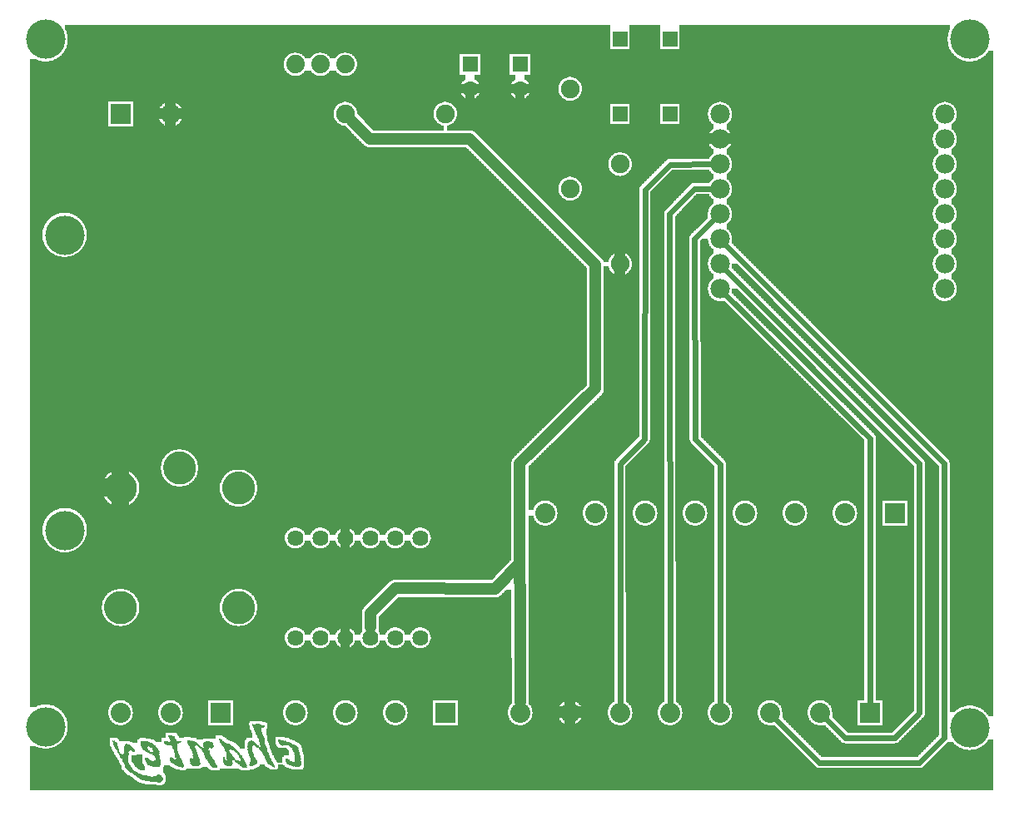
<source format=gbl>
G04 MADE WITH FRITZING*
G04 WWW.FRITZING.ORG*
G04 DOUBLE SIDED*
G04 HOLES PLATED*
G04 CONTOUR ON CENTER OF CONTOUR VECTOR*
%ASAXBY*%
%FSLAX23Y23*%
%MOIN*%
%OFA0B0*%
%SFA1.0B1.0*%
%ADD10C,0.075000*%
%ADD11C,0.157480*%
%ADD12C,0.074000*%
%ADD13C,0.129921*%
%ADD14C,0.080000*%
%ADD15C,0.064000*%
%ADD16C,0.062992*%
%ADD17C,0.059370*%
%ADD18C,0.077778*%
%ADD19R,0.080000X0.079986*%
%ADD20R,0.080000X0.080000*%
%ADD21R,0.062992X0.062992*%
%ADD22C,0.024000*%
%ADD23C,0.048000*%
%ADD24R,0.001000X0.001000*%
%LNCOPPER0*%
G90*
G70*
G54D10*
X263Y3061D03*
G54D11*
X3801Y293D03*
X3801Y3052D03*
X101Y298D03*
G54D10*
X2401Y2152D03*
X2401Y2552D03*
X2201Y2854D03*
X2201Y2454D03*
X1701Y2754D03*
X1301Y2754D03*
G54D12*
X1101Y2952D03*
X1201Y2952D03*
X1301Y2952D03*
G54D13*
X637Y1334D03*
X401Y1254D03*
X401Y775D03*
X874Y1254D03*
X874Y775D03*
G54D14*
X401Y2752D03*
X601Y2752D03*
G54D15*
X1201Y1054D03*
X1301Y1054D03*
X1401Y1054D03*
X1501Y1054D03*
X1601Y1054D03*
X1601Y654D03*
X1501Y654D03*
X1401Y654D03*
X1301Y654D03*
X1201Y654D03*
X1101Y654D03*
X1101Y1054D03*
G54D14*
X601Y354D03*
X401Y354D03*
X801Y354D03*
X1501Y354D03*
X1301Y354D03*
X1101Y354D03*
X1701Y354D03*
G54D16*
X2001Y2952D03*
X2001Y2854D03*
X1801Y2952D03*
X1801Y2854D03*
G54D17*
X2401Y2752D03*
X2401Y3052D03*
X2601Y2752D03*
X2601Y3052D03*
G54D14*
X3501Y1154D03*
X3101Y1154D03*
X3301Y1154D03*
X2901Y1154D03*
X2701Y1154D03*
X2501Y1154D03*
X2301Y1154D03*
X2101Y1154D03*
X3401Y354D03*
X3001Y354D03*
X3201Y354D03*
X2801Y354D03*
X2601Y354D03*
X2401Y354D03*
X2201Y354D03*
X2001Y354D03*
G54D11*
X101Y3052D03*
X177Y2268D03*
X178Y1085D03*
G54D18*
X3701Y2052D03*
X3701Y2152D03*
X3701Y2252D03*
X3701Y2352D03*
X3701Y2452D03*
X3701Y2552D03*
X3701Y2652D03*
X3701Y2752D03*
X2801Y2752D03*
X2801Y2652D03*
X2801Y2552D03*
X2801Y2452D03*
X2801Y2352D03*
X2801Y2252D03*
X2801Y2152D03*
X2801Y2052D03*
G54D19*
X401Y2752D03*
G54D20*
X801Y354D03*
X1701Y354D03*
G54D21*
X2001Y2952D03*
X1801Y2952D03*
G54D20*
X3501Y1154D03*
X3401Y354D03*
G54D22*
X2401Y1351D02*
X2500Y1450D01*
D02*
X2501Y2451D02*
X2601Y2551D01*
D02*
X2500Y1450D02*
X2501Y2451D01*
D02*
X2601Y2551D02*
X2772Y2552D01*
D02*
X2401Y385D02*
X2401Y1351D01*
D02*
X2700Y2455D02*
X2772Y2453D01*
D02*
X2600Y2352D02*
X2700Y2455D01*
D02*
X2601Y385D02*
X2600Y2352D01*
D02*
X2702Y1450D02*
X2700Y2253D01*
D02*
X2801Y1351D02*
X2702Y1450D01*
D02*
X2700Y2253D02*
X2780Y2332D01*
D02*
X2801Y385D02*
X2801Y1351D01*
D02*
X3700Y253D02*
X3700Y1352D01*
D02*
X3600Y153D02*
X3700Y253D01*
D02*
X3700Y1352D02*
X2822Y2231D01*
D02*
X3200Y153D02*
X3600Y153D01*
D02*
X3023Y331D02*
X3200Y153D01*
D02*
X3600Y1352D02*
X2822Y2131D01*
D02*
X3501Y253D02*
X3600Y352D01*
D02*
X3223Y332D02*
X3303Y253D01*
D02*
X3303Y253D02*
X3501Y253D01*
D02*
X3600Y352D02*
X3600Y1352D01*
D02*
X3401Y385D02*
X3402Y1455D01*
D02*
X3402Y1455D02*
X2822Y2031D01*
G54D23*
D02*
X2000Y1353D02*
X2001Y396D01*
D02*
X2303Y1652D02*
X2000Y1353D01*
D02*
X2303Y2151D02*
X2303Y1652D01*
D02*
X1800Y2653D02*
X2303Y2151D01*
D02*
X1399Y2653D02*
X1800Y2653D01*
D02*
X1329Y2725D02*
X1399Y2653D01*
D02*
X2303Y1652D02*
X2303Y2151D01*
D02*
X2303Y2151D02*
X1800Y2653D01*
D02*
X2000Y1353D02*
X2303Y1652D01*
D02*
X1800Y2653D02*
X1399Y2653D01*
D02*
X1399Y2653D02*
X1329Y2725D01*
D02*
X1402Y753D02*
X1501Y852D01*
D02*
X1402Y696D02*
X1402Y753D01*
D02*
X1501Y852D02*
X1902Y851D01*
D02*
X1902Y851D02*
X2000Y953D01*
D02*
X2000Y953D02*
X2000Y1353D01*
G36*
X468Y188D02*
X468Y186D01*
X466Y186D01*
X466Y184D01*
X446Y184D01*
X446Y158D01*
X448Y158D01*
X448Y156D01*
X450Y156D01*
X450Y154D01*
X452Y154D01*
X452Y150D01*
X454Y150D01*
X454Y148D01*
X456Y148D01*
X456Y144D01*
X458Y144D01*
X458Y142D01*
X460Y142D01*
X460Y138D01*
X464Y138D01*
X464Y136D01*
X466Y136D01*
X466Y132D01*
X470Y132D01*
X470Y130D01*
X472Y130D01*
X472Y128D01*
X476Y128D01*
X476Y126D01*
X478Y126D01*
X478Y124D01*
X500Y124D01*
X500Y136D01*
X498Y136D01*
X498Y140D01*
X496Y140D01*
X496Y146D01*
X494Y146D01*
X494Y148D01*
X492Y148D01*
X492Y150D01*
X490Y150D01*
X490Y154D01*
X488Y154D01*
X488Y188D01*
X468Y188D01*
G37*
D02*
G36*
X180Y3110D02*
X180Y3090D01*
X182Y3090D01*
X182Y3086D01*
X184Y3086D01*
X184Y3082D01*
X186Y3082D01*
X186Y3074D01*
X188Y3074D01*
X188Y3064D01*
X190Y3064D01*
X190Y3040D01*
X188Y3040D01*
X188Y3030D01*
X186Y3030D01*
X186Y3024D01*
X184Y3024D01*
X184Y3018D01*
X182Y3018D01*
X182Y3014D01*
X180Y3014D01*
X180Y3012D01*
X2362Y3012D01*
X2362Y3110D01*
X180Y3110D01*
G37*
D02*
G36*
X2440Y3110D02*
X2440Y3012D01*
X2562Y3012D01*
X2562Y3110D01*
X2440Y3110D01*
G37*
D02*
G36*
X2640Y3110D02*
X2640Y3012D01*
X3722Y3012D01*
X3722Y3014D01*
X3720Y3014D01*
X3720Y3020D01*
X3718Y3020D01*
X3718Y3024D01*
X3716Y3024D01*
X3716Y3032D01*
X3714Y3032D01*
X3714Y3044D01*
X3712Y3044D01*
X3712Y3062D01*
X3714Y3062D01*
X3714Y3072D01*
X3716Y3072D01*
X3716Y3080D01*
X3718Y3080D01*
X3718Y3086D01*
X3720Y3086D01*
X3720Y3090D01*
X3722Y3090D01*
X3722Y3110D01*
X2640Y3110D01*
G37*
D02*
G36*
X180Y3012D02*
X180Y3010D01*
X3722Y3010D01*
X3722Y3012D01*
X180Y3012D01*
G37*
D02*
G36*
X180Y3012D02*
X180Y3010D01*
X3722Y3010D01*
X3722Y3012D01*
X180Y3012D01*
G37*
D02*
G36*
X180Y3012D02*
X180Y3010D01*
X3722Y3010D01*
X3722Y3012D01*
X180Y3012D01*
G37*
D02*
G36*
X178Y3010D02*
X178Y3006D01*
X176Y3006D01*
X176Y3004D01*
X174Y3004D01*
X174Y3000D01*
X1306Y3000D01*
X1306Y2998D01*
X1316Y2998D01*
X1316Y2996D01*
X1320Y2996D01*
X1320Y2994D01*
X2042Y2994D01*
X2042Y2964D01*
X3786Y2964D01*
X3786Y2966D01*
X3778Y2966D01*
X3778Y2968D01*
X3772Y2968D01*
X3772Y2970D01*
X3766Y2970D01*
X3766Y2972D01*
X3762Y2972D01*
X3762Y2974D01*
X3758Y2974D01*
X3758Y2976D01*
X3754Y2976D01*
X3754Y2978D01*
X3752Y2978D01*
X3752Y2980D01*
X3748Y2980D01*
X3748Y2982D01*
X3746Y2982D01*
X3746Y2984D01*
X3744Y2984D01*
X3744Y2986D01*
X3742Y2986D01*
X3742Y2988D01*
X3740Y2988D01*
X3740Y2990D01*
X3738Y2990D01*
X3738Y2992D01*
X3736Y2992D01*
X3736Y2994D01*
X3734Y2994D01*
X3734Y2996D01*
X3732Y2996D01*
X3732Y2998D01*
X3730Y2998D01*
X3730Y3002D01*
X3728Y3002D01*
X3728Y3004D01*
X3726Y3004D01*
X3726Y3008D01*
X3724Y3008D01*
X3724Y3010D01*
X178Y3010D01*
G37*
D02*
G36*
X3876Y3006D02*
X3876Y3004D01*
X3874Y3004D01*
X3874Y3000D01*
X3872Y3000D01*
X3872Y2998D01*
X3870Y2998D01*
X3870Y2996D01*
X3868Y2996D01*
X3868Y2992D01*
X3866Y2992D01*
X3866Y2990D01*
X3864Y2990D01*
X3864Y2988D01*
X3862Y2988D01*
X3862Y2986D01*
X3858Y2986D01*
X3858Y2984D01*
X3856Y2984D01*
X3856Y2982D01*
X3854Y2982D01*
X3854Y2980D01*
X3850Y2980D01*
X3850Y2978D01*
X3848Y2978D01*
X3848Y2976D01*
X3844Y2976D01*
X3844Y2974D01*
X3840Y2974D01*
X3840Y2972D01*
X3836Y2972D01*
X3836Y2970D01*
X3832Y2970D01*
X3832Y2968D01*
X3824Y2968D01*
X3824Y2966D01*
X3816Y2966D01*
X3816Y2964D01*
X3896Y2964D01*
X3896Y3006D01*
X3876Y3006D01*
G37*
D02*
G36*
X172Y3000D02*
X172Y2998D01*
X170Y2998D01*
X170Y2996D01*
X168Y2996D01*
X168Y2992D01*
X166Y2992D01*
X166Y2990D01*
X164Y2990D01*
X164Y2988D01*
X162Y2988D01*
X162Y2986D01*
X158Y2986D01*
X158Y2984D01*
X156Y2984D01*
X156Y2982D01*
X154Y2982D01*
X154Y2980D01*
X150Y2980D01*
X150Y2978D01*
X148Y2978D01*
X148Y2976D01*
X144Y2976D01*
X144Y2974D01*
X140Y2974D01*
X140Y2972D01*
X136Y2972D01*
X136Y2970D01*
X132Y2970D01*
X132Y2968D01*
X124Y2968D01*
X124Y2966D01*
X116Y2966D01*
X116Y2964D01*
X1056Y2964D01*
X1056Y2968D01*
X1058Y2968D01*
X1058Y2972D01*
X1060Y2972D01*
X1060Y2976D01*
X1062Y2976D01*
X1062Y2980D01*
X1064Y2980D01*
X1064Y2982D01*
X1066Y2982D01*
X1066Y2984D01*
X1068Y2984D01*
X1068Y2986D01*
X1070Y2986D01*
X1070Y2988D01*
X1072Y2988D01*
X1072Y2990D01*
X1074Y2990D01*
X1074Y2992D01*
X1078Y2992D01*
X1078Y2994D01*
X1082Y2994D01*
X1082Y2996D01*
X1088Y2996D01*
X1088Y2998D01*
X1096Y2998D01*
X1096Y3000D01*
X172Y3000D01*
G37*
D02*
G36*
X1106Y3000D02*
X1106Y2998D01*
X1116Y2998D01*
X1116Y2996D01*
X1120Y2996D01*
X1120Y2994D01*
X1124Y2994D01*
X1124Y2992D01*
X1128Y2992D01*
X1128Y2990D01*
X1130Y2990D01*
X1130Y2988D01*
X1132Y2988D01*
X1132Y2986D01*
X1134Y2986D01*
X1134Y2984D01*
X1136Y2984D01*
X1136Y2982D01*
X1138Y2982D01*
X1138Y2980D01*
X1140Y2980D01*
X1140Y2978D01*
X1142Y2978D01*
X1142Y2976D01*
X1162Y2976D01*
X1162Y2980D01*
X1164Y2980D01*
X1164Y2982D01*
X1166Y2982D01*
X1166Y2984D01*
X1168Y2984D01*
X1168Y2986D01*
X1170Y2986D01*
X1170Y2988D01*
X1172Y2988D01*
X1172Y2990D01*
X1174Y2990D01*
X1174Y2992D01*
X1178Y2992D01*
X1178Y2994D01*
X1182Y2994D01*
X1182Y2996D01*
X1188Y2996D01*
X1188Y2998D01*
X1196Y2998D01*
X1196Y3000D01*
X1106Y3000D01*
G37*
D02*
G36*
X1206Y3000D02*
X1206Y2998D01*
X1216Y2998D01*
X1216Y2996D01*
X1220Y2996D01*
X1220Y2994D01*
X1224Y2994D01*
X1224Y2992D01*
X1228Y2992D01*
X1228Y2990D01*
X1230Y2990D01*
X1230Y2988D01*
X1232Y2988D01*
X1232Y2986D01*
X1234Y2986D01*
X1234Y2984D01*
X1236Y2984D01*
X1236Y2982D01*
X1238Y2982D01*
X1238Y2980D01*
X1240Y2980D01*
X1240Y2978D01*
X1242Y2978D01*
X1242Y2976D01*
X1262Y2976D01*
X1262Y2980D01*
X1264Y2980D01*
X1264Y2982D01*
X1266Y2982D01*
X1266Y2984D01*
X1268Y2984D01*
X1268Y2986D01*
X1270Y2986D01*
X1270Y2988D01*
X1272Y2988D01*
X1272Y2990D01*
X1274Y2990D01*
X1274Y2992D01*
X1278Y2992D01*
X1278Y2994D01*
X1282Y2994D01*
X1282Y2996D01*
X1288Y2996D01*
X1288Y2998D01*
X1296Y2998D01*
X1296Y3000D01*
X1206Y3000D01*
G37*
D02*
G36*
X1324Y2994D02*
X1324Y2992D01*
X1328Y2992D01*
X1328Y2990D01*
X1330Y2990D01*
X1330Y2988D01*
X1332Y2988D01*
X1332Y2986D01*
X1334Y2986D01*
X1334Y2984D01*
X1336Y2984D01*
X1336Y2982D01*
X1338Y2982D01*
X1338Y2980D01*
X1340Y2980D01*
X1340Y2978D01*
X1342Y2978D01*
X1342Y2974D01*
X1344Y2974D01*
X1344Y2970D01*
X1346Y2970D01*
X1346Y2962D01*
X1348Y2962D01*
X1348Y2942D01*
X1346Y2942D01*
X1346Y2936D01*
X1344Y2936D01*
X1344Y2932D01*
X1342Y2932D01*
X1342Y2928D01*
X1340Y2928D01*
X1340Y2924D01*
X1338Y2924D01*
X1338Y2922D01*
X1336Y2922D01*
X1336Y2920D01*
X1334Y2920D01*
X1334Y2918D01*
X1332Y2918D01*
X1332Y2916D01*
X1330Y2916D01*
X1330Y2914D01*
X1326Y2914D01*
X1326Y2912D01*
X1324Y2912D01*
X1324Y2910D01*
X1320Y2910D01*
X1320Y2908D01*
X1312Y2908D01*
X1312Y2906D01*
X1782Y2906D01*
X1782Y2910D01*
X1760Y2910D01*
X1760Y2994D01*
X1324Y2994D01*
G37*
D02*
G36*
X1842Y2994D02*
X1842Y2910D01*
X1820Y2910D01*
X1820Y2890D01*
X1824Y2890D01*
X1824Y2888D01*
X1826Y2888D01*
X1826Y2886D01*
X1828Y2886D01*
X1828Y2884D01*
X1830Y2884D01*
X1830Y2882D01*
X1832Y2882D01*
X1832Y2880D01*
X1834Y2880D01*
X1834Y2878D01*
X1836Y2878D01*
X1836Y2874D01*
X1838Y2874D01*
X1838Y2870D01*
X1840Y2870D01*
X1840Y2864D01*
X1842Y2864D01*
X1842Y2842D01*
X1840Y2842D01*
X1840Y2836D01*
X1838Y2836D01*
X1838Y2834D01*
X1836Y2834D01*
X1836Y2830D01*
X1834Y2830D01*
X1834Y2828D01*
X1832Y2828D01*
X1832Y2826D01*
X1830Y2826D01*
X1830Y2824D01*
X1828Y2824D01*
X1828Y2822D01*
X1826Y2822D01*
X1826Y2820D01*
X1824Y2820D01*
X1824Y2818D01*
X1820Y2818D01*
X1820Y2816D01*
X1816Y2816D01*
X1816Y2814D01*
X1806Y2814D01*
X1806Y2812D01*
X1996Y2812D01*
X1996Y2814D01*
X1988Y2814D01*
X1988Y2816D01*
X1982Y2816D01*
X1982Y2818D01*
X1980Y2818D01*
X1980Y2820D01*
X1976Y2820D01*
X1976Y2822D01*
X1974Y2822D01*
X1974Y2824D01*
X1972Y2824D01*
X1972Y2826D01*
X1970Y2826D01*
X1970Y2828D01*
X1968Y2828D01*
X1968Y2830D01*
X1966Y2830D01*
X1966Y2834D01*
X1964Y2834D01*
X1964Y2838D01*
X1962Y2838D01*
X1962Y2844D01*
X1960Y2844D01*
X1960Y2864D01*
X1962Y2864D01*
X1962Y2870D01*
X1964Y2870D01*
X1964Y2874D01*
X1966Y2874D01*
X1966Y2878D01*
X1968Y2878D01*
X1968Y2880D01*
X1970Y2880D01*
X1970Y2882D01*
X1972Y2882D01*
X1972Y2884D01*
X1974Y2884D01*
X1974Y2886D01*
X1976Y2886D01*
X1976Y2888D01*
X1980Y2888D01*
X1980Y2890D01*
X1982Y2890D01*
X1982Y2910D01*
X1960Y2910D01*
X1960Y2994D01*
X1842Y2994D01*
G37*
D02*
G36*
X40Y2974D02*
X40Y2964D01*
X86Y2964D01*
X86Y2966D01*
X78Y2966D01*
X78Y2968D01*
X72Y2968D01*
X72Y2970D01*
X66Y2970D01*
X66Y2972D01*
X62Y2972D01*
X62Y2974D01*
X40Y2974D01*
G37*
D02*
G36*
X40Y2964D02*
X40Y2962D01*
X1056Y2962D01*
X1056Y2964D01*
X40Y2964D01*
G37*
D02*
G36*
X40Y2964D02*
X40Y2962D01*
X1056Y2962D01*
X1056Y2964D01*
X40Y2964D01*
G37*
D02*
G36*
X2042Y2964D02*
X2042Y2962D01*
X3896Y2962D01*
X3896Y2964D01*
X2042Y2964D01*
G37*
D02*
G36*
X2042Y2964D02*
X2042Y2962D01*
X3896Y2962D01*
X3896Y2964D01*
X2042Y2964D01*
G37*
D02*
G36*
X40Y2962D02*
X40Y2906D01*
X1090Y2906D01*
X1090Y2908D01*
X1084Y2908D01*
X1084Y2910D01*
X1080Y2910D01*
X1080Y2912D01*
X1076Y2912D01*
X1076Y2914D01*
X1074Y2914D01*
X1074Y2916D01*
X1070Y2916D01*
X1070Y2918D01*
X1068Y2918D01*
X1068Y2920D01*
X1066Y2920D01*
X1066Y2922D01*
X1064Y2922D01*
X1064Y2926D01*
X1062Y2926D01*
X1062Y2928D01*
X1060Y2928D01*
X1060Y2932D01*
X1058Y2932D01*
X1058Y2938D01*
X1056Y2938D01*
X1056Y2944D01*
X1054Y2944D01*
X1054Y2960D01*
X1056Y2960D01*
X1056Y2962D01*
X40Y2962D01*
G37*
D02*
G36*
X2042Y2962D02*
X2042Y2910D01*
X2020Y2910D01*
X2020Y2902D01*
X2206Y2902D01*
X2206Y2900D01*
X2216Y2900D01*
X2216Y2898D01*
X2220Y2898D01*
X2220Y2896D01*
X2224Y2896D01*
X2224Y2894D01*
X2228Y2894D01*
X2228Y2892D01*
X2230Y2892D01*
X2230Y2890D01*
X2232Y2890D01*
X2232Y2888D01*
X2236Y2888D01*
X2236Y2884D01*
X2238Y2884D01*
X2238Y2882D01*
X2240Y2882D01*
X2240Y2880D01*
X2242Y2880D01*
X2242Y2876D01*
X2244Y2876D01*
X2244Y2872D01*
X2246Y2872D01*
X2246Y2866D01*
X2248Y2866D01*
X2248Y2842D01*
X2246Y2842D01*
X2246Y2836D01*
X2244Y2836D01*
X2244Y2832D01*
X2242Y2832D01*
X2242Y2828D01*
X2240Y2828D01*
X2240Y2826D01*
X2238Y2826D01*
X2238Y2824D01*
X2236Y2824D01*
X2236Y2820D01*
X2234Y2820D01*
X2234Y2818D01*
X2230Y2818D01*
X2230Y2816D01*
X2228Y2816D01*
X2228Y2814D01*
X2224Y2814D01*
X2224Y2812D01*
X2222Y2812D01*
X2222Y2810D01*
X2216Y2810D01*
X2216Y2808D01*
X2208Y2808D01*
X2208Y2806D01*
X3896Y2806D01*
X3896Y2962D01*
X2042Y2962D01*
G37*
D02*
G36*
X1140Y2928D02*
X1140Y2924D01*
X1138Y2924D01*
X1138Y2922D01*
X1136Y2922D01*
X1136Y2920D01*
X1134Y2920D01*
X1134Y2918D01*
X1132Y2918D01*
X1132Y2916D01*
X1130Y2916D01*
X1130Y2914D01*
X1126Y2914D01*
X1126Y2912D01*
X1124Y2912D01*
X1124Y2910D01*
X1120Y2910D01*
X1120Y2908D01*
X1112Y2908D01*
X1112Y2906D01*
X1190Y2906D01*
X1190Y2908D01*
X1184Y2908D01*
X1184Y2910D01*
X1180Y2910D01*
X1180Y2912D01*
X1176Y2912D01*
X1176Y2914D01*
X1174Y2914D01*
X1174Y2916D01*
X1170Y2916D01*
X1170Y2918D01*
X1168Y2918D01*
X1168Y2920D01*
X1166Y2920D01*
X1166Y2922D01*
X1164Y2922D01*
X1164Y2926D01*
X1162Y2926D01*
X1162Y2928D01*
X1140Y2928D01*
G37*
D02*
G36*
X1240Y2928D02*
X1240Y2924D01*
X1238Y2924D01*
X1238Y2922D01*
X1236Y2922D01*
X1236Y2920D01*
X1234Y2920D01*
X1234Y2918D01*
X1232Y2918D01*
X1232Y2916D01*
X1230Y2916D01*
X1230Y2914D01*
X1226Y2914D01*
X1226Y2912D01*
X1224Y2912D01*
X1224Y2910D01*
X1220Y2910D01*
X1220Y2908D01*
X1212Y2908D01*
X1212Y2906D01*
X1290Y2906D01*
X1290Y2908D01*
X1284Y2908D01*
X1284Y2910D01*
X1280Y2910D01*
X1280Y2912D01*
X1276Y2912D01*
X1276Y2914D01*
X1274Y2914D01*
X1274Y2916D01*
X1270Y2916D01*
X1270Y2918D01*
X1268Y2918D01*
X1268Y2920D01*
X1266Y2920D01*
X1266Y2922D01*
X1264Y2922D01*
X1264Y2926D01*
X1262Y2926D01*
X1262Y2928D01*
X1240Y2928D01*
G37*
D02*
G36*
X40Y2906D02*
X40Y2904D01*
X1782Y2904D01*
X1782Y2906D01*
X40Y2906D01*
G37*
D02*
G36*
X40Y2906D02*
X40Y2904D01*
X1782Y2904D01*
X1782Y2906D01*
X40Y2906D01*
G37*
D02*
G36*
X40Y2906D02*
X40Y2904D01*
X1782Y2904D01*
X1782Y2906D01*
X40Y2906D01*
G37*
D02*
G36*
X40Y2906D02*
X40Y2904D01*
X1782Y2904D01*
X1782Y2906D01*
X40Y2906D01*
G37*
D02*
G36*
X40Y2904D02*
X40Y2812D01*
X1796Y2812D01*
X1796Y2814D01*
X1788Y2814D01*
X1788Y2816D01*
X1782Y2816D01*
X1782Y2818D01*
X1780Y2818D01*
X1780Y2820D01*
X1776Y2820D01*
X1776Y2822D01*
X1774Y2822D01*
X1774Y2824D01*
X1772Y2824D01*
X1772Y2826D01*
X1770Y2826D01*
X1770Y2828D01*
X1768Y2828D01*
X1768Y2830D01*
X1766Y2830D01*
X1766Y2834D01*
X1764Y2834D01*
X1764Y2838D01*
X1762Y2838D01*
X1762Y2844D01*
X1760Y2844D01*
X1760Y2864D01*
X1762Y2864D01*
X1762Y2870D01*
X1764Y2870D01*
X1764Y2874D01*
X1766Y2874D01*
X1766Y2878D01*
X1768Y2878D01*
X1768Y2880D01*
X1770Y2880D01*
X1770Y2882D01*
X1772Y2882D01*
X1772Y2884D01*
X1774Y2884D01*
X1774Y2886D01*
X1776Y2886D01*
X1776Y2888D01*
X1780Y2888D01*
X1780Y2890D01*
X1782Y2890D01*
X1782Y2904D01*
X40Y2904D01*
G37*
D02*
G36*
X2020Y2902D02*
X2020Y2890D01*
X2024Y2890D01*
X2024Y2888D01*
X2026Y2888D01*
X2026Y2886D01*
X2028Y2886D01*
X2028Y2884D01*
X2030Y2884D01*
X2030Y2882D01*
X2032Y2882D01*
X2032Y2880D01*
X2034Y2880D01*
X2034Y2878D01*
X2036Y2878D01*
X2036Y2874D01*
X2038Y2874D01*
X2038Y2870D01*
X2040Y2870D01*
X2040Y2864D01*
X2042Y2864D01*
X2042Y2842D01*
X2040Y2842D01*
X2040Y2836D01*
X2038Y2836D01*
X2038Y2834D01*
X2036Y2834D01*
X2036Y2830D01*
X2034Y2830D01*
X2034Y2828D01*
X2032Y2828D01*
X2032Y2826D01*
X2030Y2826D01*
X2030Y2824D01*
X2028Y2824D01*
X2028Y2822D01*
X2026Y2822D01*
X2026Y2820D01*
X2024Y2820D01*
X2024Y2818D01*
X2020Y2818D01*
X2020Y2816D01*
X2016Y2816D01*
X2016Y2814D01*
X2006Y2814D01*
X2006Y2812D01*
X2178Y2812D01*
X2178Y2814D01*
X2174Y2814D01*
X2174Y2816D01*
X2172Y2816D01*
X2172Y2818D01*
X2170Y2818D01*
X2170Y2820D01*
X2168Y2820D01*
X2168Y2822D01*
X2166Y2822D01*
X2166Y2824D01*
X2164Y2824D01*
X2164Y2826D01*
X2162Y2826D01*
X2162Y2830D01*
X2160Y2830D01*
X2160Y2832D01*
X2158Y2832D01*
X2158Y2836D01*
X2156Y2836D01*
X2156Y2844D01*
X2154Y2844D01*
X2154Y2864D01*
X2156Y2864D01*
X2156Y2870D01*
X2158Y2870D01*
X2158Y2876D01*
X2160Y2876D01*
X2160Y2878D01*
X2162Y2878D01*
X2162Y2882D01*
X2164Y2882D01*
X2164Y2884D01*
X2166Y2884D01*
X2166Y2886D01*
X2168Y2886D01*
X2168Y2888D01*
X2170Y2888D01*
X2170Y2890D01*
X2172Y2890D01*
X2172Y2892D01*
X2174Y2892D01*
X2174Y2894D01*
X2178Y2894D01*
X2178Y2896D01*
X2182Y2896D01*
X2182Y2898D01*
X2188Y2898D01*
X2188Y2900D01*
X2196Y2900D01*
X2196Y2902D01*
X2020Y2902D01*
G37*
D02*
G36*
X40Y2812D02*
X40Y2810D01*
X2182Y2810D01*
X2182Y2812D01*
X40Y2812D01*
G37*
D02*
G36*
X40Y2812D02*
X40Y2810D01*
X2182Y2810D01*
X2182Y2812D01*
X40Y2812D01*
G37*
D02*
G36*
X40Y2812D02*
X40Y2810D01*
X2182Y2810D01*
X2182Y2812D01*
X40Y2812D01*
G37*
D02*
G36*
X40Y2810D02*
X40Y2806D01*
X2194Y2806D01*
X2194Y2808D01*
X2186Y2808D01*
X2186Y2810D01*
X40Y2810D01*
G37*
D02*
G36*
X40Y2806D02*
X40Y2804D01*
X3896Y2804D01*
X3896Y2806D01*
X40Y2806D01*
G37*
D02*
G36*
X40Y2806D02*
X40Y2804D01*
X3896Y2804D01*
X3896Y2806D01*
X40Y2806D01*
G37*
D02*
G36*
X40Y2804D02*
X40Y2802D01*
X3706Y2802D01*
X3706Y2800D01*
X3714Y2800D01*
X3714Y2798D01*
X3720Y2798D01*
X3720Y2796D01*
X3724Y2796D01*
X3724Y2794D01*
X3728Y2794D01*
X3728Y2792D01*
X3730Y2792D01*
X3730Y2790D01*
X3734Y2790D01*
X3734Y2788D01*
X3736Y2788D01*
X3736Y2786D01*
X3738Y2786D01*
X3738Y2782D01*
X3740Y2782D01*
X3740Y2780D01*
X3742Y2780D01*
X3742Y2778D01*
X3744Y2778D01*
X3744Y2774D01*
X3746Y2774D01*
X3746Y2768D01*
X3748Y2768D01*
X3748Y2762D01*
X3750Y2762D01*
X3750Y2742D01*
X3748Y2742D01*
X3748Y2736D01*
X3746Y2736D01*
X3746Y2732D01*
X3744Y2732D01*
X3744Y2728D01*
X3742Y2728D01*
X3742Y2724D01*
X3740Y2724D01*
X3740Y2722D01*
X3738Y2722D01*
X3738Y2720D01*
X3736Y2720D01*
X3736Y2718D01*
X3734Y2718D01*
X3734Y2716D01*
X3732Y2716D01*
X3732Y2714D01*
X3730Y2714D01*
X3730Y2712D01*
X3728Y2712D01*
X3728Y2692D01*
X3730Y2692D01*
X3730Y2690D01*
X3734Y2690D01*
X3734Y2688D01*
X3736Y2688D01*
X3736Y2686D01*
X3738Y2686D01*
X3738Y2682D01*
X3740Y2682D01*
X3740Y2680D01*
X3742Y2680D01*
X3742Y2678D01*
X3744Y2678D01*
X3744Y2674D01*
X3746Y2674D01*
X3746Y2668D01*
X3748Y2668D01*
X3748Y2662D01*
X3750Y2662D01*
X3750Y2642D01*
X3748Y2642D01*
X3748Y2636D01*
X3746Y2636D01*
X3746Y2632D01*
X3744Y2632D01*
X3744Y2628D01*
X3742Y2628D01*
X3742Y2624D01*
X3740Y2624D01*
X3740Y2622D01*
X3738Y2622D01*
X3738Y2620D01*
X3736Y2620D01*
X3736Y2618D01*
X3734Y2618D01*
X3734Y2616D01*
X3732Y2616D01*
X3732Y2614D01*
X3730Y2614D01*
X3730Y2612D01*
X3728Y2612D01*
X3728Y2592D01*
X3730Y2592D01*
X3730Y2590D01*
X3734Y2590D01*
X3734Y2588D01*
X3736Y2588D01*
X3736Y2586D01*
X3738Y2586D01*
X3738Y2582D01*
X3740Y2582D01*
X3740Y2580D01*
X3742Y2580D01*
X3742Y2578D01*
X3744Y2578D01*
X3744Y2574D01*
X3746Y2574D01*
X3746Y2568D01*
X3748Y2568D01*
X3748Y2562D01*
X3750Y2562D01*
X3750Y2542D01*
X3748Y2542D01*
X3748Y2536D01*
X3746Y2536D01*
X3746Y2532D01*
X3744Y2532D01*
X3744Y2528D01*
X3742Y2528D01*
X3742Y2524D01*
X3740Y2524D01*
X3740Y2522D01*
X3738Y2522D01*
X3738Y2520D01*
X3736Y2520D01*
X3736Y2518D01*
X3734Y2518D01*
X3734Y2516D01*
X3732Y2516D01*
X3732Y2514D01*
X3730Y2514D01*
X3730Y2512D01*
X3728Y2512D01*
X3728Y2492D01*
X3730Y2492D01*
X3730Y2490D01*
X3734Y2490D01*
X3734Y2488D01*
X3736Y2488D01*
X3736Y2486D01*
X3738Y2486D01*
X3738Y2482D01*
X3740Y2482D01*
X3740Y2480D01*
X3742Y2480D01*
X3742Y2478D01*
X3744Y2478D01*
X3744Y2474D01*
X3746Y2474D01*
X3746Y2468D01*
X3748Y2468D01*
X3748Y2462D01*
X3750Y2462D01*
X3750Y2442D01*
X3748Y2442D01*
X3748Y2436D01*
X3746Y2436D01*
X3746Y2432D01*
X3744Y2432D01*
X3744Y2428D01*
X3742Y2428D01*
X3742Y2424D01*
X3740Y2424D01*
X3740Y2422D01*
X3738Y2422D01*
X3738Y2420D01*
X3736Y2420D01*
X3736Y2418D01*
X3734Y2418D01*
X3734Y2416D01*
X3732Y2416D01*
X3732Y2414D01*
X3730Y2414D01*
X3730Y2412D01*
X3728Y2412D01*
X3728Y2392D01*
X3730Y2392D01*
X3730Y2390D01*
X3734Y2390D01*
X3734Y2388D01*
X3736Y2388D01*
X3736Y2386D01*
X3738Y2386D01*
X3738Y2382D01*
X3740Y2382D01*
X3740Y2380D01*
X3742Y2380D01*
X3742Y2378D01*
X3744Y2378D01*
X3744Y2374D01*
X3746Y2374D01*
X3746Y2368D01*
X3748Y2368D01*
X3748Y2362D01*
X3750Y2362D01*
X3750Y2342D01*
X3748Y2342D01*
X3748Y2336D01*
X3746Y2336D01*
X3746Y2332D01*
X3744Y2332D01*
X3744Y2328D01*
X3742Y2328D01*
X3742Y2324D01*
X3740Y2324D01*
X3740Y2322D01*
X3738Y2322D01*
X3738Y2320D01*
X3736Y2320D01*
X3736Y2318D01*
X3734Y2318D01*
X3734Y2316D01*
X3732Y2316D01*
X3732Y2314D01*
X3730Y2314D01*
X3730Y2312D01*
X3728Y2312D01*
X3728Y2292D01*
X3730Y2292D01*
X3730Y2290D01*
X3734Y2290D01*
X3734Y2288D01*
X3736Y2288D01*
X3736Y2286D01*
X3738Y2286D01*
X3738Y2282D01*
X3740Y2282D01*
X3740Y2280D01*
X3742Y2280D01*
X3742Y2278D01*
X3744Y2278D01*
X3744Y2274D01*
X3746Y2274D01*
X3746Y2268D01*
X3748Y2268D01*
X3748Y2262D01*
X3750Y2262D01*
X3750Y2242D01*
X3748Y2242D01*
X3748Y2236D01*
X3746Y2236D01*
X3746Y2232D01*
X3744Y2232D01*
X3744Y2228D01*
X3742Y2228D01*
X3742Y2224D01*
X3740Y2224D01*
X3740Y2222D01*
X3738Y2222D01*
X3738Y2220D01*
X3736Y2220D01*
X3736Y2218D01*
X3734Y2218D01*
X3734Y2216D01*
X3732Y2216D01*
X3732Y2214D01*
X3730Y2214D01*
X3730Y2212D01*
X3728Y2212D01*
X3728Y2192D01*
X3730Y2192D01*
X3730Y2190D01*
X3734Y2190D01*
X3734Y2188D01*
X3736Y2188D01*
X3736Y2186D01*
X3738Y2186D01*
X3738Y2182D01*
X3740Y2182D01*
X3740Y2180D01*
X3742Y2180D01*
X3742Y2178D01*
X3744Y2178D01*
X3744Y2174D01*
X3746Y2174D01*
X3746Y2168D01*
X3748Y2168D01*
X3748Y2162D01*
X3750Y2162D01*
X3750Y2142D01*
X3748Y2142D01*
X3748Y2136D01*
X3746Y2136D01*
X3746Y2132D01*
X3744Y2132D01*
X3744Y2128D01*
X3742Y2128D01*
X3742Y2124D01*
X3740Y2124D01*
X3740Y2122D01*
X3738Y2122D01*
X3738Y2120D01*
X3736Y2120D01*
X3736Y2118D01*
X3734Y2118D01*
X3734Y2116D01*
X3732Y2116D01*
X3732Y2114D01*
X3730Y2114D01*
X3730Y2112D01*
X3728Y2112D01*
X3728Y2092D01*
X3730Y2092D01*
X3730Y2090D01*
X3734Y2090D01*
X3734Y2088D01*
X3736Y2088D01*
X3736Y2086D01*
X3738Y2086D01*
X3738Y2082D01*
X3740Y2082D01*
X3740Y2080D01*
X3742Y2080D01*
X3742Y2078D01*
X3744Y2078D01*
X3744Y2074D01*
X3746Y2074D01*
X3746Y2068D01*
X3748Y2068D01*
X3748Y2062D01*
X3750Y2062D01*
X3750Y2042D01*
X3748Y2042D01*
X3748Y2036D01*
X3746Y2036D01*
X3746Y2032D01*
X3744Y2032D01*
X3744Y2028D01*
X3742Y2028D01*
X3742Y2024D01*
X3740Y2024D01*
X3740Y2022D01*
X3738Y2022D01*
X3738Y2020D01*
X3736Y2020D01*
X3736Y2018D01*
X3734Y2018D01*
X3734Y2016D01*
X3732Y2016D01*
X3732Y2014D01*
X3730Y2014D01*
X3730Y2012D01*
X3726Y2012D01*
X3726Y2010D01*
X3724Y2010D01*
X3724Y2008D01*
X3720Y2008D01*
X3720Y2006D01*
X3712Y2006D01*
X3712Y2004D01*
X3896Y2004D01*
X3896Y2804D01*
X40Y2804D01*
G37*
D02*
G36*
X40Y2802D02*
X40Y2702D01*
X352Y2702D01*
X352Y2802D01*
X40Y2802D01*
G37*
D02*
G36*
X452Y2802D02*
X452Y2702D01*
X594Y2702D01*
X594Y2704D01*
X586Y2704D01*
X586Y2706D01*
X580Y2706D01*
X580Y2708D01*
X576Y2708D01*
X576Y2710D01*
X574Y2710D01*
X574Y2712D01*
X570Y2712D01*
X570Y2714D01*
X568Y2714D01*
X568Y2716D01*
X566Y2716D01*
X566Y2718D01*
X564Y2718D01*
X564Y2720D01*
X562Y2720D01*
X562Y2724D01*
X560Y2724D01*
X560Y2726D01*
X558Y2726D01*
X558Y2730D01*
X556Y2730D01*
X556Y2734D01*
X554Y2734D01*
X554Y2740D01*
X552Y2740D01*
X552Y2766D01*
X554Y2766D01*
X554Y2772D01*
X556Y2772D01*
X556Y2776D01*
X558Y2776D01*
X558Y2778D01*
X560Y2778D01*
X560Y2782D01*
X562Y2782D01*
X562Y2784D01*
X564Y2784D01*
X564Y2786D01*
X566Y2786D01*
X566Y2788D01*
X568Y2788D01*
X568Y2790D01*
X570Y2790D01*
X570Y2792D01*
X572Y2792D01*
X572Y2794D01*
X576Y2794D01*
X576Y2796D01*
X580Y2796D01*
X580Y2798D01*
X584Y2798D01*
X584Y2800D01*
X590Y2800D01*
X590Y2802D01*
X452Y2802D01*
G37*
D02*
G36*
X612Y2802D02*
X612Y2800D01*
X620Y2800D01*
X620Y2798D01*
X624Y2798D01*
X624Y2796D01*
X626Y2796D01*
X626Y2794D01*
X630Y2794D01*
X630Y2792D01*
X632Y2792D01*
X632Y2790D01*
X636Y2790D01*
X636Y2788D01*
X638Y2788D01*
X638Y2784D01*
X640Y2784D01*
X640Y2782D01*
X642Y2782D01*
X642Y2780D01*
X644Y2780D01*
X644Y2776D01*
X646Y2776D01*
X646Y2772D01*
X648Y2772D01*
X648Y2766D01*
X650Y2766D01*
X650Y2756D01*
X652Y2756D01*
X652Y2748D01*
X650Y2748D01*
X650Y2738D01*
X648Y2738D01*
X648Y2732D01*
X646Y2732D01*
X646Y2728D01*
X644Y2728D01*
X644Y2726D01*
X642Y2726D01*
X642Y2722D01*
X640Y2722D01*
X640Y2720D01*
X638Y2720D01*
X638Y2718D01*
X636Y2718D01*
X636Y2716D01*
X634Y2716D01*
X634Y2714D01*
X632Y2714D01*
X632Y2712D01*
X630Y2712D01*
X630Y2710D01*
X626Y2710D01*
X626Y2708D01*
X622Y2708D01*
X622Y2706D01*
X618Y2706D01*
X618Y2704D01*
X608Y2704D01*
X608Y2702D01*
X1304Y2702D01*
X1304Y2704D01*
X1302Y2704D01*
X1302Y2706D01*
X1294Y2706D01*
X1294Y2708D01*
X1286Y2708D01*
X1286Y2710D01*
X1282Y2710D01*
X1282Y2712D01*
X1278Y2712D01*
X1278Y2714D01*
X1274Y2714D01*
X1274Y2716D01*
X1272Y2716D01*
X1272Y2718D01*
X1270Y2718D01*
X1270Y2720D01*
X1268Y2720D01*
X1268Y2722D01*
X1266Y2722D01*
X1266Y2724D01*
X1264Y2724D01*
X1264Y2726D01*
X1262Y2726D01*
X1262Y2730D01*
X1260Y2730D01*
X1260Y2732D01*
X1258Y2732D01*
X1258Y2736D01*
X1256Y2736D01*
X1256Y2744D01*
X1254Y2744D01*
X1254Y2764D01*
X1256Y2764D01*
X1256Y2770D01*
X1258Y2770D01*
X1258Y2776D01*
X1260Y2776D01*
X1260Y2778D01*
X1262Y2778D01*
X1262Y2782D01*
X1264Y2782D01*
X1264Y2784D01*
X1266Y2784D01*
X1266Y2786D01*
X1268Y2786D01*
X1268Y2788D01*
X1270Y2788D01*
X1270Y2790D01*
X1272Y2790D01*
X1272Y2792D01*
X1274Y2792D01*
X1274Y2794D01*
X1278Y2794D01*
X1278Y2796D01*
X1282Y2796D01*
X1282Y2798D01*
X1288Y2798D01*
X1288Y2800D01*
X1296Y2800D01*
X1296Y2802D01*
X612Y2802D01*
G37*
D02*
G36*
X1306Y2802D02*
X1306Y2800D01*
X1316Y2800D01*
X1316Y2798D01*
X1320Y2798D01*
X1320Y2796D01*
X1324Y2796D01*
X1324Y2794D01*
X1328Y2794D01*
X1328Y2792D01*
X1330Y2792D01*
X1330Y2790D01*
X1332Y2790D01*
X1332Y2788D01*
X1336Y2788D01*
X1336Y2784D01*
X1338Y2784D01*
X1338Y2782D01*
X1340Y2782D01*
X1340Y2780D01*
X1342Y2780D01*
X1342Y2776D01*
X1344Y2776D01*
X1344Y2772D01*
X1346Y2772D01*
X1346Y2766D01*
X1348Y2766D01*
X1348Y2752D01*
X1352Y2752D01*
X1352Y2750D01*
X1354Y2750D01*
X1354Y2748D01*
X1356Y2748D01*
X1356Y2746D01*
X1358Y2746D01*
X1358Y2744D01*
X1360Y2744D01*
X1360Y2742D01*
X1362Y2742D01*
X1362Y2740D01*
X1364Y2740D01*
X1364Y2738D01*
X1366Y2738D01*
X1366Y2736D01*
X1368Y2736D01*
X1368Y2734D01*
X1370Y2734D01*
X1370Y2732D01*
X1372Y2732D01*
X1372Y2730D01*
X1374Y2730D01*
X1374Y2728D01*
X1376Y2728D01*
X1376Y2726D01*
X1378Y2726D01*
X1378Y2724D01*
X1380Y2724D01*
X1380Y2720D01*
X1382Y2720D01*
X1382Y2718D01*
X1384Y2718D01*
X1384Y2716D01*
X1386Y2716D01*
X1386Y2714D01*
X1388Y2714D01*
X1388Y2712D01*
X1390Y2712D01*
X1390Y2710D01*
X1392Y2710D01*
X1392Y2708D01*
X1394Y2708D01*
X1394Y2706D01*
X1396Y2706D01*
X1396Y2704D01*
X1398Y2704D01*
X1398Y2702D01*
X1400Y2702D01*
X1400Y2700D01*
X1402Y2700D01*
X1402Y2698D01*
X1404Y2698D01*
X1404Y2696D01*
X1406Y2696D01*
X1406Y2694D01*
X1408Y2694D01*
X1408Y2692D01*
X1410Y2692D01*
X1410Y2690D01*
X1412Y2690D01*
X1412Y2688D01*
X1694Y2688D01*
X1694Y2708D01*
X1686Y2708D01*
X1686Y2710D01*
X1682Y2710D01*
X1682Y2712D01*
X1678Y2712D01*
X1678Y2714D01*
X1674Y2714D01*
X1674Y2716D01*
X1672Y2716D01*
X1672Y2718D01*
X1670Y2718D01*
X1670Y2720D01*
X1668Y2720D01*
X1668Y2722D01*
X1666Y2722D01*
X1666Y2724D01*
X1664Y2724D01*
X1664Y2726D01*
X1662Y2726D01*
X1662Y2730D01*
X1660Y2730D01*
X1660Y2732D01*
X1658Y2732D01*
X1658Y2736D01*
X1656Y2736D01*
X1656Y2744D01*
X1654Y2744D01*
X1654Y2764D01*
X1656Y2764D01*
X1656Y2770D01*
X1658Y2770D01*
X1658Y2776D01*
X1660Y2776D01*
X1660Y2778D01*
X1662Y2778D01*
X1662Y2782D01*
X1664Y2782D01*
X1664Y2784D01*
X1666Y2784D01*
X1666Y2786D01*
X1668Y2786D01*
X1668Y2788D01*
X1670Y2788D01*
X1670Y2790D01*
X1672Y2790D01*
X1672Y2792D01*
X1674Y2792D01*
X1674Y2794D01*
X1678Y2794D01*
X1678Y2796D01*
X1682Y2796D01*
X1682Y2798D01*
X1688Y2798D01*
X1688Y2800D01*
X1696Y2800D01*
X1696Y2802D01*
X1306Y2802D01*
G37*
D02*
G36*
X1706Y2802D02*
X1706Y2800D01*
X1716Y2800D01*
X1716Y2798D01*
X1720Y2798D01*
X1720Y2796D01*
X1724Y2796D01*
X1724Y2794D01*
X1728Y2794D01*
X1728Y2792D01*
X2640Y2792D01*
X2640Y2712D01*
X2772Y2712D01*
X2772Y2714D01*
X2770Y2714D01*
X2770Y2716D01*
X2768Y2716D01*
X2768Y2718D01*
X2766Y2718D01*
X2766Y2720D01*
X2764Y2720D01*
X2764Y2722D01*
X2762Y2722D01*
X2762Y2724D01*
X2760Y2724D01*
X2760Y2728D01*
X2758Y2728D01*
X2758Y2732D01*
X2756Y2732D01*
X2756Y2738D01*
X2754Y2738D01*
X2754Y2746D01*
X2752Y2746D01*
X2752Y2760D01*
X2754Y2760D01*
X2754Y2768D01*
X2756Y2768D01*
X2756Y2772D01*
X2758Y2772D01*
X2758Y2776D01*
X2760Y2776D01*
X2760Y2780D01*
X2762Y2780D01*
X2762Y2782D01*
X2764Y2782D01*
X2764Y2784D01*
X2766Y2784D01*
X2766Y2788D01*
X2770Y2788D01*
X2770Y2790D01*
X2772Y2790D01*
X2772Y2792D01*
X2774Y2792D01*
X2774Y2794D01*
X2778Y2794D01*
X2778Y2796D01*
X2782Y2796D01*
X2782Y2798D01*
X2788Y2798D01*
X2788Y2800D01*
X2798Y2800D01*
X2798Y2802D01*
X1706Y2802D01*
G37*
D02*
G36*
X2806Y2802D02*
X2806Y2800D01*
X2814Y2800D01*
X2814Y2798D01*
X2820Y2798D01*
X2820Y2796D01*
X2824Y2796D01*
X2824Y2794D01*
X2828Y2794D01*
X2828Y2792D01*
X2830Y2792D01*
X2830Y2790D01*
X2834Y2790D01*
X2834Y2788D01*
X2836Y2788D01*
X2836Y2786D01*
X2838Y2786D01*
X2838Y2782D01*
X2840Y2782D01*
X2840Y2780D01*
X2842Y2780D01*
X2842Y2778D01*
X2844Y2778D01*
X2844Y2774D01*
X2846Y2774D01*
X2846Y2768D01*
X2848Y2768D01*
X2848Y2762D01*
X2850Y2762D01*
X2850Y2742D01*
X2848Y2742D01*
X2848Y2736D01*
X2846Y2736D01*
X2846Y2732D01*
X2844Y2732D01*
X2844Y2728D01*
X2842Y2728D01*
X2842Y2724D01*
X2840Y2724D01*
X2840Y2722D01*
X2838Y2722D01*
X2838Y2720D01*
X2836Y2720D01*
X2836Y2718D01*
X2834Y2718D01*
X2834Y2716D01*
X2832Y2716D01*
X2832Y2714D01*
X2830Y2714D01*
X2830Y2712D01*
X2828Y2712D01*
X2828Y2692D01*
X2830Y2692D01*
X2830Y2690D01*
X2834Y2690D01*
X2834Y2688D01*
X2836Y2688D01*
X2836Y2686D01*
X2838Y2686D01*
X2838Y2682D01*
X2840Y2682D01*
X2840Y2680D01*
X2842Y2680D01*
X2842Y2678D01*
X2844Y2678D01*
X2844Y2674D01*
X2846Y2674D01*
X2846Y2668D01*
X2848Y2668D01*
X2848Y2662D01*
X2850Y2662D01*
X2850Y2642D01*
X2848Y2642D01*
X2848Y2636D01*
X2846Y2636D01*
X2846Y2632D01*
X2844Y2632D01*
X2844Y2628D01*
X2842Y2628D01*
X2842Y2624D01*
X2840Y2624D01*
X2840Y2622D01*
X2838Y2622D01*
X2838Y2620D01*
X2836Y2620D01*
X2836Y2618D01*
X2834Y2618D01*
X2834Y2616D01*
X2832Y2616D01*
X2832Y2614D01*
X2830Y2614D01*
X2830Y2612D01*
X2828Y2612D01*
X2828Y2592D01*
X2830Y2592D01*
X2830Y2590D01*
X2834Y2590D01*
X2834Y2588D01*
X2836Y2588D01*
X2836Y2586D01*
X2838Y2586D01*
X2838Y2582D01*
X2840Y2582D01*
X2840Y2580D01*
X2842Y2580D01*
X2842Y2578D01*
X2844Y2578D01*
X2844Y2574D01*
X2846Y2574D01*
X2846Y2568D01*
X2848Y2568D01*
X2848Y2562D01*
X2850Y2562D01*
X2850Y2542D01*
X2848Y2542D01*
X2848Y2536D01*
X2846Y2536D01*
X2846Y2532D01*
X2844Y2532D01*
X2844Y2528D01*
X2842Y2528D01*
X2842Y2524D01*
X2840Y2524D01*
X2840Y2522D01*
X2838Y2522D01*
X2838Y2520D01*
X2836Y2520D01*
X2836Y2518D01*
X2834Y2518D01*
X2834Y2516D01*
X2832Y2516D01*
X2832Y2514D01*
X2830Y2514D01*
X2830Y2512D01*
X2828Y2512D01*
X2828Y2492D01*
X2830Y2492D01*
X2830Y2490D01*
X2834Y2490D01*
X2834Y2488D01*
X2836Y2488D01*
X2836Y2486D01*
X2838Y2486D01*
X2838Y2482D01*
X2840Y2482D01*
X2840Y2480D01*
X2842Y2480D01*
X2842Y2478D01*
X2844Y2478D01*
X2844Y2474D01*
X2846Y2474D01*
X2846Y2468D01*
X2848Y2468D01*
X2848Y2462D01*
X2850Y2462D01*
X2850Y2442D01*
X2848Y2442D01*
X2848Y2436D01*
X2846Y2436D01*
X2846Y2432D01*
X2844Y2432D01*
X2844Y2428D01*
X2842Y2428D01*
X2842Y2424D01*
X2840Y2424D01*
X2840Y2422D01*
X2838Y2422D01*
X2838Y2420D01*
X2836Y2420D01*
X2836Y2418D01*
X2834Y2418D01*
X2834Y2416D01*
X2832Y2416D01*
X2832Y2414D01*
X2830Y2414D01*
X2830Y2412D01*
X2828Y2412D01*
X2828Y2392D01*
X2830Y2392D01*
X2830Y2390D01*
X2834Y2390D01*
X2834Y2388D01*
X2836Y2388D01*
X2836Y2386D01*
X2838Y2386D01*
X2838Y2382D01*
X2840Y2382D01*
X2840Y2380D01*
X2842Y2380D01*
X2842Y2378D01*
X2844Y2378D01*
X2844Y2374D01*
X2846Y2374D01*
X2846Y2368D01*
X2848Y2368D01*
X2848Y2362D01*
X2850Y2362D01*
X2850Y2342D01*
X2848Y2342D01*
X2848Y2336D01*
X2846Y2336D01*
X2846Y2332D01*
X2844Y2332D01*
X2844Y2328D01*
X2842Y2328D01*
X2842Y2324D01*
X2840Y2324D01*
X2840Y2322D01*
X2838Y2322D01*
X2838Y2320D01*
X2836Y2320D01*
X2836Y2318D01*
X2834Y2318D01*
X2834Y2316D01*
X2832Y2316D01*
X2832Y2314D01*
X2830Y2314D01*
X2830Y2312D01*
X2828Y2312D01*
X2828Y2292D01*
X2830Y2292D01*
X2830Y2290D01*
X2834Y2290D01*
X2834Y2288D01*
X2836Y2288D01*
X2836Y2286D01*
X2838Y2286D01*
X2838Y2282D01*
X2840Y2282D01*
X2840Y2280D01*
X2842Y2280D01*
X2842Y2278D01*
X2844Y2278D01*
X2844Y2274D01*
X2846Y2274D01*
X2846Y2268D01*
X2848Y2268D01*
X2848Y2262D01*
X2850Y2262D01*
X2850Y2234D01*
X2852Y2234D01*
X2852Y2232D01*
X2854Y2232D01*
X2854Y2230D01*
X2856Y2230D01*
X2856Y2228D01*
X2858Y2228D01*
X2858Y2226D01*
X2860Y2226D01*
X2860Y2224D01*
X2862Y2224D01*
X2862Y2222D01*
X2864Y2222D01*
X2864Y2220D01*
X2866Y2220D01*
X2866Y2218D01*
X2868Y2218D01*
X2868Y2216D01*
X2870Y2216D01*
X2870Y2214D01*
X2872Y2214D01*
X2872Y2212D01*
X2874Y2212D01*
X2874Y2210D01*
X2876Y2210D01*
X2876Y2208D01*
X2878Y2208D01*
X2878Y2206D01*
X2880Y2206D01*
X2880Y2204D01*
X2882Y2204D01*
X2882Y2202D01*
X2884Y2202D01*
X2884Y2200D01*
X2886Y2200D01*
X2886Y2198D01*
X2888Y2198D01*
X2888Y2196D01*
X2890Y2196D01*
X2890Y2194D01*
X2892Y2194D01*
X2892Y2192D01*
X2894Y2192D01*
X2894Y2190D01*
X2896Y2190D01*
X2896Y2188D01*
X2898Y2188D01*
X2898Y2186D01*
X2900Y2186D01*
X2900Y2184D01*
X2902Y2184D01*
X2902Y2182D01*
X2904Y2182D01*
X2904Y2180D01*
X2906Y2180D01*
X2906Y2178D01*
X2908Y2178D01*
X2908Y2176D01*
X2910Y2176D01*
X2910Y2174D01*
X2912Y2174D01*
X2912Y2172D01*
X2914Y2172D01*
X2914Y2170D01*
X2916Y2170D01*
X2916Y2168D01*
X2918Y2168D01*
X2918Y2166D01*
X2920Y2166D01*
X2920Y2164D01*
X2922Y2164D01*
X2922Y2162D01*
X2924Y2162D01*
X2924Y2160D01*
X2926Y2160D01*
X2926Y2158D01*
X2928Y2158D01*
X2928Y2156D01*
X2930Y2156D01*
X2930Y2154D01*
X2932Y2154D01*
X2932Y2152D01*
X2934Y2152D01*
X2934Y2150D01*
X2936Y2150D01*
X2936Y2148D01*
X2938Y2148D01*
X2938Y2146D01*
X2940Y2146D01*
X2940Y2144D01*
X2942Y2144D01*
X2942Y2142D01*
X2944Y2142D01*
X2944Y2140D01*
X2946Y2140D01*
X2946Y2138D01*
X2948Y2138D01*
X2948Y2136D01*
X2950Y2136D01*
X2950Y2134D01*
X2952Y2134D01*
X2952Y2132D01*
X2954Y2132D01*
X2954Y2130D01*
X2956Y2130D01*
X2956Y2128D01*
X2958Y2128D01*
X2958Y2126D01*
X2960Y2126D01*
X2960Y2124D01*
X2962Y2124D01*
X2962Y2122D01*
X2964Y2122D01*
X2964Y2120D01*
X2966Y2120D01*
X2966Y2118D01*
X2968Y2118D01*
X2968Y2116D01*
X2970Y2116D01*
X2970Y2114D01*
X2972Y2114D01*
X2972Y2112D01*
X2974Y2112D01*
X2974Y2110D01*
X2976Y2110D01*
X2976Y2108D01*
X2978Y2108D01*
X2978Y2106D01*
X2980Y2106D01*
X2980Y2104D01*
X2982Y2104D01*
X2982Y2102D01*
X2984Y2102D01*
X2984Y2100D01*
X2986Y2100D01*
X2986Y2098D01*
X2988Y2098D01*
X2988Y2096D01*
X2990Y2096D01*
X2990Y2094D01*
X2992Y2094D01*
X2992Y2092D01*
X2994Y2092D01*
X2994Y2090D01*
X2996Y2090D01*
X2996Y2088D01*
X2998Y2088D01*
X2998Y2086D01*
X3000Y2086D01*
X3000Y2084D01*
X3002Y2084D01*
X3002Y2082D01*
X3004Y2082D01*
X3004Y2080D01*
X3006Y2080D01*
X3006Y2078D01*
X3008Y2078D01*
X3008Y2076D01*
X3010Y2076D01*
X3010Y2074D01*
X3012Y2074D01*
X3012Y2072D01*
X3014Y2072D01*
X3014Y2070D01*
X3016Y2070D01*
X3016Y2068D01*
X3018Y2068D01*
X3018Y2066D01*
X3020Y2066D01*
X3020Y2064D01*
X3022Y2064D01*
X3022Y2062D01*
X3024Y2062D01*
X3024Y2060D01*
X3026Y2060D01*
X3026Y2058D01*
X3028Y2058D01*
X3028Y2056D01*
X3030Y2056D01*
X3030Y2054D01*
X3032Y2054D01*
X3032Y2052D01*
X3034Y2052D01*
X3034Y2050D01*
X3036Y2050D01*
X3036Y2048D01*
X3038Y2048D01*
X3038Y2046D01*
X3040Y2046D01*
X3040Y2044D01*
X3042Y2044D01*
X3042Y2042D01*
X3044Y2042D01*
X3044Y2040D01*
X3046Y2040D01*
X3046Y2038D01*
X3048Y2038D01*
X3048Y2036D01*
X3050Y2036D01*
X3050Y2034D01*
X3052Y2034D01*
X3052Y2032D01*
X3054Y2032D01*
X3054Y2030D01*
X3056Y2030D01*
X3056Y2028D01*
X3058Y2028D01*
X3058Y2026D01*
X3060Y2026D01*
X3060Y2024D01*
X3062Y2024D01*
X3062Y2022D01*
X3064Y2022D01*
X3064Y2020D01*
X3066Y2020D01*
X3066Y2018D01*
X3068Y2018D01*
X3068Y2016D01*
X3070Y2016D01*
X3070Y2014D01*
X3072Y2014D01*
X3072Y2012D01*
X3074Y2012D01*
X3074Y2010D01*
X3076Y2010D01*
X3076Y2008D01*
X3078Y2008D01*
X3078Y2006D01*
X3080Y2006D01*
X3080Y2004D01*
X3690Y2004D01*
X3690Y2006D01*
X3684Y2006D01*
X3684Y2008D01*
X3680Y2008D01*
X3680Y2010D01*
X3676Y2010D01*
X3676Y2012D01*
X3672Y2012D01*
X3672Y2014D01*
X3670Y2014D01*
X3670Y2016D01*
X3668Y2016D01*
X3668Y2018D01*
X3666Y2018D01*
X3666Y2020D01*
X3664Y2020D01*
X3664Y2022D01*
X3662Y2022D01*
X3662Y2024D01*
X3660Y2024D01*
X3660Y2028D01*
X3658Y2028D01*
X3658Y2032D01*
X3656Y2032D01*
X3656Y2038D01*
X3654Y2038D01*
X3654Y2046D01*
X3652Y2046D01*
X3652Y2060D01*
X3654Y2060D01*
X3654Y2068D01*
X3656Y2068D01*
X3656Y2072D01*
X3658Y2072D01*
X3658Y2076D01*
X3660Y2076D01*
X3660Y2080D01*
X3662Y2080D01*
X3662Y2082D01*
X3664Y2082D01*
X3664Y2084D01*
X3666Y2084D01*
X3666Y2088D01*
X3670Y2088D01*
X3670Y2090D01*
X3672Y2090D01*
X3672Y2092D01*
X3674Y2092D01*
X3674Y2112D01*
X3672Y2112D01*
X3672Y2114D01*
X3670Y2114D01*
X3670Y2116D01*
X3668Y2116D01*
X3668Y2118D01*
X3666Y2118D01*
X3666Y2120D01*
X3664Y2120D01*
X3664Y2122D01*
X3662Y2122D01*
X3662Y2124D01*
X3660Y2124D01*
X3660Y2128D01*
X3658Y2128D01*
X3658Y2132D01*
X3656Y2132D01*
X3656Y2138D01*
X3654Y2138D01*
X3654Y2146D01*
X3652Y2146D01*
X3652Y2160D01*
X3654Y2160D01*
X3654Y2168D01*
X3656Y2168D01*
X3656Y2172D01*
X3658Y2172D01*
X3658Y2176D01*
X3660Y2176D01*
X3660Y2180D01*
X3662Y2180D01*
X3662Y2182D01*
X3664Y2182D01*
X3664Y2184D01*
X3666Y2184D01*
X3666Y2188D01*
X3670Y2188D01*
X3670Y2190D01*
X3672Y2190D01*
X3672Y2192D01*
X3674Y2192D01*
X3674Y2212D01*
X3672Y2212D01*
X3672Y2214D01*
X3670Y2214D01*
X3670Y2216D01*
X3668Y2216D01*
X3668Y2218D01*
X3666Y2218D01*
X3666Y2220D01*
X3664Y2220D01*
X3664Y2222D01*
X3662Y2222D01*
X3662Y2224D01*
X3660Y2224D01*
X3660Y2228D01*
X3658Y2228D01*
X3658Y2232D01*
X3656Y2232D01*
X3656Y2238D01*
X3654Y2238D01*
X3654Y2246D01*
X3652Y2246D01*
X3652Y2260D01*
X3654Y2260D01*
X3654Y2268D01*
X3656Y2268D01*
X3656Y2272D01*
X3658Y2272D01*
X3658Y2276D01*
X3660Y2276D01*
X3660Y2280D01*
X3662Y2280D01*
X3662Y2282D01*
X3664Y2282D01*
X3664Y2284D01*
X3666Y2284D01*
X3666Y2288D01*
X3670Y2288D01*
X3670Y2290D01*
X3672Y2290D01*
X3672Y2292D01*
X3674Y2292D01*
X3674Y2312D01*
X3672Y2312D01*
X3672Y2314D01*
X3670Y2314D01*
X3670Y2316D01*
X3668Y2316D01*
X3668Y2318D01*
X3666Y2318D01*
X3666Y2320D01*
X3664Y2320D01*
X3664Y2322D01*
X3662Y2322D01*
X3662Y2324D01*
X3660Y2324D01*
X3660Y2328D01*
X3658Y2328D01*
X3658Y2332D01*
X3656Y2332D01*
X3656Y2338D01*
X3654Y2338D01*
X3654Y2346D01*
X3652Y2346D01*
X3652Y2360D01*
X3654Y2360D01*
X3654Y2368D01*
X3656Y2368D01*
X3656Y2372D01*
X3658Y2372D01*
X3658Y2376D01*
X3660Y2376D01*
X3660Y2380D01*
X3662Y2380D01*
X3662Y2382D01*
X3664Y2382D01*
X3664Y2384D01*
X3666Y2384D01*
X3666Y2388D01*
X3670Y2388D01*
X3670Y2390D01*
X3672Y2390D01*
X3672Y2392D01*
X3674Y2392D01*
X3674Y2412D01*
X3672Y2412D01*
X3672Y2414D01*
X3670Y2414D01*
X3670Y2416D01*
X3668Y2416D01*
X3668Y2418D01*
X3666Y2418D01*
X3666Y2420D01*
X3664Y2420D01*
X3664Y2422D01*
X3662Y2422D01*
X3662Y2424D01*
X3660Y2424D01*
X3660Y2428D01*
X3658Y2428D01*
X3658Y2432D01*
X3656Y2432D01*
X3656Y2438D01*
X3654Y2438D01*
X3654Y2446D01*
X3652Y2446D01*
X3652Y2460D01*
X3654Y2460D01*
X3654Y2468D01*
X3656Y2468D01*
X3656Y2472D01*
X3658Y2472D01*
X3658Y2476D01*
X3660Y2476D01*
X3660Y2480D01*
X3662Y2480D01*
X3662Y2482D01*
X3664Y2482D01*
X3664Y2484D01*
X3666Y2484D01*
X3666Y2488D01*
X3670Y2488D01*
X3670Y2490D01*
X3672Y2490D01*
X3672Y2492D01*
X3674Y2492D01*
X3674Y2512D01*
X3672Y2512D01*
X3672Y2514D01*
X3670Y2514D01*
X3670Y2516D01*
X3668Y2516D01*
X3668Y2518D01*
X3666Y2518D01*
X3666Y2520D01*
X3664Y2520D01*
X3664Y2522D01*
X3662Y2522D01*
X3662Y2524D01*
X3660Y2524D01*
X3660Y2528D01*
X3658Y2528D01*
X3658Y2532D01*
X3656Y2532D01*
X3656Y2538D01*
X3654Y2538D01*
X3654Y2546D01*
X3652Y2546D01*
X3652Y2560D01*
X3654Y2560D01*
X3654Y2568D01*
X3656Y2568D01*
X3656Y2572D01*
X3658Y2572D01*
X3658Y2576D01*
X3660Y2576D01*
X3660Y2580D01*
X3662Y2580D01*
X3662Y2582D01*
X3664Y2582D01*
X3664Y2584D01*
X3666Y2584D01*
X3666Y2588D01*
X3670Y2588D01*
X3670Y2590D01*
X3672Y2590D01*
X3672Y2592D01*
X3674Y2592D01*
X3674Y2612D01*
X3672Y2612D01*
X3672Y2614D01*
X3670Y2614D01*
X3670Y2616D01*
X3668Y2616D01*
X3668Y2618D01*
X3666Y2618D01*
X3666Y2620D01*
X3664Y2620D01*
X3664Y2622D01*
X3662Y2622D01*
X3662Y2624D01*
X3660Y2624D01*
X3660Y2628D01*
X3658Y2628D01*
X3658Y2632D01*
X3656Y2632D01*
X3656Y2638D01*
X3654Y2638D01*
X3654Y2646D01*
X3652Y2646D01*
X3652Y2660D01*
X3654Y2660D01*
X3654Y2668D01*
X3656Y2668D01*
X3656Y2672D01*
X3658Y2672D01*
X3658Y2676D01*
X3660Y2676D01*
X3660Y2680D01*
X3662Y2680D01*
X3662Y2682D01*
X3664Y2682D01*
X3664Y2684D01*
X3666Y2684D01*
X3666Y2688D01*
X3670Y2688D01*
X3670Y2690D01*
X3672Y2690D01*
X3672Y2692D01*
X3674Y2692D01*
X3674Y2712D01*
X3672Y2712D01*
X3672Y2714D01*
X3670Y2714D01*
X3670Y2716D01*
X3668Y2716D01*
X3668Y2718D01*
X3666Y2718D01*
X3666Y2720D01*
X3664Y2720D01*
X3664Y2722D01*
X3662Y2722D01*
X3662Y2724D01*
X3660Y2724D01*
X3660Y2728D01*
X3658Y2728D01*
X3658Y2732D01*
X3656Y2732D01*
X3656Y2738D01*
X3654Y2738D01*
X3654Y2746D01*
X3652Y2746D01*
X3652Y2760D01*
X3654Y2760D01*
X3654Y2768D01*
X3656Y2768D01*
X3656Y2772D01*
X3658Y2772D01*
X3658Y2776D01*
X3660Y2776D01*
X3660Y2780D01*
X3662Y2780D01*
X3662Y2782D01*
X3664Y2782D01*
X3664Y2784D01*
X3666Y2784D01*
X3666Y2788D01*
X3670Y2788D01*
X3670Y2790D01*
X3672Y2790D01*
X3672Y2792D01*
X3674Y2792D01*
X3674Y2794D01*
X3678Y2794D01*
X3678Y2796D01*
X3682Y2796D01*
X3682Y2798D01*
X3688Y2798D01*
X3688Y2800D01*
X3698Y2800D01*
X3698Y2802D01*
X2806Y2802D01*
G37*
D02*
G36*
X1730Y2792D02*
X1730Y2790D01*
X1732Y2790D01*
X1732Y2788D01*
X1736Y2788D01*
X1736Y2784D01*
X1738Y2784D01*
X1738Y2782D01*
X1740Y2782D01*
X1740Y2780D01*
X1742Y2780D01*
X1742Y2776D01*
X1744Y2776D01*
X1744Y2772D01*
X1746Y2772D01*
X1746Y2766D01*
X1748Y2766D01*
X1748Y2742D01*
X1746Y2742D01*
X1746Y2736D01*
X1744Y2736D01*
X1744Y2732D01*
X1742Y2732D01*
X1742Y2728D01*
X1740Y2728D01*
X1740Y2726D01*
X1738Y2726D01*
X1738Y2724D01*
X1736Y2724D01*
X1736Y2720D01*
X1734Y2720D01*
X1734Y2718D01*
X1730Y2718D01*
X1730Y2716D01*
X1728Y2716D01*
X1728Y2714D01*
X1724Y2714D01*
X1724Y2712D01*
X2362Y2712D01*
X2362Y2792D01*
X1730Y2792D01*
G37*
D02*
G36*
X2440Y2792D02*
X2440Y2712D01*
X2562Y2712D01*
X2562Y2792D01*
X2440Y2792D01*
G37*
D02*
G36*
X1722Y2712D02*
X1722Y2710D01*
X2774Y2710D01*
X2774Y2712D01*
X1722Y2712D01*
G37*
D02*
G36*
X1722Y2712D02*
X1722Y2710D01*
X2774Y2710D01*
X2774Y2712D01*
X1722Y2712D01*
G37*
D02*
G36*
X1722Y2712D02*
X1722Y2710D01*
X2774Y2710D01*
X2774Y2712D01*
X1722Y2712D01*
G37*
D02*
G36*
X1716Y2710D02*
X1716Y2708D01*
X1708Y2708D01*
X1708Y2688D01*
X1806Y2688D01*
X1806Y2686D01*
X1812Y2686D01*
X1812Y2684D01*
X1816Y2684D01*
X1816Y2682D01*
X1820Y2682D01*
X1820Y2680D01*
X1822Y2680D01*
X1822Y2678D01*
X1824Y2678D01*
X1824Y2676D01*
X1826Y2676D01*
X1826Y2674D01*
X1828Y2674D01*
X1828Y2672D01*
X1830Y2672D01*
X1830Y2670D01*
X1832Y2670D01*
X1832Y2668D01*
X1834Y2668D01*
X1834Y2666D01*
X1836Y2666D01*
X1836Y2664D01*
X1838Y2664D01*
X1838Y2662D01*
X1840Y2662D01*
X1840Y2660D01*
X1842Y2660D01*
X1842Y2658D01*
X1844Y2658D01*
X1844Y2656D01*
X1846Y2656D01*
X1846Y2654D01*
X1848Y2654D01*
X1848Y2652D01*
X1850Y2652D01*
X1850Y2650D01*
X1852Y2650D01*
X1852Y2648D01*
X1854Y2648D01*
X1854Y2646D01*
X1856Y2646D01*
X1856Y2644D01*
X1858Y2644D01*
X1858Y2642D01*
X1860Y2642D01*
X1860Y2640D01*
X1862Y2640D01*
X1862Y2638D01*
X1864Y2638D01*
X1864Y2636D01*
X1866Y2636D01*
X1866Y2634D01*
X1868Y2634D01*
X1868Y2632D01*
X1870Y2632D01*
X1870Y2630D01*
X1872Y2630D01*
X1872Y2628D01*
X1874Y2628D01*
X1874Y2626D01*
X1876Y2626D01*
X1876Y2624D01*
X1878Y2624D01*
X1878Y2622D01*
X1880Y2622D01*
X1880Y2620D01*
X1882Y2620D01*
X1882Y2618D01*
X1884Y2618D01*
X1884Y2616D01*
X1886Y2616D01*
X1886Y2614D01*
X1888Y2614D01*
X1888Y2612D01*
X1890Y2612D01*
X1890Y2610D01*
X1892Y2610D01*
X1892Y2608D01*
X1894Y2608D01*
X1894Y2606D01*
X1896Y2606D01*
X1896Y2604D01*
X1898Y2604D01*
X1898Y2602D01*
X1900Y2602D01*
X1900Y2600D01*
X2410Y2600D01*
X2410Y2598D01*
X2416Y2598D01*
X2416Y2596D01*
X2422Y2596D01*
X2422Y2594D01*
X2426Y2594D01*
X2426Y2592D01*
X2428Y2592D01*
X2428Y2590D01*
X2432Y2590D01*
X2432Y2588D01*
X2434Y2588D01*
X2434Y2586D01*
X2436Y2586D01*
X2436Y2584D01*
X2438Y2584D01*
X2438Y2580D01*
X2440Y2580D01*
X2440Y2578D01*
X2442Y2578D01*
X2442Y2574D01*
X2444Y2574D01*
X2444Y2570D01*
X2446Y2570D01*
X2446Y2564D01*
X2448Y2564D01*
X2448Y2540D01*
X2446Y2540D01*
X2446Y2534D01*
X2444Y2534D01*
X2444Y2530D01*
X2442Y2530D01*
X2442Y2526D01*
X2440Y2526D01*
X2440Y2524D01*
X2438Y2524D01*
X2438Y2522D01*
X2436Y2522D01*
X2436Y2520D01*
X2434Y2520D01*
X2434Y2518D01*
X2432Y2518D01*
X2432Y2516D01*
X2430Y2516D01*
X2430Y2514D01*
X2428Y2514D01*
X2428Y2512D01*
X2424Y2512D01*
X2424Y2510D01*
X2420Y2510D01*
X2420Y2508D01*
X2414Y2508D01*
X2414Y2506D01*
X2404Y2506D01*
X2404Y2504D01*
X2524Y2504D01*
X2524Y2506D01*
X2526Y2506D01*
X2526Y2508D01*
X2528Y2508D01*
X2528Y2510D01*
X2530Y2510D01*
X2530Y2512D01*
X2532Y2512D01*
X2532Y2514D01*
X2534Y2514D01*
X2534Y2516D01*
X2536Y2516D01*
X2536Y2518D01*
X2538Y2518D01*
X2538Y2520D01*
X2540Y2520D01*
X2540Y2522D01*
X2542Y2522D01*
X2542Y2524D01*
X2544Y2524D01*
X2544Y2526D01*
X2546Y2526D01*
X2546Y2528D01*
X2548Y2528D01*
X2548Y2530D01*
X2550Y2530D01*
X2550Y2532D01*
X2552Y2532D01*
X2552Y2534D01*
X2554Y2534D01*
X2554Y2536D01*
X2556Y2536D01*
X2556Y2538D01*
X2558Y2538D01*
X2558Y2540D01*
X2560Y2540D01*
X2560Y2542D01*
X2562Y2542D01*
X2562Y2544D01*
X2564Y2544D01*
X2564Y2546D01*
X2566Y2546D01*
X2566Y2548D01*
X2568Y2548D01*
X2568Y2550D01*
X2570Y2550D01*
X2570Y2552D01*
X2572Y2552D01*
X2572Y2554D01*
X2574Y2554D01*
X2574Y2556D01*
X2576Y2556D01*
X2576Y2558D01*
X2578Y2558D01*
X2578Y2560D01*
X2580Y2560D01*
X2580Y2562D01*
X2582Y2562D01*
X2582Y2564D01*
X2584Y2564D01*
X2584Y2566D01*
X2586Y2566D01*
X2586Y2568D01*
X2588Y2568D01*
X2588Y2570D01*
X2592Y2570D01*
X2592Y2572D01*
X2598Y2572D01*
X2598Y2574D01*
X2758Y2574D01*
X2758Y2576D01*
X2760Y2576D01*
X2760Y2580D01*
X2762Y2580D01*
X2762Y2582D01*
X2764Y2582D01*
X2764Y2584D01*
X2766Y2584D01*
X2766Y2588D01*
X2770Y2588D01*
X2770Y2590D01*
X2772Y2590D01*
X2772Y2592D01*
X2774Y2592D01*
X2774Y2612D01*
X2772Y2612D01*
X2772Y2614D01*
X2770Y2614D01*
X2770Y2616D01*
X2768Y2616D01*
X2768Y2618D01*
X2766Y2618D01*
X2766Y2620D01*
X2764Y2620D01*
X2764Y2622D01*
X2762Y2622D01*
X2762Y2624D01*
X2760Y2624D01*
X2760Y2628D01*
X2758Y2628D01*
X2758Y2632D01*
X2756Y2632D01*
X2756Y2638D01*
X2754Y2638D01*
X2754Y2646D01*
X2752Y2646D01*
X2752Y2660D01*
X2754Y2660D01*
X2754Y2668D01*
X2756Y2668D01*
X2756Y2672D01*
X2758Y2672D01*
X2758Y2676D01*
X2760Y2676D01*
X2760Y2680D01*
X2762Y2680D01*
X2762Y2682D01*
X2764Y2682D01*
X2764Y2684D01*
X2766Y2684D01*
X2766Y2688D01*
X2770Y2688D01*
X2770Y2690D01*
X2772Y2690D01*
X2772Y2692D01*
X2774Y2692D01*
X2774Y2710D01*
X1716Y2710D01*
G37*
D02*
G36*
X40Y2702D02*
X40Y2700D01*
X1306Y2700D01*
X1306Y2702D01*
X40Y2702D01*
G37*
D02*
G36*
X40Y2702D02*
X40Y2700D01*
X1306Y2700D01*
X1306Y2702D01*
X40Y2702D01*
G37*
D02*
G36*
X40Y2702D02*
X40Y2700D01*
X1306Y2700D01*
X1306Y2702D01*
X40Y2702D01*
G37*
D02*
G36*
X40Y2700D02*
X40Y2358D01*
X186Y2358D01*
X186Y2356D01*
X198Y2356D01*
X198Y2354D01*
X204Y2354D01*
X204Y2352D01*
X210Y2352D01*
X210Y2350D01*
X214Y2350D01*
X214Y2348D01*
X218Y2348D01*
X218Y2346D01*
X222Y2346D01*
X222Y2344D01*
X226Y2344D01*
X226Y2342D01*
X228Y2342D01*
X228Y2340D01*
X230Y2340D01*
X230Y2338D01*
X234Y2338D01*
X234Y2336D01*
X236Y2336D01*
X236Y2334D01*
X238Y2334D01*
X238Y2332D01*
X240Y2332D01*
X240Y2330D01*
X242Y2330D01*
X242Y2328D01*
X244Y2328D01*
X244Y2326D01*
X246Y2326D01*
X246Y2322D01*
X248Y2322D01*
X248Y2320D01*
X250Y2320D01*
X250Y2318D01*
X252Y2318D01*
X252Y2314D01*
X254Y2314D01*
X254Y2310D01*
X256Y2310D01*
X256Y2306D01*
X258Y2306D01*
X258Y2302D01*
X260Y2302D01*
X260Y2296D01*
X262Y2296D01*
X262Y2290D01*
X264Y2290D01*
X264Y2278D01*
X266Y2278D01*
X266Y2260D01*
X264Y2260D01*
X264Y2248D01*
X262Y2248D01*
X262Y2240D01*
X260Y2240D01*
X260Y2236D01*
X258Y2236D01*
X258Y2230D01*
X256Y2230D01*
X256Y2226D01*
X254Y2226D01*
X254Y2224D01*
X252Y2224D01*
X252Y2220D01*
X250Y2220D01*
X250Y2218D01*
X248Y2218D01*
X248Y2214D01*
X246Y2214D01*
X246Y2212D01*
X244Y2212D01*
X244Y2210D01*
X242Y2210D01*
X242Y2208D01*
X240Y2208D01*
X240Y2206D01*
X238Y2206D01*
X238Y2204D01*
X236Y2204D01*
X236Y2202D01*
X234Y2202D01*
X234Y2200D01*
X232Y2200D01*
X232Y2198D01*
X228Y2198D01*
X228Y2196D01*
X226Y2196D01*
X226Y2194D01*
X222Y2194D01*
X222Y2192D01*
X220Y2192D01*
X220Y2190D01*
X216Y2190D01*
X216Y2188D01*
X212Y2188D01*
X212Y2186D01*
X206Y2186D01*
X206Y2184D01*
X198Y2184D01*
X198Y2182D01*
X188Y2182D01*
X188Y2180D01*
X2224Y2180D01*
X2224Y2182D01*
X2222Y2182D01*
X2222Y2184D01*
X2220Y2184D01*
X2220Y2186D01*
X2218Y2186D01*
X2218Y2188D01*
X2216Y2188D01*
X2216Y2190D01*
X2214Y2190D01*
X2214Y2192D01*
X2212Y2192D01*
X2212Y2194D01*
X2210Y2194D01*
X2210Y2196D01*
X2208Y2196D01*
X2208Y2198D01*
X2206Y2198D01*
X2206Y2200D01*
X2204Y2200D01*
X2204Y2202D01*
X2202Y2202D01*
X2202Y2204D01*
X2200Y2204D01*
X2200Y2206D01*
X2198Y2206D01*
X2198Y2208D01*
X2196Y2208D01*
X2196Y2210D01*
X2194Y2210D01*
X2194Y2212D01*
X2192Y2212D01*
X2192Y2214D01*
X2190Y2214D01*
X2190Y2216D01*
X2188Y2216D01*
X2188Y2218D01*
X2186Y2218D01*
X2186Y2220D01*
X2184Y2220D01*
X2184Y2222D01*
X2182Y2222D01*
X2182Y2224D01*
X2180Y2224D01*
X2180Y2226D01*
X2178Y2226D01*
X2178Y2228D01*
X2176Y2228D01*
X2176Y2230D01*
X2174Y2230D01*
X2174Y2232D01*
X2172Y2232D01*
X2172Y2234D01*
X2170Y2234D01*
X2170Y2236D01*
X2168Y2236D01*
X2168Y2238D01*
X2166Y2238D01*
X2166Y2240D01*
X2164Y2240D01*
X2164Y2242D01*
X2162Y2242D01*
X2162Y2244D01*
X2160Y2244D01*
X2160Y2246D01*
X2158Y2246D01*
X2158Y2248D01*
X2156Y2248D01*
X2156Y2250D01*
X2154Y2250D01*
X2154Y2252D01*
X2152Y2252D01*
X2152Y2254D01*
X2150Y2254D01*
X2150Y2256D01*
X2148Y2256D01*
X2148Y2258D01*
X2146Y2258D01*
X2146Y2260D01*
X2144Y2260D01*
X2144Y2262D01*
X2142Y2262D01*
X2142Y2264D01*
X2140Y2264D01*
X2140Y2266D01*
X2138Y2266D01*
X2138Y2268D01*
X2136Y2268D01*
X2136Y2270D01*
X2134Y2270D01*
X2134Y2272D01*
X2132Y2272D01*
X2132Y2274D01*
X2130Y2274D01*
X2130Y2276D01*
X2128Y2276D01*
X2128Y2278D01*
X2126Y2278D01*
X2126Y2280D01*
X2124Y2280D01*
X2124Y2282D01*
X2122Y2282D01*
X2122Y2284D01*
X2120Y2284D01*
X2120Y2286D01*
X2118Y2286D01*
X2118Y2288D01*
X2116Y2288D01*
X2116Y2290D01*
X2114Y2290D01*
X2114Y2292D01*
X2112Y2292D01*
X2112Y2294D01*
X2110Y2294D01*
X2110Y2296D01*
X2108Y2296D01*
X2108Y2298D01*
X2106Y2298D01*
X2106Y2300D01*
X2104Y2300D01*
X2104Y2302D01*
X2102Y2302D01*
X2102Y2304D01*
X2100Y2304D01*
X2100Y2306D01*
X2098Y2306D01*
X2098Y2308D01*
X2096Y2308D01*
X2096Y2310D01*
X2094Y2310D01*
X2094Y2312D01*
X2092Y2312D01*
X2092Y2314D01*
X2090Y2314D01*
X2090Y2316D01*
X2088Y2316D01*
X2088Y2318D01*
X2086Y2318D01*
X2086Y2320D01*
X2084Y2320D01*
X2084Y2322D01*
X2082Y2322D01*
X2082Y2324D01*
X2080Y2324D01*
X2080Y2326D01*
X2078Y2326D01*
X2078Y2328D01*
X2076Y2328D01*
X2076Y2330D01*
X2074Y2330D01*
X2074Y2332D01*
X2072Y2332D01*
X2072Y2334D01*
X2070Y2334D01*
X2070Y2336D01*
X2068Y2336D01*
X2068Y2338D01*
X2066Y2338D01*
X2066Y2340D01*
X2064Y2340D01*
X2064Y2342D01*
X2062Y2342D01*
X2062Y2344D01*
X2060Y2344D01*
X2060Y2346D01*
X2058Y2346D01*
X2058Y2348D01*
X2056Y2348D01*
X2056Y2350D01*
X2054Y2350D01*
X2054Y2352D01*
X2052Y2352D01*
X2052Y2354D01*
X2050Y2354D01*
X2050Y2356D01*
X2048Y2356D01*
X2048Y2358D01*
X2046Y2358D01*
X2046Y2360D01*
X2044Y2360D01*
X2044Y2362D01*
X2042Y2362D01*
X2042Y2364D01*
X2040Y2364D01*
X2040Y2366D01*
X2038Y2366D01*
X2038Y2368D01*
X2036Y2368D01*
X2036Y2370D01*
X2034Y2370D01*
X2034Y2372D01*
X2032Y2372D01*
X2032Y2374D01*
X2030Y2374D01*
X2030Y2376D01*
X2028Y2376D01*
X2028Y2378D01*
X2026Y2378D01*
X2026Y2380D01*
X2024Y2380D01*
X2024Y2382D01*
X2022Y2382D01*
X2022Y2384D01*
X2020Y2384D01*
X2020Y2386D01*
X2018Y2386D01*
X2018Y2388D01*
X2016Y2388D01*
X2016Y2390D01*
X2014Y2390D01*
X2014Y2392D01*
X2012Y2392D01*
X2012Y2394D01*
X2010Y2394D01*
X2010Y2396D01*
X2008Y2396D01*
X2008Y2398D01*
X2006Y2398D01*
X2006Y2400D01*
X2004Y2400D01*
X2004Y2402D01*
X2002Y2402D01*
X2002Y2404D01*
X2000Y2404D01*
X2000Y2406D01*
X1998Y2406D01*
X1998Y2408D01*
X1996Y2408D01*
X1996Y2410D01*
X1994Y2410D01*
X1994Y2412D01*
X1992Y2412D01*
X1992Y2414D01*
X1990Y2414D01*
X1990Y2416D01*
X1988Y2416D01*
X1988Y2418D01*
X1986Y2418D01*
X1986Y2420D01*
X1984Y2420D01*
X1984Y2422D01*
X1982Y2422D01*
X1982Y2424D01*
X1980Y2424D01*
X1980Y2426D01*
X1978Y2426D01*
X1978Y2428D01*
X1976Y2428D01*
X1976Y2430D01*
X1974Y2430D01*
X1974Y2432D01*
X1972Y2432D01*
X1972Y2434D01*
X1970Y2434D01*
X1970Y2436D01*
X1968Y2436D01*
X1968Y2438D01*
X1966Y2438D01*
X1966Y2440D01*
X1964Y2440D01*
X1964Y2442D01*
X1962Y2442D01*
X1962Y2444D01*
X1960Y2444D01*
X1960Y2446D01*
X1958Y2446D01*
X1958Y2448D01*
X1956Y2448D01*
X1956Y2450D01*
X1954Y2450D01*
X1954Y2452D01*
X1952Y2452D01*
X1952Y2454D01*
X1950Y2454D01*
X1950Y2456D01*
X1948Y2456D01*
X1948Y2458D01*
X1946Y2458D01*
X1946Y2460D01*
X1944Y2460D01*
X1944Y2462D01*
X1942Y2462D01*
X1942Y2464D01*
X1940Y2464D01*
X1940Y2466D01*
X1938Y2466D01*
X1938Y2468D01*
X1936Y2468D01*
X1936Y2470D01*
X1934Y2470D01*
X1934Y2472D01*
X1932Y2472D01*
X1932Y2474D01*
X1930Y2474D01*
X1930Y2476D01*
X1928Y2476D01*
X1928Y2478D01*
X1926Y2478D01*
X1926Y2480D01*
X1924Y2480D01*
X1924Y2482D01*
X1922Y2482D01*
X1922Y2484D01*
X1920Y2484D01*
X1920Y2486D01*
X1918Y2486D01*
X1918Y2488D01*
X1916Y2488D01*
X1916Y2490D01*
X1914Y2490D01*
X1914Y2492D01*
X1912Y2492D01*
X1912Y2494D01*
X1910Y2494D01*
X1910Y2496D01*
X1908Y2496D01*
X1908Y2498D01*
X1906Y2498D01*
X1906Y2500D01*
X1904Y2500D01*
X1904Y2502D01*
X1902Y2502D01*
X1902Y2504D01*
X1900Y2504D01*
X1900Y2506D01*
X1898Y2506D01*
X1898Y2508D01*
X1896Y2508D01*
X1896Y2510D01*
X1894Y2510D01*
X1894Y2512D01*
X1892Y2512D01*
X1892Y2514D01*
X1890Y2514D01*
X1890Y2516D01*
X1888Y2516D01*
X1888Y2518D01*
X1886Y2518D01*
X1886Y2520D01*
X1884Y2520D01*
X1884Y2522D01*
X1882Y2522D01*
X1882Y2524D01*
X1880Y2524D01*
X1880Y2526D01*
X1878Y2526D01*
X1878Y2528D01*
X1876Y2528D01*
X1876Y2530D01*
X1874Y2530D01*
X1874Y2532D01*
X1872Y2532D01*
X1872Y2534D01*
X1870Y2534D01*
X1870Y2536D01*
X1868Y2536D01*
X1868Y2538D01*
X1866Y2538D01*
X1866Y2540D01*
X1864Y2540D01*
X1864Y2542D01*
X1862Y2542D01*
X1862Y2544D01*
X1860Y2544D01*
X1860Y2546D01*
X1858Y2546D01*
X1858Y2548D01*
X1856Y2548D01*
X1856Y2550D01*
X1854Y2550D01*
X1854Y2552D01*
X1852Y2552D01*
X1852Y2554D01*
X1850Y2554D01*
X1850Y2556D01*
X1848Y2556D01*
X1848Y2558D01*
X1846Y2558D01*
X1846Y2560D01*
X1844Y2560D01*
X1844Y2562D01*
X1842Y2562D01*
X1842Y2564D01*
X1840Y2564D01*
X1840Y2566D01*
X1838Y2566D01*
X1838Y2568D01*
X1836Y2568D01*
X1836Y2570D01*
X1834Y2570D01*
X1834Y2572D01*
X1832Y2572D01*
X1832Y2574D01*
X1830Y2574D01*
X1830Y2576D01*
X1828Y2576D01*
X1828Y2578D01*
X1826Y2578D01*
X1826Y2580D01*
X1824Y2580D01*
X1824Y2582D01*
X1822Y2582D01*
X1822Y2584D01*
X1820Y2584D01*
X1820Y2586D01*
X1818Y2586D01*
X1818Y2588D01*
X1816Y2588D01*
X1816Y2590D01*
X1814Y2590D01*
X1814Y2592D01*
X1812Y2592D01*
X1812Y2594D01*
X1810Y2594D01*
X1810Y2596D01*
X1808Y2596D01*
X1808Y2598D01*
X1806Y2598D01*
X1806Y2600D01*
X1804Y2600D01*
X1804Y2602D01*
X1802Y2602D01*
X1802Y2604D01*
X1800Y2604D01*
X1800Y2606D01*
X1798Y2606D01*
X1798Y2608D01*
X1796Y2608D01*
X1796Y2610D01*
X1794Y2610D01*
X1794Y2612D01*
X1792Y2612D01*
X1792Y2614D01*
X1790Y2614D01*
X1790Y2616D01*
X1788Y2616D01*
X1788Y2618D01*
X1786Y2618D01*
X1786Y2620D01*
X1390Y2620D01*
X1390Y2622D01*
X1384Y2622D01*
X1384Y2624D01*
X1382Y2624D01*
X1382Y2626D01*
X1378Y2626D01*
X1378Y2628D01*
X1376Y2628D01*
X1376Y2630D01*
X1374Y2630D01*
X1374Y2632D01*
X1372Y2632D01*
X1372Y2634D01*
X1370Y2634D01*
X1370Y2636D01*
X1368Y2636D01*
X1368Y2638D01*
X1366Y2638D01*
X1366Y2640D01*
X1364Y2640D01*
X1364Y2642D01*
X1362Y2642D01*
X1362Y2644D01*
X1360Y2644D01*
X1360Y2646D01*
X1358Y2646D01*
X1358Y2648D01*
X1356Y2648D01*
X1356Y2650D01*
X1354Y2650D01*
X1354Y2652D01*
X1352Y2652D01*
X1352Y2654D01*
X1350Y2654D01*
X1350Y2656D01*
X1348Y2656D01*
X1348Y2658D01*
X1346Y2658D01*
X1346Y2660D01*
X1344Y2660D01*
X1344Y2662D01*
X1342Y2662D01*
X1342Y2664D01*
X1340Y2664D01*
X1340Y2666D01*
X1338Y2666D01*
X1338Y2668D01*
X1336Y2668D01*
X1336Y2670D01*
X1334Y2670D01*
X1334Y2672D01*
X1332Y2672D01*
X1332Y2674D01*
X1330Y2674D01*
X1330Y2676D01*
X1328Y2676D01*
X1328Y2678D01*
X1326Y2678D01*
X1326Y2680D01*
X1324Y2680D01*
X1324Y2684D01*
X1322Y2684D01*
X1322Y2686D01*
X1320Y2686D01*
X1320Y2688D01*
X1318Y2688D01*
X1318Y2690D01*
X1316Y2690D01*
X1316Y2692D01*
X1314Y2692D01*
X1314Y2694D01*
X1312Y2694D01*
X1312Y2696D01*
X1310Y2696D01*
X1310Y2698D01*
X1308Y2698D01*
X1308Y2700D01*
X40Y2700D01*
G37*
D02*
G36*
X1902Y2600D02*
X1902Y2598D01*
X1904Y2598D01*
X1904Y2596D01*
X1906Y2596D01*
X1906Y2594D01*
X1908Y2594D01*
X1908Y2592D01*
X1910Y2592D01*
X1910Y2590D01*
X1912Y2590D01*
X1912Y2588D01*
X1914Y2588D01*
X1914Y2586D01*
X1916Y2586D01*
X1916Y2584D01*
X1918Y2584D01*
X1918Y2582D01*
X1920Y2582D01*
X1920Y2580D01*
X1922Y2580D01*
X1922Y2578D01*
X1924Y2578D01*
X1924Y2576D01*
X1926Y2576D01*
X1926Y2574D01*
X1928Y2574D01*
X1928Y2572D01*
X1930Y2572D01*
X1930Y2570D01*
X1932Y2570D01*
X1932Y2568D01*
X1934Y2568D01*
X1934Y2566D01*
X1936Y2566D01*
X1936Y2564D01*
X1938Y2564D01*
X1938Y2562D01*
X1940Y2562D01*
X1940Y2560D01*
X1942Y2560D01*
X1942Y2558D01*
X1944Y2558D01*
X1944Y2556D01*
X1946Y2556D01*
X1946Y2554D01*
X1948Y2554D01*
X1948Y2552D01*
X1950Y2552D01*
X1950Y2550D01*
X1952Y2550D01*
X1952Y2548D01*
X1954Y2548D01*
X1954Y2546D01*
X1956Y2546D01*
X1956Y2544D01*
X1958Y2544D01*
X1958Y2542D01*
X1960Y2542D01*
X1960Y2540D01*
X1962Y2540D01*
X1962Y2538D01*
X1964Y2538D01*
X1964Y2536D01*
X1966Y2536D01*
X1966Y2534D01*
X1968Y2534D01*
X1968Y2532D01*
X1970Y2532D01*
X1970Y2530D01*
X1972Y2530D01*
X1972Y2528D01*
X1974Y2528D01*
X1974Y2526D01*
X1976Y2526D01*
X1976Y2524D01*
X1978Y2524D01*
X1978Y2522D01*
X1980Y2522D01*
X1980Y2520D01*
X1982Y2520D01*
X1982Y2518D01*
X1984Y2518D01*
X1984Y2516D01*
X1986Y2516D01*
X1986Y2514D01*
X1988Y2514D01*
X1988Y2512D01*
X1990Y2512D01*
X1990Y2510D01*
X1992Y2510D01*
X1992Y2508D01*
X1994Y2508D01*
X1994Y2506D01*
X1996Y2506D01*
X1996Y2504D01*
X2398Y2504D01*
X2398Y2506D01*
X2388Y2506D01*
X2388Y2508D01*
X2382Y2508D01*
X2382Y2510D01*
X2378Y2510D01*
X2378Y2512D01*
X2374Y2512D01*
X2374Y2514D01*
X2372Y2514D01*
X2372Y2516D01*
X2370Y2516D01*
X2370Y2518D01*
X2368Y2518D01*
X2368Y2520D01*
X2366Y2520D01*
X2366Y2522D01*
X2364Y2522D01*
X2364Y2524D01*
X2362Y2524D01*
X2362Y2528D01*
X2360Y2528D01*
X2360Y2532D01*
X2358Y2532D01*
X2358Y2536D01*
X2356Y2536D01*
X2356Y2542D01*
X2354Y2542D01*
X2354Y2562D01*
X2356Y2562D01*
X2356Y2570D01*
X2358Y2570D01*
X2358Y2574D01*
X2360Y2574D01*
X2360Y2578D01*
X2362Y2578D01*
X2362Y2580D01*
X2364Y2580D01*
X2364Y2582D01*
X2366Y2582D01*
X2366Y2586D01*
X2368Y2586D01*
X2368Y2588D01*
X2372Y2588D01*
X2372Y2590D01*
X2374Y2590D01*
X2374Y2592D01*
X2378Y2592D01*
X2378Y2594D01*
X2380Y2594D01*
X2380Y2596D01*
X2386Y2596D01*
X2386Y2598D01*
X2392Y2598D01*
X2392Y2600D01*
X1902Y2600D01*
G37*
D02*
G36*
X2610Y2530D02*
X2610Y2528D01*
X2608Y2528D01*
X2608Y2526D01*
X2606Y2526D01*
X2606Y2524D01*
X2604Y2524D01*
X2604Y2522D01*
X2602Y2522D01*
X2602Y2520D01*
X2600Y2520D01*
X2600Y2518D01*
X2598Y2518D01*
X2598Y2516D01*
X2596Y2516D01*
X2596Y2514D01*
X2594Y2514D01*
X2594Y2512D01*
X2592Y2512D01*
X2592Y2510D01*
X2590Y2510D01*
X2590Y2508D01*
X2588Y2508D01*
X2588Y2506D01*
X2586Y2506D01*
X2586Y2504D01*
X2584Y2504D01*
X2584Y2502D01*
X2582Y2502D01*
X2582Y2500D01*
X2580Y2500D01*
X2580Y2498D01*
X2578Y2498D01*
X2578Y2496D01*
X2576Y2496D01*
X2576Y2494D01*
X2574Y2494D01*
X2574Y2492D01*
X2572Y2492D01*
X2572Y2490D01*
X2570Y2490D01*
X2570Y2488D01*
X2568Y2488D01*
X2568Y2486D01*
X2566Y2486D01*
X2566Y2484D01*
X2564Y2484D01*
X2564Y2482D01*
X2562Y2482D01*
X2562Y2480D01*
X2560Y2480D01*
X2560Y2478D01*
X2720Y2478D01*
X2720Y2476D01*
X2760Y2476D01*
X2760Y2480D01*
X2762Y2480D01*
X2762Y2482D01*
X2764Y2482D01*
X2764Y2484D01*
X2766Y2484D01*
X2766Y2488D01*
X2770Y2488D01*
X2770Y2490D01*
X2772Y2490D01*
X2772Y2492D01*
X2774Y2492D01*
X2774Y2512D01*
X2772Y2512D01*
X2772Y2514D01*
X2770Y2514D01*
X2770Y2516D01*
X2768Y2516D01*
X2768Y2518D01*
X2766Y2518D01*
X2766Y2520D01*
X2764Y2520D01*
X2764Y2522D01*
X2762Y2522D01*
X2762Y2524D01*
X2760Y2524D01*
X2760Y2528D01*
X2758Y2528D01*
X2758Y2530D01*
X2610Y2530D01*
G37*
D02*
G36*
X1998Y2504D02*
X1998Y2502D01*
X2522Y2502D01*
X2522Y2504D01*
X1998Y2504D01*
G37*
D02*
G36*
X1998Y2504D02*
X1998Y2502D01*
X2522Y2502D01*
X2522Y2504D01*
X1998Y2504D01*
G37*
D02*
G36*
X2000Y2502D02*
X2000Y2500D01*
X2002Y2500D01*
X2002Y2498D01*
X2004Y2498D01*
X2004Y2496D01*
X2006Y2496D01*
X2006Y2494D01*
X2008Y2494D01*
X2008Y2492D01*
X2010Y2492D01*
X2010Y2490D01*
X2012Y2490D01*
X2012Y2488D01*
X2014Y2488D01*
X2014Y2486D01*
X2016Y2486D01*
X2016Y2484D01*
X2018Y2484D01*
X2018Y2482D01*
X2020Y2482D01*
X2020Y2480D01*
X2022Y2480D01*
X2022Y2478D01*
X2024Y2478D01*
X2024Y2476D01*
X2026Y2476D01*
X2026Y2474D01*
X2028Y2474D01*
X2028Y2472D01*
X2030Y2472D01*
X2030Y2470D01*
X2032Y2470D01*
X2032Y2468D01*
X2034Y2468D01*
X2034Y2466D01*
X2036Y2466D01*
X2036Y2464D01*
X2038Y2464D01*
X2038Y2462D01*
X2040Y2462D01*
X2040Y2460D01*
X2042Y2460D01*
X2042Y2458D01*
X2044Y2458D01*
X2044Y2456D01*
X2046Y2456D01*
X2046Y2454D01*
X2048Y2454D01*
X2048Y2452D01*
X2050Y2452D01*
X2050Y2450D01*
X2052Y2450D01*
X2052Y2448D01*
X2054Y2448D01*
X2054Y2446D01*
X2056Y2446D01*
X2056Y2444D01*
X2058Y2444D01*
X2058Y2442D01*
X2060Y2442D01*
X2060Y2440D01*
X2062Y2440D01*
X2062Y2438D01*
X2064Y2438D01*
X2064Y2436D01*
X2066Y2436D01*
X2066Y2434D01*
X2068Y2434D01*
X2068Y2432D01*
X2070Y2432D01*
X2070Y2430D01*
X2072Y2430D01*
X2072Y2428D01*
X2074Y2428D01*
X2074Y2426D01*
X2076Y2426D01*
X2076Y2424D01*
X2078Y2424D01*
X2078Y2422D01*
X2080Y2422D01*
X2080Y2420D01*
X2082Y2420D01*
X2082Y2418D01*
X2084Y2418D01*
X2084Y2416D01*
X2086Y2416D01*
X2086Y2414D01*
X2088Y2414D01*
X2088Y2412D01*
X2090Y2412D01*
X2090Y2410D01*
X2092Y2410D01*
X2092Y2408D01*
X2094Y2408D01*
X2094Y2406D01*
X2194Y2406D01*
X2194Y2408D01*
X2186Y2408D01*
X2186Y2410D01*
X2182Y2410D01*
X2182Y2412D01*
X2178Y2412D01*
X2178Y2414D01*
X2174Y2414D01*
X2174Y2416D01*
X2172Y2416D01*
X2172Y2418D01*
X2170Y2418D01*
X2170Y2420D01*
X2168Y2420D01*
X2168Y2422D01*
X2166Y2422D01*
X2166Y2424D01*
X2164Y2424D01*
X2164Y2426D01*
X2162Y2426D01*
X2162Y2430D01*
X2160Y2430D01*
X2160Y2432D01*
X2158Y2432D01*
X2158Y2436D01*
X2156Y2436D01*
X2156Y2444D01*
X2154Y2444D01*
X2154Y2464D01*
X2156Y2464D01*
X2156Y2470D01*
X2158Y2470D01*
X2158Y2476D01*
X2160Y2476D01*
X2160Y2478D01*
X2162Y2478D01*
X2162Y2482D01*
X2164Y2482D01*
X2164Y2484D01*
X2166Y2484D01*
X2166Y2486D01*
X2168Y2486D01*
X2168Y2488D01*
X2170Y2488D01*
X2170Y2490D01*
X2172Y2490D01*
X2172Y2492D01*
X2174Y2492D01*
X2174Y2494D01*
X2178Y2494D01*
X2178Y2496D01*
X2182Y2496D01*
X2182Y2498D01*
X2188Y2498D01*
X2188Y2500D01*
X2196Y2500D01*
X2196Y2502D01*
X2000Y2502D01*
G37*
D02*
G36*
X2206Y2502D02*
X2206Y2500D01*
X2216Y2500D01*
X2216Y2498D01*
X2220Y2498D01*
X2220Y2496D01*
X2224Y2496D01*
X2224Y2494D01*
X2228Y2494D01*
X2228Y2492D01*
X2230Y2492D01*
X2230Y2490D01*
X2232Y2490D01*
X2232Y2488D01*
X2236Y2488D01*
X2236Y2484D01*
X2238Y2484D01*
X2238Y2482D01*
X2240Y2482D01*
X2240Y2480D01*
X2242Y2480D01*
X2242Y2476D01*
X2244Y2476D01*
X2244Y2472D01*
X2246Y2472D01*
X2246Y2466D01*
X2248Y2466D01*
X2248Y2442D01*
X2246Y2442D01*
X2246Y2436D01*
X2244Y2436D01*
X2244Y2432D01*
X2242Y2432D01*
X2242Y2428D01*
X2240Y2428D01*
X2240Y2426D01*
X2238Y2426D01*
X2238Y2424D01*
X2236Y2424D01*
X2236Y2420D01*
X2234Y2420D01*
X2234Y2418D01*
X2230Y2418D01*
X2230Y2416D01*
X2228Y2416D01*
X2228Y2414D01*
X2224Y2414D01*
X2224Y2412D01*
X2222Y2412D01*
X2222Y2410D01*
X2216Y2410D01*
X2216Y2408D01*
X2208Y2408D01*
X2208Y2406D01*
X2478Y2406D01*
X2478Y2452D01*
X2480Y2452D01*
X2480Y2460D01*
X2482Y2460D01*
X2482Y2464D01*
X2484Y2464D01*
X2484Y2466D01*
X2486Y2466D01*
X2486Y2468D01*
X2488Y2468D01*
X2488Y2470D01*
X2490Y2470D01*
X2490Y2472D01*
X2492Y2472D01*
X2492Y2474D01*
X2494Y2474D01*
X2494Y2476D01*
X2496Y2476D01*
X2496Y2478D01*
X2498Y2478D01*
X2498Y2480D01*
X2500Y2480D01*
X2500Y2482D01*
X2502Y2482D01*
X2502Y2484D01*
X2504Y2484D01*
X2504Y2486D01*
X2506Y2486D01*
X2506Y2488D01*
X2508Y2488D01*
X2508Y2490D01*
X2510Y2490D01*
X2510Y2492D01*
X2512Y2492D01*
X2512Y2494D01*
X2514Y2494D01*
X2514Y2496D01*
X2516Y2496D01*
X2516Y2498D01*
X2518Y2498D01*
X2518Y2500D01*
X2520Y2500D01*
X2520Y2502D01*
X2206Y2502D01*
G37*
D02*
G36*
X2558Y2478D02*
X2558Y2476D01*
X2556Y2476D01*
X2556Y2474D01*
X2554Y2474D01*
X2554Y2472D01*
X2552Y2472D01*
X2552Y2470D01*
X2550Y2470D01*
X2550Y2468D01*
X2548Y2468D01*
X2548Y2466D01*
X2546Y2466D01*
X2546Y2464D01*
X2544Y2464D01*
X2544Y2462D01*
X2542Y2462D01*
X2542Y2460D01*
X2540Y2460D01*
X2540Y2458D01*
X2538Y2458D01*
X2538Y2456D01*
X2536Y2456D01*
X2536Y2454D01*
X2534Y2454D01*
X2534Y2452D01*
X2532Y2452D01*
X2532Y2450D01*
X2530Y2450D01*
X2530Y2448D01*
X2528Y2448D01*
X2528Y2446D01*
X2526Y2446D01*
X2526Y2444D01*
X2524Y2444D01*
X2524Y2442D01*
X2522Y2442D01*
X2522Y1446D01*
X2520Y1446D01*
X2520Y1440D01*
X2518Y1440D01*
X2518Y1438D01*
X2516Y1438D01*
X2516Y1434D01*
X2514Y1434D01*
X2514Y1432D01*
X2512Y1432D01*
X2512Y1430D01*
X2510Y1430D01*
X2510Y1428D01*
X2508Y1428D01*
X2508Y1426D01*
X2506Y1426D01*
X2506Y1424D01*
X2504Y1424D01*
X2504Y1422D01*
X2502Y1422D01*
X2502Y1420D01*
X2500Y1420D01*
X2500Y1418D01*
X2498Y1418D01*
X2498Y1416D01*
X2496Y1416D01*
X2496Y1414D01*
X2494Y1414D01*
X2494Y1412D01*
X2492Y1412D01*
X2492Y1410D01*
X2490Y1410D01*
X2490Y1408D01*
X2488Y1408D01*
X2488Y1406D01*
X2486Y1406D01*
X2486Y1404D01*
X2484Y1404D01*
X2484Y1402D01*
X2482Y1402D01*
X2482Y1400D01*
X2480Y1400D01*
X2480Y1398D01*
X2478Y1398D01*
X2478Y1396D01*
X2476Y1396D01*
X2476Y1394D01*
X2474Y1394D01*
X2474Y1392D01*
X2472Y1392D01*
X2472Y1390D01*
X2470Y1390D01*
X2470Y1388D01*
X2468Y1388D01*
X2468Y1386D01*
X2466Y1386D01*
X2466Y1384D01*
X2464Y1384D01*
X2464Y1382D01*
X2462Y1382D01*
X2462Y1380D01*
X2460Y1380D01*
X2460Y1378D01*
X2458Y1378D01*
X2458Y1376D01*
X2456Y1376D01*
X2456Y1374D01*
X2454Y1374D01*
X2454Y1372D01*
X2452Y1372D01*
X2452Y1370D01*
X2450Y1370D01*
X2450Y1368D01*
X2448Y1368D01*
X2448Y1366D01*
X2446Y1366D01*
X2446Y1364D01*
X2444Y1364D01*
X2444Y1362D01*
X2442Y1362D01*
X2442Y1360D01*
X2440Y1360D01*
X2440Y1358D01*
X2438Y1358D01*
X2438Y1356D01*
X2436Y1356D01*
X2436Y1354D01*
X2434Y1354D01*
X2434Y1352D01*
X2432Y1352D01*
X2432Y1350D01*
X2430Y1350D01*
X2430Y1348D01*
X2428Y1348D01*
X2428Y1346D01*
X2426Y1346D01*
X2426Y1344D01*
X2424Y1344D01*
X2424Y1342D01*
X2422Y1342D01*
X2422Y1204D01*
X2510Y1204D01*
X2510Y1202D01*
X2518Y1202D01*
X2518Y1200D01*
X2522Y1200D01*
X2522Y1198D01*
X2526Y1198D01*
X2526Y1196D01*
X2530Y1196D01*
X2530Y1194D01*
X2532Y1194D01*
X2532Y1192D01*
X2534Y1192D01*
X2534Y1190D01*
X2536Y1190D01*
X2536Y1188D01*
X2538Y1188D01*
X2538Y1186D01*
X2540Y1186D01*
X2540Y1184D01*
X2542Y1184D01*
X2542Y1182D01*
X2544Y1182D01*
X2544Y1178D01*
X2546Y1178D01*
X2546Y1174D01*
X2548Y1174D01*
X2548Y1168D01*
X2550Y1168D01*
X2550Y1158D01*
X2552Y1158D01*
X2552Y1150D01*
X2550Y1150D01*
X2550Y1140D01*
X2548Y1140D01*
X2548Y1134D01*
X2546Y1134D01*
X2546Y1130D01*
X2544Y1130D01*
X2544Y1126D01*
X2542Y1126D01*
X2542Y1124D01*
X2540Y1124D01*
X2540Y1122D01*
X2538Y1122D01*
X2538Y1120D01*
X2536Y1120D01*
X2536Y1118D01*
X2534Y1118D01*
X2534Y1116D01*
X2532Y1116D01*
X2532Y1114D01*
X2530Y1114D01*
X2530Y1112D01*
X2526Y1112D01*
X2526Y1110D01*
X2522Y1110D01*
X2522Y1108D01*
X2518Y1108D01*
X2518Y1106D01*
X2512Y1106D01*
X2512Y1104D01*
X2578Y1104D01*
X2578Y2356D01*
X2580Y2356D01*
X2580Y2362D01*
X2582Y2362D01*
X2582Y2366D01*
X2584Y2366D01*
X2584Y2368D01*
X2586Y2368D01*
X2586Y2370D01*
X2588Y2370D01*
X2588Y2372D01*
X2590Y2372D01*
X2590Y2374D01*
X2592Y2374D01*
X2592Y2376D01*
X2594Y2376D01*
X2594Y2378D01*
X2596Y2378D01*
X2596Y2380D01*
X2598Y2380D01*
X2598Y2382D01*
X2600Y2382D01*
X2600Y2384D01*
X2602Y2384D01*
X2602Y2386D01*
X2604Y2386D01*
X2604Y2388D01*
X2606Y2388D01*
X2606Y2390D01*
X2608Y2390D01*
X2608Y2392D01*
X2610Y2392D01*
X2610Y2394D01*
X2612Y2394D01*
X2612Y2398D01*
X2614Y2398D01*
X2614Y2400D01*
X2616Y2400D01*
X2616Y2402D01*
X2618Y2402D01*
X2618Y2404D01*
X2620Y2404D01*
X2620Y2406D01*
X2622Y2406D01*
X2622Y2408D01*
X2624Y2408D01*
X2624Y2410D01*
X2626Y2410D01*
X2626Y2412D01*
X2628Y2412D01*
X2628Y2414D01*
X2630Y2414D01*
X2630Y2416D01*
X2632Y2416D01*
X2632Y2418D01*
X2634Y2418D01*
X2634Y2420D01*
X2636Y2420D01*
X2636Y2422D01*
X2638Y2422D01*
X2638Y2424D01*
X2640Y2424D01*
X2640Y2426D01*
X2642Y2426D01*
X2642Y2428D01*
X2644Y2428D01*
X2644Y2430D01*
X2646Y2430D01*
X2646Y2432D01*
X2648Y2432D01*
X2648Y2434D01*
X2650Y2434D01*
X2650Y2436D01*
X2652Y2436D01*
X2652Y2438D01*
X2654Y2438D01*
X2654Y2440D01*
X2656Y2440D01*
X2656Y2442D01*
X2658Y2442D01*
X2658Y2446D01*
X2660Y2446D01*
X2660Y2448D01*
X2662Y2448D01*
X2662Y2450D01*
X2664Y2450D01*
X2664Y2452D01*
X2666Y2452D01*
X2666Y2454D01*
X2668Y2454D01*
X2668Y2456D01*
X2670Y2456D01*
X2670Y2458D01*
X2672Y2458D01*
X2672Y2460D01*
X2674Y2460D01*
X2674Y2462D01*
X2676Y2462D01*
X2676Y2464D01*
X2678Y2464D01*
X2678Y2466D01*
X2680Y2466D01*
X2680Y2468D01*
X2682Y2468D01*
X2682Y2470D01*
X2684Y2470D01*
X2684Y2472D01*
X2686Y2472D01*
X2686Y2474D01*
X2690Y2474D01*
X2690Y2476D01*
X2694Y2476D01*
X2694Y2478D01*
X2558Y2478D01*
G37*
D02*
G36*
X2706Y2432D02*
X2706Y2430D01*
X2704Y2430D01*
X2704Y2428D01*
X2702Y2428D01*
X2702Y2426D01*
X2700Y2426D01*
X2700Y2424D01*
X2698Y2424D01*
X2698Y2422D01*
X2696Y2422D01*
X2696Y2420D01*
X2694Y2420D01*
X2694Y2416D01*
X2692Y2416D01*
X2692Y2414D01*
X2690Y2414D01*
X2690Y2412D01*
X2688Y2412D01*
X2688Y2410D01*
X2686Y2410D01*
X2686Y2408D01*
X2684Y2408D01*
X2684Y2406D01*
X2682Y2406D01*
X2682Y2404D01*
X2680Y2404D01*
X2680Y2402D01*
X2678Y2402D01*
X2678Y2400D01*
X2676Y2400D01*
X2676Y2398D01*
X2674Y2398D01*
X2674Y2396D01*
X2672Y2396D01*
X2672Y2394D01*
X2670Y2394D01*
X2670Y2392D01*
X2668Y2392D01*
X2668Y2390D01*
X2666Y2390D01*
X2666Y2388D01*
X2664Y2388D01*
X2664Y2386D01*
X2662Y2386D01*
X2662Y2384D01*
X2660Y2384D01*
X2660Y2382D01*
X2658Y2382D01*
X2658Y2380D01*
X2656Y2380D01*
X2656Y2378D01*
X2654Y2378D01*
X2654Y2376D01*
X2652Y2376D01*
X2652Y2374D01*
X2650Y2374D01*
X2650Y2372D01*
X2648Y2372D01*
X2648Y2368D01*
X2646Y2368D01*
X2646Y2366D01*
X2644Y2366D01*
X2644Y2364D01*
X2642Y2364D01*
X2642Y2362D01*
X2640Y2362D01*
X2640Y2360D01*
X2638Y2360D01*
X2638Y2358D01*
X2636Y2358D01*
X2636Y2356D01*
X2634Y2356D01*
X2634Y2354D01*
X2632Y2354D01*
X2632Y2352D01*
X2630Y2352D01*
X2630Y2350D01*
X2628Y2350D01*
X2628Y2348D01*
X2626Y2348D01*
X2626Y2346D01*
X2624Y2346D01*
X2624Y2344D01*
X2622Y2344D01*
X2622Y1204D01*
X2710Y1204D01*
X2710Y1202D01*
X2718Y1202D01*
X2718Y1200D01*
X2722Y1200D01*
X2722Y1198D01*
X2726Y1198D01*
X2726Y1196D01*
X2730Y1196D01*
X2730Y1194D01*
X2732Y1194D01*
X2732Y1192D01*
X2734Y1192D01*
X2734Y1190D01*
X2736Y1190D01*
X2736Y1188D01*
X2738Y1188D01*
X2738Y1186D01*
X2740Y1186D01*
X2740Y1184D01*
X2742Y1184D01*
X2742Y1182D01*
X2744Y1182D01*
X2744Y1178D01*
X2746Y1178D01*
X2746Y1174D01*
X2748Y1174D01*
X2748Y1168D01*
X2750Y1168D01*
X2750Y1158D01*
X2752Y1158D01*
X2752Y1150D01*
X2750Y1150D01*
X2750Y1140D01*
X2748Y1140D01*
X2748Y1134D01*
X2746Y1134D01*
X2746Y1130D01*
X2744Y1130D01*
X2744Y1126D01*
X2742Y1126D01*
X2742Y1124D01*
X2740Y1124D01*
X2740Y1122D01*
X2738Y1122D01*
X2738Y1120D01*
X2736Y1120D01*
X2736Y1118D01*
X2734Y1118D01*
X2734Y1116D01*
X2732Y1116D01*
X2732Y1114D01*
X2730Y1114D01*
X2730Y1112D01*
X2726Y1112D01*
X2726Y1110D01*
X2722Y1110D01*
X2722Y1108D01*
X2718Y1108D01*
X2718Y1106D01*
X2712Y1106D01*
X2712Y1104D01*
X2780Y1104D01*
X2780Y1342D01*
X2778Y1342D01*
X2778Y1344D01*
X2776Y1344D01*
X2776Y1346D01*
X2774Y1346D01*
X2774Y1348D01*
X2772Y1348D01*
X2772Y1350D01*
X2770Y1350D01*
X2770Y1352D01*
X2768Y1352D01*
X2768Y1354D01*
X2766Y1354D01*
X2766Y1356D01*
X2764Y1356D01*
X2764Y1358D01*
X2762Y1358D01*
X2762Y1360D01*
X2760Y1360D01*
X2760Y1362D01*
X2758Y1362D01*
X2758Y1364D01*
X2756Y1364D01*
X2756Y1366D01*
X2754Y1366D01*
X2754Y1368D01*
X2752Y1368D01*
X2752Y1370D01*
X2750Y1370D01*
X2750Y1372D01*
X2748Y1372D01*
X2748Y1374D01*
X2746Y1374D01*
X2746Y1376D01*
X2744Y1376D01*
X2744Y1378D01*
X2742Y1378D01*
X2742Y1380D01*
X2740Y1380D01*
X2740Y1382D01*
X2738Y1382D01*
X2738Y1384D01*
X2736Y1384D01*
X2736Y1386D01*
X2734Y1386D01*
X2734Y1388D01*
X2732Y1388D01*
X2732Y1390D01*
X2730Y1390D01*
X2730Y1392D01*
X2728Y1392D01*
X2728Y1394D01*
X2726Y1394D01*
X2726Y1396D01*
X2724Y1396D01*
X2724Y1398D01*
X2722Y1398D01*
X2722Y1400D01*
X2720Y1400D01*
X2720Y1402D01*
X2718Y1402D01*
X2718Y1404D01*
X2716Y1404D01*
X2716Y1406D01*
X2714Y1406D01*
X2714Y1408D01*
X2712Y1408D01*
X2712Y1410D01*
X2710Y1410D01*
X2710Y1412D01*
X2708Y1412D01*
X2708Y1414D01*
X2706Y1414D01*
X2706Y1416D01*
X2704Y1416D01*
X2704Y1418D01*
X2702Y1418D01*
X2702Y1420D01*
X2700Y1420D01*
X2700Y1422D01*
X2698Y1422D01*
X2698Y1424D01*
X2696Y1424D01*
X2696Y1426D01*
X2694Y1426D01*
X2694Y1428D01*
X2692Y1428D01*
X2692Y1430D01*
X2690Y1430D01*
X2690Y1432D01*
X2688Y1432D01*
X2688Y1434D01*
X2686Y1434D01*
X2686Y1438D01*
X2684Y1438D01*
X2684Y1440D01*
X2682Y1440D01*
X2682Y1446D01*
X2680Y1446D01*
X2680Y1834D01*
X2678Y1834D01*
X2678Y2260D01*
X2680Y2260D01*
X2680Y2264D01*
X2682Y2264D01*
X2682Y2268D01*
X2684Y2268D01*
X2684Y2270D01*
X2686Y2270D01*
X2686Y2272D01*
X2688Y2272D01*
X2688Y2274D01*
X2690Y2274D01*
X2690Y2276D01*
X2692Y2276D01*
X2692Y2278D01*
X2694Y2278D01*
X2694Y2280D01*
X2696Y2280D01*
X2696Y2282D01*
X2698Y2282D01*
X2698Y2284D01*
X2700Y2284D01*
X2700Y2286D01*
X2702Y2286D01*
X2702Y2288D01*
X2704Y2288D01*
X2704Y2290D01*
X2706Y2290D01*
X2706Y2292D01*
X2708Y2292D01*
X2708Y2294D01*
X2712Y2294D01*
X2712Y2296D01*
X2714Y2296D01*
X2714Y2298D01*
X2716Y2298D01*
X2716Y2300D01*
X2718Y2300D01*
X2718Y2302D01*
X2720Y2302D01*
X2720Y2304D01*
X2722Y2304D01*
X2722Y2306D01*
X2724Y2306D01*
X2724Y2308D01*
X2726Y2308D01*
X2726Y2310D01*
X2728Y2310D01*
X2728Y2312D01*
X2730Y2312D01*
X2730Y2314D01*
X2732Y2314D01*
X2732Y2316D01*
X2734Y2316D01*
X2734Y2318D01*
X2736Y2318D01*
X2736Y2320D01*
X2738Y2320D01*
X2738Y2322D01*
X2740Y2322D01*
X2740Y2324D01*
X2742Y2324D01*
X2742Y2326D01*
X2744Y2326D01*
X2744Y2328D01*
X2746Y2328D01*
X2746Y2330D01*
X2748Y2330D01*
X2748Y2332D01*
X2750Y2332D01*
X2750Y2334D01*
X2752Y2334D01*
X2752Y2360D01*
X2754Y2360D01*
X2754Y2368D01*
X2756Y2368D01*
X2756Y2372D01*
X2758Y2372D01*
X2758Y2376D01*
X2760Y2376D01*
X2760Y2380D01*
X2762Y2380D01*
X2762Y2382D01*
X2764Y2382D01*
X2764Y2384D01*
X2766Y2384D01*
X2766Y2388D01*
X2770Y2388D01*
X2770Y2390D01*
X2772Y2390D01*
X2772Y2392D01*
X2774Y2392D01*
X2774Y2412D01*
X2772Y2412D01*
X2772Y2414D01*
X2770Y2414D01*
X2770Y2416D01*
X2768Y2416D01*
X2768Y2418D01*
X2766Y2418D01*
X2766Y2420D01*
X2764Y2420D01*
X2764Y2422D01*
X2762Y2422D01*
X2762Y2424D01*
X2760Y2424D01*
X2760Y2428D01*
X2758Y2428D01*
X2758Y2432D01*
X2706Y2432D01*
G37*
D02*
G36*
X2096Y2406D02*
X2096Y2404D01*
X2478Y2404D01*
X2478Y2406D01*
X2096Y2406D01*
G37*
D02*
G36*
X2096Y2406D02*
X2096Y2404D01*
X2478Y2404D01*
X2478Y2406D01*
X2096Y2406D01*
G37*
D02*
G36*
X2098Y2404D02*
X2098Y2402D01*
X2100Y2402D01*
X2100Y2400D01*
X2102Y2400D01*
X2102Y2398D01*
X2104Y2398D01*
X2104Y2396D01*
X2106Y2396D01*
X2106Y2394D01*
X2108Y2394D01*
X2108Y2392D01*
X2110Y2392D01*
X2110Y2390D01*
X2112Y2390D01*
X2112Y2388D01*
X2114Y2388D01*
X2114Y2386D01*
X2116Y2386D01*
X2116Y2384D01*
X2118Y2384D01*
X2118Y2382D01*
X2120Y2382D01*
X2120Y2380D01*
X2122Y2380D01*
X2122Y2378D01*
X2124Y2378D01*
X2124Y2376D01*
X2126Y2376D01*
X2126Y2374D01*
X2128Y2374D01*
X2128Y2372D01*
X2130Y2372D01*
X2130Y2370D01*
X2132Y2370D01*
X2132Y2368D01*
X2134Y2368D01*
X2134Y2366D01*
X2136Y2366D01*
X2136Y2364D01*
X2138Y2364D01*
X2138Y2362D01*
X2140Y2362D01*
X2140Y2360D01*
X2142Y2360D01*
X2142Y2358D01*
X2144Y2358D01*
X2144Y2356D01*
X2146Y2356D01*
X2146Y2354D01*
X2148Y2354D01*
X2148Y2352D01*
X2150Y2352D01*
X2150Y2350D01*
X2152Y2350D01*
X2152Y2348D01*
X2154Y2348D01*
X2154Y2346D01*
X2156Y2346D01*
X2156Y2344D01*
X2158Y2344D01*
X2158Y2342D01*
X2160Y2342D01*
X2160Y2340D01*
X2162Y2340D01*
X2162Y2338D01*
X2164Y2338D01*
X2164Y2336D01*
X2166Y2336D01*
X2166Y2334D01*
X2168Y2334D01*
X2168Y2332D01*
X2170Y2332D01*
X2170Y2330D01*
X2172Y2330D01*
X2172Y2328D01*
X2174Y2328D01*
X2174Y2326D01*
X2176Y2326D01*
X2176Y2324D01*
X2178Y2324D01*
X2178Y2322D01*
X2180Y2322D01*
X2180Y2320D01*
X2182Y2320D01*
X2182Y2318D01*
X2184Y2318D01*
X2184Y2316D01*
X2186Y2316D01*
X2186Y2314D01*
X2188Y2314D01*
X2188Y2312D01*
X2190Y2312D01*
X2190Y2310D01*
X2192Y2310D01*
X2192Y2308D01*
X2194Y2308D01*
X2194Y2306D01*
X2196Y2306D01*
X2196Y2304D01*
X2198Y2304D01*
X2198Y2302D01*
X2200Y2302D01*
X2200Y2300D01*
X2202Y2300D01*
X2202Y2298D01*
X2204Y2298D01*
X2204Y2296D01*
X2206Y2296D01*
X2206Y2294D01*
X2208Y2294D01*
X2208Y2292D01*
X2210Y2292D01*
X2210Y2290D01*
X2212Y2290D01*
X2212Y2288D01*
X2214Y2288D01*
X2214Y2286D01*
X2216Y2286D01*
X2216Y2284D01*
X2218Y2284D01*
X2218Y2282D01*
X2220Y2282D01*
X2220Y2280D01*
X2222Y2280D01*
X2222Y2278D01*
X2224Y2278D01*
X2224Y2276D01*
X2226Y2276D01*
X2226Y2274D01*
X2228Y2274D01*
X2228Y2272D01*
X2230Y2272D01*
X2230Y2270D01*
X2232Y2270D01*
X2232Y2268D01*
X2234Y2268D01*
X2234Y2266D01*
X2236Y2266D01*
X2236Y2264D01*
X2238Y2264D01*
X2238Y2262D01*
X2240Y2262D01*
X2240Y2260D01*
X2242Y2260D01*
X2242Y2258D01*
X2244Y2258D01*
X2244Y2256D01*
X2246Y2256D01*
X2246Y2254D01*
X2248Y2254D01*
X2248Y2252D01*
X2250Y2252D01*
X2250Y2250D01*
X2252Y2250D01*
X2252Y2248D01*
X2254Y2248D01*
X2254Y2246D01*
X2256Y2246D01*
X2256Y2244D01*
X2258Y2244D01*
X2258Y2242D01*
X2260Y2242D01*
X2260Y2240D01*
X2262Y2240D01*
X2262Y2238D01*
X2264Y2238D01*
X2264Y2236D01*
X2266Y2236D01*
X2266Y2234D01*
X2268Y2234D01*
X2268Y2232D01*
X2270Y2232D01*
X2270Y2230D01*
X2272Y2230D01*
X2272Y2228D01*
X2274Y2228D01*
X2274Y2226D01*
X2276Y2226D01*
X2276Y2224D01*
X2278Y2224D01*
X2278Y2222D01*
X2280Y2222D01*
X2280Y2220D01*
X2282Y2220D01*
X2282Y2218D01*
X2284Y2218D01*
X2284Y2216D01*
X2286Y2216D01*
X2286Y2214D01*
X2288Y2214D01*
X2288Y2212D01*
X2290Y2212D01*
X2290Y2210D01*
X2292Y2210D01*
X2292Y2208D01*
X2294Y2208D01*
X2294Y2206D01*
X2296Y2206D01*
X2296Y2204D01*
X2298Y2204D01*
X2298Y2202D01*
X2300Y2202D01*
X2300Y2200D01*
X2410Y2200D01*
X2410Y2198D01*
X2416Y2198D01*
X2416Y2196D01*
X2422Y2196D01*
X2422Y2194D01*
X2426Y2194D01*
X2426Y2192D01*
X2428Y2192D01*
X2428Y2190D01*
X2432Y2190D01*
X2432Y2188D01*
X2434Y2188D01*
X2434Y2186D01*
X2436Y2186D01*
X2436Y2184D01*
X2438Y2184D01*
X2438Y2180D01*
X2440Y2180D01*
X2440Y2178D01*
X2442Y2178D01*
X2442Y2174D01*
X2444Y2174D01*
X2444Y2170D01*
X2446Y2170D01*
X2446Y2164D01*
X2448Y2164D01*
X2448Y2140D01*
X2446Y2140D01*
X2446Y2134D01*
X2444Y2134D01*
X2444Y2130D01*
X2442Y2130D01*
X2442Y2126D01*
X2440Y2126D01*
X2440Y2124D01*
X2438Y2124D01*
X2438Y2122D01*
X2436Y2122D01*
X2436Y2120D01*
X2434Y2120D01*
X2434Y2118D01*
X2432Y2118D01*
X2432Y2116D01*
X2430Y2116D01*
X2430Y2114D01*
X2428Y2114D01*
X2428Y2112D01*
X2424Y2112D01*
X2424Y2110D01*
X2420Y2110D01*
X2420Y2108D01*
X2414Y2108D01*
X2414Y2106D01*
X2404Y2106D01*
X2404Y2104D01*
X2478Y2104D01*
X2478Y2404D01*
X2098Y2404D01*
G37*
D02*
G36*
X40Y2358D02*
X40Y2180D01*
X166Y2180D01*
X166Y2182D01*
X156Y2182D01*
X156Y2184D01*
X148Y2184D01*
X148Y2186D01*
X142Y2186D01*
X142Y2188D01*
X138Y2188D01*
X138Y2190D01*
X134Y2190D01*
X134Y2192D01*
X132Y2192D01*
X132Y2194D01*
X128Y2194D01*
X128Y2196D01*
X126Y2196D01*
X126Y2198D01*
X122Y2198D01*
X122Y2200D01*
X120Y2200D01*
X120Y2202D01*
X118Y2202D01*
X118Y2204D01*
X116Y2204D01*
X116Y2206D01*
X114Y2206D01*
X114Y2208D01*
X112Y2208D01*
X112Y2210D01*
X110Y2210D01*
X110Y2212D01*
X108Y2212D01*
X108Y2214D01*
X106Y2214D01*
X106Y2218D01*
X104Y2218D01*
X104Y2220D01*
X102Y2220D01*
X102Y2224D01*
X100Y2224D01*
X100Y2226D01*
X98Y2226D01*
X98Y2230D01*
X96Y2230D01*
X96Y2234D01*
X94Y2234D01*
X94Y2240D01*
X92Y2240D01*
X92Y2248D01*
X90Y2248D01*
X90Y2258D01*
X88Y2258D01*
X88Y2280D01*
X90Y2280D01*
X90Y2290D01*
X92Y2290D01*
X92Y2298D01*
X94Y2298D01*
X94Y2304D01*
X96Y2304D01*
X96Y2308D01*
X98Y2308D01*
X98Y2312D01*
X100Y2312D01*
X100Y2314D01*
X102Y2314D01*
X102Y2318D01*
X104Y2318D01*
X104Y2320D01*
X106Y2320D01*
X106Y2324D01*
X108Y2324D01*
X108Y2326D01*
X110Y2326D01*
X110Y2328D01*
X112Y2328D01*
X112Y2330D01*
X114Y2330D01*
X114Y2332D01*
X116Y2332D01*
X116Y2334D01*
X118Y2334D01*
X118Y2336D01*
X120Y2336D01*
X120Y2338D01*
X122Y2338D01*
X122Y2340D01*
X126Y2340D01*
X126Y2342D01*
X128Y2342D01*
X128Y2344D01*
X132Y2344D01*
X132Y2346D01*
X136Y2346D01*
X136Y2348D01*
X140Y2348D01*
X140Y2350D01*
X144Y2350D01*
X144Y2352D01*
X148Y2352D01*
X148Y2354D01*
X156Y2354D01*
X156Y2356D01*
X168Y2356D01*
X168Y2358D01*
X40Y2358D01*
G37*
D02*
G36*
X2732Y2254D02*
X2732Y2252D01*
X2728Y2252D01*
X2728Y2250D01*
X2726Y2250D01*
X2726Y2248D01*
X2724Y2248D01*
X2724Y2246D01*
X2722Y2246D01*
X2722Y1840D01*
X2724Y1840D01*
X2724Y1460D01*
X2726Y1460D01*
X2726Y1458D01*
X2728Y1458D01*
X2728Y1456D01*
X2730Y1456D01*
X2730Y1454D01*
X2732Y1454D01*
X2732Y1452D01*
X2734Y1452D01*
X2734Y1450D01*
X2736Y1450D01*
X2736Y1448D01*
X2738Y1448D01*
X2738Y1446D01*
X2740Y1446D01*
X2740Y1444D01*
X2742Y1444D01*
X2742Y1442D01*
X2744Y1442D01*
X2744Y1440D01*
X2746Y1440D01*
X2746Y1438D01*
X2748Y1438D01*
X2748Y1436D01*
X2750Y1436D01*
X2750Y1434D01*
X2752Y1434D01*
X2752Y1432D01*
X2754Y1432D01*
X2754Y1430D01*
X2756Y1430D01*
X2756Y1428D01*
X2758Y1428D01*
X2758Y1426D01*
X2760Y1426D01*
X2760Y1424D01*
X2762Y1424D01*
X2762Y1422D01*
X2764Y1422D01*
X2764Y1420D01*
X2766Y1420D01*
X2766Y1418D01*
X2768Y1418D01*
X2768Y1416D01*
X2770Y1416D01*
X2770Y1414D01*
X2772Y1414D01*
X2772Y1412D01*
X2774Y1412D01*
X2774Y1410D01*
X2776Y1410D01*
X2776Y1408D01*
X2778Y1408D01*
X2778Y1406D01*
X2780Y1406D01*
X2780Y1404D01*
X2782Y1404D01*
X2782Y1402D01*
X2784Y1402D01*
X2784Y1400D01*
X2786Y1400D01*
X2786Y1398D01*
X2788Y1398D01*
X2788Y1396D01*
X2790Y1396D01*
X2790Y1394D01*
X2792Y1394D01*
X2792Y1392D01*
X2794Y1392D01*
X2794Y1390D01*
X2796Y1390D01*
X2796Y1388D01*
X2798Y1388D01*
X2798Y1386D01*
X2800Y1386D01*
X2800Y1384D01*
X2802Y1384D01*
X2802Y1382D01*
X2804Y1382D01*
X2804Y1380D01*
X2806Y1380D01*
X2806Y1378D01*
X2808Y1378D01*
X2808Y1376D01*
X2810Y1376D01*
X2810Y1374D01*
X2812Y1374D01*
X2812Y1372D01*
X2814Y1372D01*
X2814Y1370D01*
X2816Y1370D01*
X2816Y1368D01*
X2818Y1368D01*
X2818Y1364D01*
X2820Y1364D01*
X2820Y1362D01*
X2822Y1362D01*
X2822Y1356D01*
X2824Y1356D01*
X2824Y1204D01*
X3310Y1204D01*
X3310Y1202D01*
X3318Y1202D01*
X3318Y1200D01*
X3322Y1200D01*
X3322Y1198D01*
X3326Y1198D01*
X3326Y1196D01*
X3330Y1196D01*
X3330Y1194D01*
X3332Y1194D01*
X3332Y1192D01*
X3334Y1192D01*
X3334Y1190D01*
X3336Y1190D01*
X3336Y1188D01*
X3338Y1188D01*
X3338Y1186D01*
X3340Y1186D01*
X3340Y1184D01*
X3342Y1184D01*
X3342Y1182D01*
X3344Y1182D01*
X3344Y1178D01*
X3346Y1178D01*
X3346Y1174D01*
X3348Y1174D01*
X3348Y1168D01*
X3350Y1168D01*
X3350Y1158D01*
X3352Y1158D01*
X3352Y1150D01*
X3350Y1150D01*
X3350Y1140D01*
X3348Y1140D01*
X3348Y1134D01*
X3346Y1134D01*
X3346Y1130D01*
X3344Y1130D01*
X3344Y1126D01*
X3342Y1126D01*
X3342Y1124D01*
X3340Y1124D01*
X3340Y1122D01*
X3338Y1122D01*
X3338Y1120D01*
X3336Y1120D01*
X3336Y1118D01*
X3334Y1118D01*
X3334Y1116D01*
X3332Y1116D01*
X3332Y1114D01*
X3330Y1114D01*
X3330Y1112D01*
X3326Y1112D01*
X3326Y1110D01*
X3322Y1110D01*
X3322Y1108D01*
X3318Y1108D01*
X3318Y1106D01*
X3312Y1106D01*
X3312Y1104D01*
X3380Y1104D01*
X3380Y1448D01*
X3378Y1448D01*
X3378Y1450D01*
X3376Y1450D01*
X3376Y1452D01*
X3374Y1452D01*
X3374Y1454D01*
X3372Y1454D01*
X3372Y1456D01*
X3370Y1456D01*
X3370Y1458D01*
X3368Y1458D01*
X3368Y1460D01*
X3366Y1460D01*
X3366Y1462D01*
X3364Y1462D01*
X3364Y1464D01*
X3362Y1464D01*
X3362Y1466D01*
X3360Y1466D01*
X3360Y1468D01*
X3358Y1468D01*
X3358Y1470D01*
X3356Y1470D01*
X3356Y1472D01*
X3354Y1472D01*
X3354Y1474D01*
X3352Y1474D01*
X3352Y1476D01*
X3350Y1476D01*
X3350Y1478D01*
X3348Y1478D01*
X3348Y1480D01*
X3346Y1480D01*
X3346Y1482D01*
X3344Y1482D01*
X3344Y1484D01*
X3342Y1484D01*
X3342Y1486D01*
X3340Y1486D01*
X3340Y1488D01*
X3338Y1488D01*
X3338Y1490D01*
X3336Y1490D01*
X3336Y1492D01*
X3334Y1492D01*
X3334Y1494D01*
X3332Y1494D01*
X3332Y1496D01*
X3330Y1496D01*
X3330Y1498D01*
X3328Y1498D01*
X3328Y1500D01*
X3326Y1500D01*
X3326Y1502D01*
X3324Y1502D01*
X3324Y1504D01*
X3322Y1504D01*
X3322Y1506D01*
X3320Y1506D01*
X3320Y1508D01*
X3318Y1508D01*
X3318Y1510D01*
X3316Y1510D01*
X3316Y1512D01*
X3314Y1512D01*
X3314Y1514D01*
X3312Y1514D01*
X3312Y1516D01*
X3310Y1516D01*
X3310Y1518D01*
X3308Y1518D01*
X3308Y1520D01*
X3306Y1520D01*
X3306Y1522D01*
X3304Y1522D01*
X3304Y1524D01*
X3302Y1524D01*
X3302Y1526D01*
X3300Y1526D01*
X3300Y1528D01*
X3298Y1528D01*
X3298Y1530D01*
X3296Y1530D01*
X3296Y1532D01*
X3294Y1532D01*
X3294Y1534D01*
X3292Y1534D01*
X3292Y1536D01*
X3288Y1536D01*
X3288Y1538D01*
X3286Y1538D01*
X3286Y1540D01*
X3284Y1540D01*
X3284Y1542D01*
X3282Y1542D01*
X3282Y1544D01*
X3280Y1544D01*
X3280Y1546D01*
X3278Y1546D01*
X3278Y1548D01*
X3276Y1548D01*
X3276Y1550D01*
X3274Y1550D01*
X3274Y1552D01*
X3272Y1552D01*
X3272Y1554D01*
X3270Y1554D01*
X3270Y1556D01*
X3268Y1556D01*
X3268Y1558D01*
X3266Y1558D01*
X3266Y1560D01*
X3264Y1560D01*
X3264Y1562D01*
X3262Y1562D01*
X3262Y1564D01*
X3260Y1564D01*
X3260Y1566D01*
X3258Y1566D01*
X3258Y1568D01*
X3256Y1568D01*
X3256Y1570D01*
X3254Y1570D01*
X3254Y1572D01*
X3252Y1572D01*
X3252Y1574D01*
X3250Y1574D01*
X3250Y1576D01*
X3248Y1576D01*
X3248Y1578D01*
X3246Y1578D01*
X3246Y1580D01*
X3244Y1580D01*
X3244Y1582D01*
X3242Y1582D01*
X3242Y1584D01*
X3240Y1584D01*
X3240Y1586D01*
X3238Y1586D01*
X3238Y1588D01*
X3236Y1588D01*
X3236Y1590D01*
X3234Y1590D01*
X3234Y1592D01*
X3232Y1592D01*
X3232Y1594D01*
X3230Y1594D01*
X3230Y1596D01*
X3228Y1596D01*
X3228Y1598D01*
X3226Y1598D01*
X3226Y1600D01*
X3224Y1600D01*
X3224Y1602D01*
X3222Y1602D01*
X3222Y1604D01*
X3220Y1604D01*
X3220Y1606D01*
X3218Y1606D01*
X3218Y1608D01*
X3216Y1608D01*
X3216Y1610D01*
X3214Y1610D01*
X3214Y1612D01*
X3212Y1612D01*
X3212Y1614D01*
X3210Y1614D01*
X3210Y1616D01*
X3208Y1616D01*
X3208Y1618D01*
X3206Y1618D01*
X3206Y1620D01*
X3204Y1620D01*
X3204Y1622D01*
X3202Y1622D01*
X3202Y1624D01*
X3200Y1624D01*
X3200Y1626D01*
X3198Y1626D01*
X3198Y1628D01*
X3196Y1628D01*
X3196Y1630D01*
X3194Y1630D01*
X3194Y1632D01*
X3192Y1632D01*
X3192Y1634D01*
X3190Y1634D01*
X3190Y1636D01*
X3188Y1636D01*
X3188Y1638D01*
X3186Y1638D01*
X3186Y1640D01*
X3184Y1640D01*
X3184Y1642D01*
X3182Y1642D01*
X3182Y1644D01*
X3180Y1644D01*
X3180Y1646D01*
X3178Y1646D01*
X3178Y1648D01*
X3176Y1648D01*
X3176Y1650D01*
X3174Y1650D01*
X3174Y1652D01*
X3172Y1652D01*
X3172Y1654D01*
X3170Y1654D01*
X3170Y1656D01*
X3168Y1656D01*
X3168Y1658D01*
X3166Y1658D01*
X3166Y1660D01*
X3164Y1660D01*
X3164Y1662D01*
X3162Y1662D01*
X3162Y1664D01*
X3160Y1664D01*
X3160Y1666D01*
X3158Y1666D01*
X3158Y1668D01*
X3156Y1668D01*
X3156Y1670D01*
X3154Y1670D01*
X3154Y1672D01*
X3152Y1672D01*
X3152Y1674D01*
X3150Y1674D01*
X3150Y1676D01*
X3148Y1676D01*
X3148Y1678D01*
X3146Y1678D01*
X3146Y1680D01*
X3144Y1680D01*
X3144Y1682D01*
X3142Y1682D01*
X3142Y1684D01*
X3140Y1684D01*
X3140Y1686D01*
X3138Y1686D01*
X3138Y1688D01*
X3136Y1688D01*
X3136Y1690D01*
X3134Y1690D01*
X3134Y1692D01*
X3132Y1692D01*
X3132Y1694D01*
X3130Y1694D01*
X3130Y1696D01*
X3128Y1696D01*
X3128Y1698D01*
X3126Y1698D01*
X3126Y1700D01*
X3124Y1700D01*
X3124Y1702D01*
X3122Y1702D01*
X3122Y1704D01*
X3120Y1704D01*
X3120Y1706D01*
X3118Y1706D01*
X3118Y1708D01*
X3116Y1708D01*
X3116Y1710D01*
X3114Y1710D01*
X3114Y1712D01*
X3112Y1712D01*
X3112Y1714D01*
X3110Y1714D01*
X3110Y1716D01*
X3108Y1716D01*
X3108Y1718D01*
X3106Y1718D01*
X3106Y1720D01*
X3104Y1720D01*
X3104Y1722D01*
X3102Y1722D01*
X3102Y1724D01*
X3100Y1724D01*
X3100Y1726D01*
X3098Y1726D01*
X3098Y1728D01*
X3096Y1728D01*
X3096Y1730D01*
X3094Y1730D01*
X3094Y1732D01*
X3092Y1732D01*
X3092Y1734D01*
X3090Y1734D01*
X3090Y1736D01*
X3088Y1736D01*
X3088Y1738D01*
X3086Y1738D01*
X3086Y1740D01*
X3084Y1740D01*
X3084Y1742D01*
X3082Y1742D01*
X3082Y1744D01*
X3080Y1744D01*
X3080Y1746D01*
X3078Y1746D01*
X3078Y1748D01*
X3076Y1748D01*
X3076Y1750D01*
X3074Y1750D01*
X3074Y1752D01*
X3072Y1752D01*
X3072Y1754D01*
X3070Y1754D01*
X3070Y1756D01*
X3068Y1756D01*
X3068Y1758D01*
X3066Y1758D01*
X3066Y1760D01*
X3064Y1760D01*
X3064Y1762D01*
X3062Y1762D01*
X3062Y1764D01*
X3060Y1764D01*
X3060Y1766D01*
X3058Y1766D01*
X3058Y1768D01*
X3056Y1768D01*
X3056Y1770D01*
X3054Y1770D01*
X3054Y1772D01*
X3052Y1772D01*
X3052Y1774D01*
X3050Y1774D01*
X3050Y1776D01*
X3048Y1776D01*
X3048Y1778D01*
X3046Y1778D01*
X3046Y1780D01*
X3044Y1780D01*
X3044Y1782D01*
X3042Y1782D01*
X3042Y1784D01*
X3040Y1784D01*
X3040Y1786D01*
X3038Y1786D01*
X3038Y1788D01*
X3036Y1788D01*
X3036Y1790D01*
X3034Y1790D01*
X3034Y1792D01*
X3032Y1792D01*
X3032Y1794D01*
X3030Y1794D01*
X3030Y1796D01*
X3028Y1796D01*
X3028Y1798D01*
X3026Y1798D01*
X3026Y1800D01*
X3024Y1800D01*
X3024Y1802D01*
X3022Y1802D01*
X3022Y1804D01*
X3020Y1804D01*
X3020Y1806D01*
X3018Y1806D01*
X3018Y1808D01*
X3016Y1808D01*
X3016Y1810D01*
X3014Y1810D01*
X3014Y1812D01*
X3012Y1812D01*
X3012Y1814D01*
X3010Y1814D01*
X3010Y1816D01*
X3008Y1816D01*
X3008Y1818D01*
X3006Y1818D01*
X3006Y1820D01*
X3002Y1820D01*
X3002Y1822D01*
X3000Y1822D01*
X3000Y1824D01*
X2998Y1824D01*
X2998Y1826D01*
X2996Y1826D01*
X2996Y1828D01*
X2994Y1828D01*
X2994Y1830D01*
X2992Y1830D01*
X2992Y1832D01*
X2990Y1832D01*
X2990Y1834D01*
X2988Y1834D01*
X2988Y1836D01*
X2986Y1836D01*
X2986Y1838D01*
X2984Y1838D01*
X2984Y1840D01*
X2982Y1840D01*
X2982Y1842D01*
X2980Y1842D01*
X2980Y1844D01*
X2978Y1844D01*
X2978Y1846D01*
X2976Y1846D01*
X2976Y1848D01*
X2974Y1848D01*
X2974Y1850D01*
X2972Y1850D01*
X2972Y1852D01*
X2970Y1852D01*
X2970Y1854D01*
X2968Y1854D01*
X2968Y1856D01*
X2966Y1856D01*
X2966Y1858D01*
X2964Y1858D01*
X2964Y1860D01*
X2962Y1860D01*
X2962Y1862D01*
X2960Y1862D01*
X2960Y1864D01*
X2958Y1864D01*
X2958Y1866D01*
X2956Y1866D01*
X2956Y1868D01*
X2954Y1868D01*
X2954Y1870D01*
X2952Y1870D01*
X2952Y1872D01*
X2950Y1872D01*
X2950Y1874D01*
X2948Y1874D01*
X2948Y1876D01*
X2946Y1876D01*
X2946Y1878D01*
X2944Y1878D01*
X2944Y1880D01*
X2942Y1880D01*
X2942Y1882D01*
X2940Y1882D01*
X2940Y1884D01*
X2938Y1884D01*
X2938Y1886D01*
X2936Y1886D01*
X2936Y1888D01*
X2934Y1888D01*
X2934Y1890D01*
X2932Y1890D01*
X2932Y1892D01*
X2930Y1892D01*
X2930Y1894D01*
X2928Y1894D01*
X2928Y1896D01*
X2926Y1896D01*
X2926Y1898D01*
X2924Y1898D01*
X2924Y1900D01*
X2922Y1900D01*
X2922Y1902D01*
X2920Y1902D01*
X2920Y1904D01*
X2918Y1904D01*
X2918Y1906D01*
X2916Y1906D01*
X2916Y1908D01*
X2914Y1908D01*
X2914Y1910D01*
X2912Y1910D01*
X2912Y1912D01*
X2910Y1912D01*
X2910Y1914D01*
X2908Y1914D01*
X2908Y1916D01*
X2906Y1916D01*
X2906Y1918D01*
X2904Y1918D01*
X2904Y1920D01*
X2902Y1920D01*
X2902Y1922D01*
X2900Y1922D01*
X2900Y1924D01*
X2898Y1924D01*
X2898Y1926D01*
X2896Y1926D01*
X2896Y1928D01*
X2894Y1928D01*
X2894Y1930D01*
X2892Y1930D01*
X2892Y1932D01*
X2890Y1932D01*
X2890Y1934D01*
X2888Y1934D01*
X2888Y1936D01*
X2886Y1936D01*
X2886Y1938D01*
X2884Y1938D01*
X2884Y1940D01*
X2882Y1940D01*
X2882Y1942D01*
X2880Y1942D01*
X2880Y1944D01*
X2878Y1944D01*
X2878Y1946D01*
X2876Y1946D01*
X2876Y1948D01*
X2874Y1948D01*
X2874Y1950D01*
X2872Y1950D01*
X2872Y1952D01*
X2870Y1952D01*
X2870Y1954D01*
X2868Y1954D01*
X2868Y1956D01*
X2866Y1956D01*
X2866Y1958D01*
X2864Y1958D01*
X2864Y1960D01*
X2862Y1960D01*
X2862Y1962D01*
X2860Y1962D01*
X2860Y1964D01*
X2858Y1964D01*
X2858Y1966D01*
X2856Y1966D01*
X2856Y1968D01*
X2854Y1968D01*
X2854Y1970D01*
X2852Y1970D01*
X2852Y1972D01*
X2850Y1972D01*
X2850Y1974D01*
X2848Y1974D01*
X2848Y1976D01*
X2846Y1976D01*
X2846Y1978D01*
X2844Y1978D01*
X2844Y1980D01*
X2842Y1980D01*
X2842Y1982D01*
X2840Y1982D01*
X2840Y1984D01*
X2838Y1984D01*
X2838Y1986D01*
X2836Y1986D01*
X2836Y1988D01*
X2834Y1988D01*
X2834Y1990D01*
X2832Y1990D01*
X2832Y1992D01*
X2830Y1992D01*
X2830Y1994D01*
X2828Y1994D01*
X2828Y1996D01*
X2826Y1996D01*
X2826Y1998D01*
X2824Y1998D01*
X2824Y2000D01*
X2822Y2000D01*
X2822Y2002D01*
X2820Y2002D01*
X2820Y2004D01*
X2790Y2004D01*
X2790Y2006D01*
X2784Y2006D01*
X2784Y2008D01*
X2780Y2008D01*
X2780Y2010D01*
X2776Y2010D01*
X2776Y2012D01*
X2772Y2012D01*
X2772Y2014D01*
X2770Y2014D01*
X2770Y2016D01*
X2768Y2016D01*
X2768Y2018D01*
X2766Y2018D01*
X2766Y2020D01*
X2764Y2020D01*
X2764Y2022D01*
X2762Y2022D01*
X2762Y2024D01*
X2760Y2024D01*
X2760Y2028D01*
X2758Y2028D01*
X2758Y2032D01*
X2756Y2032D01*
X2756Y2038D01*
X2754Y2038D01*
X2754Y2046D01*
X2752Y2046D01*
X2752Y2060D01*
X2754Y2060D01*
X2754Y2068D01*
X2756Y2068D01*
X2756Y2072D01*
X2758Y2072D01*
X2758Y2076D01*
X2760Y2076D01*
X2760Y2080D01*
X2762Y2080D01*
X2762Y2082D01*
X2764Y2082D01*
X2764Y2084D01*
X2766Y2084D01*
X2766Y2088D01*
X2770Y2088D01*
X2770Y2090D01*
X2772Y2090D01*
X2772Y2092D01*
X2774Y2092D01*
X2774Y2112D01*
X2772Y2112D01*
X2772Y2114D01*
X2770Y2114D01*
X2770Y2116D01*
X2768Y2116D01*
X2768Y2118D01*
X2766Y2118D01*
X2766Y2120D01*
X2764Y2120D01*
X2764Y2122D01*
X2762Y2122D01*
X2762Y2124D01*
X2760Y2124D01*
X2760Y2128D01*
X2758Y2128D01*
X2758Y2132D01*
X2756Y2132D01*
X2756Y2138D01*
X2754Y2138D01*
X2754Y2146D01*
X2752Y2146D01*
X2752Y2160D01*
X2754Y2160D01*
X2754Y2168D01*
X2756Y2168D01*
X2756Y2172D01*
X2758Y2172D01*
X2758Y2176D01*
X2760Y2176D01*
X2760Y2180D01*
X2762Y2180D01*
X2762Y2182D01*
X2764Y2182D01*
X2764Y2184D01*
X2766Y2184D01*
X2766Y2188D01*
X2770Y2188D01*
X2770Y2190D01*
X2772Y2190D01*
X2772Y2192D01*
X2774Y2192D01*
X2774Y2212D01*
X2772Y2212D01*
X2772Y2214D01*
X2770Y2214D01*
X2770Y2216D01*
X2768Y2216D01*
X2768Y2218D01*
X2766Y2218D01*
X2766Y2220D01*
X2764Y2220D01*
X2764Y2222D01*
X2762Y2222D01*
X2762Y2224D01*
X2760Y2224D01*
X2760Y2228D01*
X2758Y2228D01*
X2758Y2232D01*
X2756Y2232D01*
X2756Y2238D01*
X2754Y2238D01*
X2754Y2246D01*
X2752Y2246D01*
X2752Y2254D01*
X2732Y2254D01*
G37*
D02*
G36*
X2302Y2200D02*
X2302Y2198D01*
X2304Y2198D01*
X2304Y2196D01*
X2306Y2196D01*
X2306Y2194D01*
X2308Y2194D01*
X2308Y2192D01*
X2310Y2192D01*
X2310Y2190D01*
X2312Y2190D01*
X2312Y2188D01*
X2314Y2188D01*
X2314Y2186D01*
X2316Y2186D01*
X2316Y2184D01*
X2318Y2184D01*
X2318Y2182D01*
X2320Y2182D01*
X2320Y2180D01*
X2322Y2180D01*
X2322Y2178D01*
X2324Y2178D01*
X2324Y2176D01*
X2326Y2176D01*
X2326Y2174D01*
X2328Y2174D01*
X2328Y2172D01*
X2330Y2172D01*
X2330Y2170D01*
X2332Y2170D01*
X2332Y2166D01*
X2334Y2166D01*
X2334Y2160D01*
X2354Y2160D01*
X2354Y2162D01*
X2356Y2162D01*
X2356Y2170D01*
X2358Y2170D01*
X2358Y2174D01*
X2360Y2174D01*
X2360Y2178D01*
X2362Y2178D01*
X2362Y2180D01*
X2364Y2180D01*
X2364Y2182D01*
X2366Y2182D01*
X2366Y2186D01*
X2368Y2186D01*
X2368Y2188D01*
X2372Y2188D01*
X2372Y2190D01*
X2374Y2190D01*
X2374Y2192D01*
X2378Y2192D01*
X2378Y2194D01*
X2380Y2194D01*
X2380Y2196D01*
X2386Y2196D01*
X2386Y2198D01*
X2392Y2198D01*
X2392Y2200D01*
X2302Y2200D01*
G37*
D02*
G36*
X40Y2180D02*
X40Y2178D01*
X2226Y2178D01*
X2226Y2180D01*
X40Y2180D01*
G37*
D02*
G36*
X40Y2180D02*
X40Y2178D01*
X2226Y2178D01*
X2226Y2180D01*
X40Y2180D01*
G37*
D02*
G36*
X40Y2178D02*
X40Y1410D01*
X646Y1410D01*
X646Y1408D01*
X656Y1408D01*
X656Y1406D01*
X662Y1406D01*
X662Y1404D01*
X668Y1404D01*
X668Y1402D01*
X672Y1402D01*
X672Y1400D01*
X676Y1400D01*
X676Y1398D01*
X678Y1398D01*
X678Y1396D01*
X682Y1396D01*
X682Y1394D01*
X684Y1394D01*
X684Y1392D01*
X686Y1392D01*
X686Y1390D01*
X688Y1390D01*
X688Y1388D01*
X692Y1388D01*
X692Y1384D01*
X694Y1384D01*
X694Y1382D01*
X696Y1382D01*
X696Y1380D01*
X698Y1380D01*
X698Y1378D01*
X700Y1378D01*
X700Y1374D01*
X702Y1374D01*
X702Y1370D01*
X704Y1370D01*
X704Y1366D01*
X706Y1366D01*
X706Y1362D01*
X708Y1362D01*
X708Y1356D01*
X710Y1356D01*
X710Y1348D01*
X712Y1348D01*
X712Y1328D01*
X890Y1328D01*
X890Y1326D01*
X898Y1326D01*
X898Y1324D01*
X902Y1324D01*
X902Y1322D01*
X906Y1322D01*
X906Y1320D01*
X910Y1320D01*
X910Y1318D01*
X914Y1318D01*
X914Y1316D01*
X916Y1316D01*
X916Y1314D01*
X920Y1314D01*
X920Y1312D01*
X922Y1312D01*
X922Y1310D01*
X924Y1310D01*
X924Y1308D01*
X926Y1308D01*
X926Y1306D01*
X928Y1306D01*
X928Y1304D01*
X930Y1304D01*
X930Y1302D01*
X932Y1302D01*
X932Y1300D01*
X934Y1300D01*
X934Y1296D01*
X936Y1296D01*
X936Y1294D01*
X938Y1294D01*
X938Y1290D01*
X940Y1290D01*
X940Y1286D01*
X942Y1286D01*
X942Y1282D01*
X944Y1282D01*
X944Y1276D01*
X946Y1276D01*
X946Y1268D01*
X948Y1268D01*
X948Y1240D01*
X946Y1240D01*
X946Y1232D01*
X944Y1232D01*
X944Y1226D01*
X942Y1226D01*
X942Y1222D01*
X940Y1222D01*
X940Y1218D01*
X938Y1218D01*
X938Y1214D01*
X936Y1214D01*
X936Y1212D01*
X934Y1212D01*
X934Y1208D01*
X932Y1208D01*
X932Y1206D01*
X930Y1206D01*
X930Y1204D01*
X928Y1204D01*
X928Y1202D01*
X926Y1202D01*
X926Y1200D01*
X924Y1200D01*
X924Y1198D01*
X922Y1198D01*
X922Y1196D01*
X920Y1196D01*
X920Y1194D01*
X916Y1194D01*
X916Y1192D01*
X914Y1192D01*
X914Y1190D01*
X910Y1190D01*
X910Y1188D01*
X908Y1188D01*
X908Y1186D01*
X902Y1186D01*
X902Y1184D01*
X898Y1184D01*
X898Y1182D01*
X890Y1182D01*
X890Y1180D01*
X1966Y1180D01*
X1966Y1360D01*
X1968Y1360D01*
X1968Y1368D01*
X1970Y1368D01*
X1970Y1370D01*
X1972Y1370D01*
X1972Y1374D01*
X1974Y1374D01*
X1974Y1376D01*
X1976Y1376D01*
X1976Y1378D01*
X1978Y1378D01*
X1978Y1380D01*
X1980Y1380D01*
X1980Y1382D01*
X1982Y1382D01*
X1982Y1384D01*
X1984Y1384D01*
X1984Y1386D01*
X1986Y1386D01*
X1986Y1388D01*
X1988Y1388D01*
X1988Y1390D01*
X1990Y1390D01*
X1990Y1392D01*
X1992Y1392D01*
X1992Y1394D01*
X1994Y1394D01*
X1994Y1396D01*
X1996Y1396D01*
X1996Y1398D01*
X1998Y1398D01*
X1998Y1400D01*
X2000Y1400D01*
X2000Y1402D01*
X2002Y1402D01*
X2002Y1404D01*
X2004Y1404D01*
X2004Y1406D01*
X2006Y1406D01*
X2006Y1408D01*
X2008Y1408D01*
X2008Y1410D01*
X2010Y1410D01*
X2010Y1412D01*
X2012Y1412D01*
X2012Y1414D01*
X2014Y1414D01*
X2014Y1416D01*
X2016Y1416D01*
X2016Y1418D01*
X2018Y1418D01*
X2018Y1420D01*
X2020Y1420D01*
X2020Y1422D01*
X2022Y1422D01*
X2022Y1424D01*
X2024Y1424D01*
X2024Y1426D01*
X2026Y1426D01*
X2026Y1428D01*
X2028Y1428D01*
X2028Y1430D01*
X2030Y1430D01*
X2030Y1432D01*
X2032Y1432D01*
X2032Y1434D01*
X2034Y1434D01*
X2034Y1436D01*
X2036Y1436D01*
X2036Y1438D01*
X2038Y1438D01*
X2038Y1440D01*
X2040Y1440D01*
X2040Y1442D01*
X2042Y1442D01*
X2042Y1444D01*
X2044Y1444D01*
X2044Y1446D01*
X2046Y1446D01*
X2046Y1448D01*
X2048Y1448D01*
X2048Y1450D01*
X2050Y1450D01*
X2050Y1452D01*
X2052Y1452D01*
X2052Y1454D01*
X2054Y1454D01*
X2054Y1456D01*
X2056Y1456D01*
X2056Y1458D01*
X2058Y1458D01*
X2058Y1460D01*
X2060Y1460D01*
X2060Y1462D01*
X2062Y1462D01*
X2062Y1464D01*
X2064Y1464D01*
X2064Y1466D01*
X2066Y1466D01*
X2066Y1468D01*
X2068Y1468D01*
X2068Y1470D01*
X2070Y1470D01*
X2070Y1472D01*
X2072Y1472D01*
X2072Y1474D01*
X2074Y1474D01*
X2074Y1476D01*
X2076Y1476D01*
X2076Y1478D01*
X2078Y1478D01*
X2078Y1480D01*
X2080Y1480D01*
X2080Y1482D01*
X2082Y1482D01*
X2082Y1484D01*
X2084Y1484D01*
X2084Y1486D01*
X2086Y1486D01*
X2086Y1488D01*
X2088Y1488D01*
X2088Y1490D01*
X2090Y1490D01*
X2090Y1492D01*
X2092Y1492D01*
X2092Y1494D01*
X2094Y1494D01*
X2094Y1496D01*
X2096Y1496D01*
X2096Y1498D01*
X2100Y1498D01*
X2100Y1500D01*
X2102Y1500D01*
X2102Y1502D01*
X2104Y1502D01*
X2104Y1504D01*
X2106Y1504D01*
X2106Y1506D01*
X2108Y1506D01*
X2108Y1508D01*
X2110Y1508D01*
X2110Y1510D01*
X2112Y1510D01*
X2112Y1512D01*
X2114Y1512D01*
X2114Y1514D01*
X2116Y1514D01*
X2116Y1516D01*
X2118Y1516D01*
X2118Y1518D01*
X2120Y1518D01*
X2120Y1520D01*
X2122Y1520D01*
X2122Y1522D01*
X2124Y1522D01*
X2124Y1524D01*
X2126Y1524D01*
X2126Y1526D01*
X2128Y1526D01*
X2128Y1528D01*
X2130Y1528D01*
X2130Y1530D01*
X2132Y1530D01*
X2132Y1532D01*
X2134Y1532D01*
X2134Y1534D01*
X2136Y1534D01*
X2136Y1536D01*
X2138Y1536D01*
X2138Y1538D01*
X2140Y1538D01*
X2140Y1540D01*
X2142Y1540D01*
X2142Y1542D01*
X2144Y1542D01*
X2144Y1544D01*
X2146Y1544D01*
X2146Y1546D01*
X2148Y1546D01*
X2148Y1548D01*
X2150Y1548D01*
X2150Y1550D01*
X2152Y1550D01*
X2152Y1552D01*
X2154Y1552D01*
X2154Y1554D01*
X2156Y1554D01*
X2156Y1556D01*
X2158Y1556D01*
X2158Y1558D01*
X2160Y1558D01*
X2160Y1560D01*
X2162Y1560D01*
X2162Y1562D01*
X2164Y1562D01*
X2164Y1564D01*
X2166Y1564D01*
X2166Y1566D01*
X2168Y1566D01*
X2168Y1568D01*
X2170Y1568D01*
X2170Y1570D01*
X2172Y1570D01*
X2172Y1572D01*
X2174Y1572D01*
X2174Y1574D01*
X2176Y1574D01*
X2176Y1576D01*
X2178Y1576D01*
X2178Y1578D01*
X2180Y1578D01*
X2180Y1580D01*
X2182Y1580D01*
X2182Y1582D01*
X2184Y1582D01*
X2184Y1584D01*
X2186Y1584D01*
X2186Y1586D01*
X2188Y1586D01*
X2188Y1588D01*
X2190Y1588D01*
X2190Y1590D01*
X2192Y1590D01*
X2192Y1592D01*
X2194Y1592D01*
X2194Y1594D01*
X2196Y1594D01*
X2196Y1596D01*
X2198Y1596D01*
X2198Y1598D01*
X2200Y1598D01*
X2200Y1600D01*
X2202Y1600D01*
X2202Y1602D01*
X2204Y1602D01*
X2204Y1604D01*
X2206Y1604D01*
X2206Y1606D01*
X2208Y1606D01*
X2208Y1608D01*
X2210Y1608D01*
X2210Y1610D01*
X2212Y1610D01*
X2212Y1612D01*
X2214Y1612D01*
X2214Y1614D01*
X2216Y1614D01*
X2216Y1616D01*
X2218Y1616D01*
X2218Y1618D01*
X2220Y1618D01*
X2220Y1620D01*
X2222Y1620D01*
X2222Y1622D01*
X2224Y1622D01*
X2224Y1624D01*
X2226Y1624D01*
X2226Y1626D01*
X2228Y1626D01*
X2228Y1628D01*
X2230Y1628D01*
X2230Y1630D01*
X2232Y1630D01*
X2232Y1632D01*
X2234Y1632D01*
X2234Y1634D01*
X2236Y1634D01*
X2236Y1636D01*
X2238Y1636D01*
X2238Y1638D01*
X2240Y1638D01*
X2240Y1640D01*
X2242Y1640D01*
X2242Y1642D01*
X2244Y1642D01*
X2244Y1644D01*
X2246Y1644D01*
X2246Y1646D01*
X2248Y1646D01*
X2248Y1648D01*
X2252Y1648D01*
X2252Y1650D01*
X2254Y1650D01*
X2254Y1652D01*
X2256Y1652D01*
X2256Y1654D01*
X2258Y1654D01*
X2258Y1656D01*
X2260Y1656D01*
X2260Y1658D01*
X2262Y1658D01*
X2262Y1660D01*
X2264Y1660D01*
X2264Y1662D01*
X2266Y1662D01*
X2266Y1664D01*
X2268Y1664D01*
X2268Y2138D01*
X2266Y2138D01*
X2266Y2140D01*
X2264Y2140D01*
X2264Y2142D01*
X2262Y2142D01*
X2262Y2144D01*
X2260Y2144D01*
X2260Y2146D01*
X2258Y2146D01*
X2258Y2148D01*
X2256Y2148D01*
X2256Y2150D01*
X2254Y2150D01*
X2254Y2152D01*
X2252Y2152D01*
X2252Y2154D01*
X2250Y2154D01*
X2250Y2156D01*
X2248Y2156D01*
X2248Y2158D01*
X2246Y2158D01*
X2246Y2160D01*
X2244Y2160D01*
X2244Y2162D01*
X2242Y2162D01*
X2242Y2164D01*
X2240Y2164D01*
X2240Y2166D01*
X2238Y2166D01*
X2238Y2168D01*
X2236Y2168D01*
X2236Y2170D01*
X2234Y2170D01*
X2234Y2172D01*
X2232Y2172D01*
X2232Y2174D01*
X2230Y2174D01*
X2230Y2176D01*
X2228Y2176D01*
X2228Y2178D01*
X40Y2178D01*
G37*
D02*
G36*
X2850Y2154D02*
X2850Y2134D01*
X2852Y2134D01*
X2852Y2132D01*
X2854Y2132D01*
X2854Y2130D01*
X2856Y2130D01*
X2856Y2128D01*
X2858Y2128D01*
X2858Y2126D01*
X2860Y2126D01*
X2860Y2124D01*
X2862Y2124D01*
X2862Y2122D01*
X2864Y2122D01*
X2864Y2120D01*
X2866Y2120D01*
X2866Y2118D01*
X2868Y2118D01*
X2868Y2116D01*
X2870Y2116D01*
X2870Y2114D01*
X2872Y2114D01*
X2872Y2112D01*
X2874Y2112D01*
X2874Y2110D01*
X2876Y2110D01*
X2876Y2108D01*
X2878Y2108D01*
X2878Y2106D01*
X2880Y2106D01*
X2880Y2104D01*
X2882Y2104D01*
X2882Y2102D01*
X2884Y2102D01*
X2884Y2100D01*
X2886Y2100D01*
X2886Y2098D01*
X2888Y2098D01*
X2888Y2096D01*
X2890Y2096D01*
X2890Y2094D01*
X2892Y2094D01*
X2892Y2092D01*
X2894Y2092D01*
X2894Y2090D01*
X2896Y2090D01*
X2896Y2088D01*
X2898Y2088D01*
X2898Y2086D01*
X2900Y2086D01*
X2900Y2084D01*
X2902Y2084D01*
X2902Y2082D01*
X2904Y2082D01*
X2904Y2080D01*
X2906Y2080D01*
X2906Y2078D01*
X2908Y2078D01*
X2908Y2076D01*
X2910Y2076D01*
X2910Y2074D01*
X2912Y2074D01*
X2912Y2072D01*
X2914Y2072D01*
X2914Y2070D01*
X2916Y2070D01*
X2916Y2068D01*
X2918Y2068D01*
X2918Y2066D01*
X2920Y2066D01*
X2920Y2064D01*
X2922Y2064D01*
X2922Y2062D01*
X2924Y2062D01*
X2924Y2060D01*
X2926Y2060D01*
X2926Y2058D01*
X2928Y2058D01*
X2928Y2056D01*
X2930Y2056D01*
X2930Y2054D01*
X2932Y2054D01*
X2932Y2052D01*
X2934Y2052D01*
X2934Y2050D01*
X2936Y2050D01*
X2936Y2048D01*
X2938Y2048D01*
X2938Y2046D01*
X2940Y2046D01*
X2940Y2044D01*
X2942Y2044D01*
X2942Y2042D01*
X2944Y2042D01*
X2944Y2040D01*
X2946Y2040D01*
X2946Y2038D01*
X2948Y2038D01*
X2948Y2036D01*
X2950Y2036D01*
X2950Y2034D01*
X2952Y2034D01*
X2952Y2032D01*
X2954Y2032D01*
X2954Y2030D01*
X2956Y2030D01*
X2956Y2028D01*
X2958Y2028D01*
X2958Y2026D01*
X2960Y2026D01*
X2960Y2024D01*
X2962Y2024D01*
X2962Y2022D01*
X2964Y2022D01*
X2964Y2020D01*
X2966Y2020D01*
X2966Y2018D01*
X2968Y2018D01*
X2968Y2016D01*
X2970Y2016D01*
X2970Y2014D01*
X2972Y2014D01*
X2972Y2012D01*
X2974Y2012D01*
X2974Y2010D01*
X2976Y2010D01*
X2976Y2008D01*
X2978Y2008D01*
X2978Y2006D01*
X2980Y2006D01*
X2980Y2004D01*
X2982Y2004D01*
X2982Y2002D01*
X2984Y2002D01*
X2984Y2000D01*
X2986Y2000D01*
X2986Y1998D01*
X2988Y1998D01*
X2988Y1996D01*
X2990Y1996D01*
X2990Y1994D01*
X2992Y1994D01*
X2992Y1992D01*
X2994Y1992D01*
X2994Y1990D01*
X2996Y1990D01*
X2996Y1988D01*
X2998Y1988D01*
X2998Y1986D01*
X3000Y1986D01*
X3000Y1984D01*
X3002Y1984D01*
X3002Y1982D01*
X3004Y1982D01*
X3004Y1980D01*
X3006Y1980D01*
X3006Y1978D01*
X3008Y1978D01*
X3008Y1976D01*
X3010Y1976D01*
X3010Y1974D01*
X3012Y1974D01*
X3012Y1972D01*
X3014Y1972D01*
X3014Y1970D01*
X3016Y1970D01*
X3016Y1968D01*
X3018Y1968D01*
X3018Y1966D01*
X3020Y1966D01*
X3020Y1964D01*
X3022Y1964D01*
X3022Y1962D01*
X3024Y1962D01*
X3024Y1960D01*
X3026Y1960D01*
X3026Y1958D01*
X3028Y1958D01*
X3028Y1956D01*
X3030Y1956D01*
X3030Y1954D01*
X3032Y1954D01*
X3032Y1952D01*
X3034Y1952D01*
X3034Y1950D01*
X3036Y1950D01*
X3036Y1948D01*
X3038Y1948D01*
X3038Y1946D01*
X3040Y1946D01*
X3040Y1944D01*
X3042Y1944D01*
X3042Y1942D01*
X3044Y1942D01*
X3044Y1940D01*
X3046Y1940D01*
X3046Y1938D01*
X3048Y1938D01*
X3048Y1936D01*
X3050Y1936D01*
X3050Y1934D01*
X3052Y1934D01*
X3052Y1932D01*
X3054Y1932D01*
X3054Y1930D01*
X3056Y1930D01*
X3056Y1928D01*
X3058Y1928D01*
X3058Y1926D01*
X3060Y1926D01*
X3060Y1924D01*
X3062Y1924D01*
X3062Y1922D01*
X3064Y1922D01*
X3064Y1920D01*
X3066Y1920D01*
X3066Y1918D01*
X3068Y1918D01*
X3068Y1916D01*
X3070Y1916D01*
X3070Y1914D01*
X3072Y1914D01*
X3072Y1912D01*
X3074Y1912D01*
X3074Y1910D01*
X3076Y1910D01*
X3076Y1908D01*
X3078Y1908D01*
X3078Y1906D01*
X3080Y1906D01*
X3080Y1904D01*
X3082Y1904D01*
X3082Y1902D01*
X3084Y1902D01*
X3084Y1900D01*
X3086Y1900D01*
X3086Y1898D01*
X3088Y1898D01*
X3088Y1896D01*
X3090Y1896D01*
X3090Y1894D01*
X3092Y1894D01*
X3092Y1892D01*
X3094Y1892D01*
X3094Y1890D01*
X3096Y1890D01*
X3096Y1888D01*
X3098Y1888D01*
X3098Y1886D01*
X3100Y1886D01*
X3100Y1884D01*
X3102Y1884D01*
X3102Y1882D01*
X3104Y1882D01*
X3104Y1880D01*
X3106Y1880D01*
X3106Y1878D01*
X3108Y1878D01*
X3108Y1876D01*
X3110Y1876D01*
X3110Y1874D01*
X3112Y1874D01*
X3112Y1872D01*
X3114Y1872D01*
X3114Y1870D01*
X3116Y1870D01*
X3116Y1868D01*
X3118Y1868D01*
X3118Y1866D01*
X3120Y1866D01*
X3120Y1864D01*
X3122Y1864D01*
X3122Y1862D01*
X3124Y1862D01*
X3124Y1860D01*
X3126Y1860D01*
X3126Y1858D01*
X3128Y1858D01*
X3128Y1856D01*
X3130Y1856D01*
X3130Y1854D01*
X3132Y1854D01*
X3132Y1852D01*
X3134Y1852D01*
X3134Y1850D01*
X3136Y1850D01*
X3136Y1848D01*
X3138Y1848D01*
X3138Y1846D01*
X3140Y1846D01*
X3140Y1844D01*
X3142Y1844D01*
X3142Y1842D01*
X3144Y1842D01*
X3144Y1840D01*
X3146Y1840D01*
X3146Y1838D01*
X3148Y1838D01*
X3148Y1836D01*
X3150Y1836D01*
X3150Y1834D01*
X3152Y1834D01*
X3152Y1832D01*
X3154Y1832D01*
X3154Y1830D01*
X3156Y1830D01*
X3156Y1828D01*
X3158Y1828D01*
X3158Y1826D01*
X3160Y1826D01*
X3160Y1824D01*
X3162Y1824D01*
X3162Y1822D01*
X3164Y1822D01*
X3164Y1820D01*
X3166Y1820D01*
X3166Y1818D01*
X3168Y1818D01*
X3168Y1816D01*
X3170Y1816D01*
X3170Y1814D01*
X3172Y1814D01*
X3172Y1812D01*
X3174Y1812D01*
X3174Y1810D01*
X3176Y1810D01*
X3176Y1808D01*
X3178Y1808D01*
X3178Y1806D01*
X3180Y1806D01*
X3180Y1804D01*
X3182Y1804D01*
X3182Y1802D01*
X3184Y1802D01*
X3184Y1800D01*
X3186Y1800D01*
X3186Y1798D01*
X3188Y1798D01*
X3188Y1796D01*
X3190Y1796D01*
X3190Y1794D01*
X3192Y1794D01*
X3192Y1792D01*
X3194Y1792D01*
X3194Y1790D01*
X3196Y1790D01*
X3196Y1788D01*
X3198Y1788D01*
X3198Y1786D01*
X3200Y1786D01*
X3200Y1784D01*
X3202Y1784D01*
X3202Y1782D01*
X3204Y1782D01*
X3204Y1780D01*
X3206Y1780D01*
X3206Y1778D01*
X3208Y1778D01*
X3208Y1776D01*
X3210Y1776D01*
X3210Y1774D01*
X3212Y1774D01*
X3212Y1772D01*
X3214Y1772D01*
X3214Y1770D01*
X3216Y1770D01*
X3216Y1768D01*
X3218Y1768D01*
X3218Y1766D01*
X3220Y1766D01*
X3220Y1764D01*
X3222Y1764D01*
X3222Y1762D01*
X3224Y1762D01*
X3224Y1760D01*
X3226Y1760D01*
X3226Y1758D01*
X3228Y1758D01*
X3228Y1756D01*
X3230Y1756D01*
X3230Y1754D01*
X3232Y1754D01*
X3232Y1752D01*
X3234Y1752D01*
X3234Y1750D01*
X3236Y1750D01*
X3236Y1748D01*
X3238Y1748D01*
X3238Y1746D01*
X3240Y1746D01*
X3240Y1744D01*
X3242Y1744D01*
X3242Y1742D01*
X3244Y1742D01*
X3244Y1740D01*
X3246Y1740D01*
X3246Y1738D01*
X3248Y1738D01*
X3248Y1736D01*
X3250Y1736D01*
X3250Y1734D01*
X3252Y1734D01*
X3252Y1732D01*
X3254Y1732D01*
X3254Y1730D01*
X3256Y1730D01*
X3256Y1728D01*
X3258Y1728D01*
X3258Y1726D01*
X3260Y1726D01*
X3260Y1724D01*
X3262Y1724D01*
X3262Y1722D01*
X3264Y1722D01*
X3264Y1720D01*
X3266Y1720D01*
X3266Y1718D01*
X3268Y1718D01*
X3268Y1716D01*
X3270Y1716D01*
X3270Y1714D01*
X3272Y1714D01*
X3272Y1712D01*
X3274Y1712D01*
X3274Y1710D01*
X3276Y1710D01*
X3276Y1708D01*
X3278Y1708D01*
X3278Y1706D01*
X3280Y1706D01*
X3280Y1704D01*
X3282Y1704D01*
X3282Y1702D01*
X3284Y1702D01*
X3284Y1700D01*
X3286Y1700D01*
X3286Y1698D01*
X3288Y1698D01*
X3288Y1696D01*
X3290Y1696D01*
X3290Y1694D01*
X3292Y1694D01*
X3292Y1692D01*
X3294Y1692D01*
X3294Y1690D01*
X3296Y1690D01*
X3296Y1688D01*
X3298Y1688D01*
X3298Y1686D01*
X3300Y1686D01*
X3300Y1684D01*
X3302Y1684D01*
X3302Y1682D01*
X3304Y1682D01*
X3304Y1680D01*
X3306Y1680D01*
X3306Y1678D01*
X3308Y1678D01*
X3308Y1676D01*
X3310Y1676D01*
X3310Y1674D01*
X3312Y1674D01*
X3312Y1672D01*
X3314Y1672D01*
X3314Y1670D01*
X3316Y1670D01*
X3316Y1668D01*
X3318Y1668D01*
X3318Y1666D01*
X3320Y1666D01*
X3320Y1664D01*
X3322Y1664D01*
X3322Y1662D01*
X3324Y1662D01*
X3324Y1660D01*
X3326Y1660D01*
X3326Y1658D01*
X3328Y1658D01*
X3328Y1656D01*
X3330Y1656D01*
X3330Y1654D01*
X3332Y1654D01*
X3332Y1652D01*
X3334Y1652D01*
X3334Y1650D01*
X3336Y1650D01*
X3336Y1648D01*
X3338Y1648D01*
X3338Y1646D01*
X3340Y1646D01*
X3340Y1644D01*
X3342Y1644D01*
X3342Y1642D01*
X3344Y1642D01*
X3344Y1640D01*
X3346Y1640D01*
X3346Y1638D01*
X3348Y1638D01*
X3348Y1636D01*
X3350Y1636D01*
X3350Y1634D01*
X3352Y1634D01*
X3352Y1632D01*
X3354Y1632D01*
X3354Y1630D01*
X3356Y1630D01*
X3356Y1628D01*
X3358Y1628D01*
X3358Y1626D01*
X3360Y1626D01*
X3360Y1624D01*
X3362Y1624D01*
X3362Y1622D01*
X3364Y1622D01*
X3364Y1620D01*
X3366Y1620D01*
X3366Y1618D01*
X3368Y1618D01*
X3368Y1616D01*
X3370Y1616D01*
X3370Y1614D01*
X3372Y1614D01*
X3372Y1612D01*
X3374Y1612D01*
X3374Y1610D01*
X3376Y1610D01*
X3376Y1608D01*
X3378Y1608D01*
X3378Y1606D01*
X3380Y1606D01*
X3380Y1604D01*
X3382Y1604D01*
X3382Y1602D01*
X3384Y1602D01*
X3384Y1600D01*
X3386Y1600D01*
X3386Y1598D01*
X3388Y1598D01*
X3388Y1596D01*
X3390Y1596D01*
X3390Y1594D01*
X3392Y1594D01*
X3392Y1592D01*
X3394Y1592D01*
X3394Y1590D01*
X3396Y1590D01*
X3396Y1588D01*
X3398Y1588D01*
X3398Y1586D01*
X3400Y1586D01*
X3400Y1584D01*
X3402Y1584D01*
X3402Y1582D01*
X3404Y1582D01*
X3404Y1580D01*
X3406Y1580D01*
X3406Y1578D01*
X3408Y1578D01*
X3408Y1576D01*
X3410Y1576D01*
X3410Y1574D01*
X3412Y1574D01*
X3412Y1572D01*
X3414Y1572D01*
X3414Y1568D01*
X3416Y1568D01*
X3416Y1566D01*
X3418Y1566D01*
X3418Y1564D01*
X3420Y1564D01*
X3420Y1562D01*
X3422Y1562D01*
X3422Y1560D01*
X3424Y1560D01*
X3424Y1558D01*
X3426Y1558D01*
X3426Y1556D01*
X3428Y1556D01*
X3428Y1554D01*
X3430Y1554D01*
X3430Y1552D01*
X3432Y1552D01*
X3432Y1550D01*
X3434Y1550D01*
X3434Y1548D01*
X3436Y1548D01*
X3436Y1546D01*
X3438Y1546D01*
X3438Y1544D01*
X3440Y1544D01*
X3440Y1542D01*
X3442Y1542D01*
X3442Y1540D01*
X3444Y1540D01*
X3444Y1538D01*
X3446Y1538D01*
X3446Y1536D01*
X3448Y1536D01*
X3448Y1534D01*
X3450Y1534D01*
X3450Y1532D01*
X3452Y1532D01*
X3452Y1530D01*
X3454Y1530D01*
X3454Y1528D01*
X3456Y1528D01*
X3456Y1526D01*
X3458Y1526D01*
X3458Y1524D01*
X3460Y1524D01*
X3460Y1522D01*
X3462Y1522D01*
X3462Y1520D01*
X3464Y1520D01*
X3464Y1518D01*
X3466Y1518D01*
X3466Y1516D01*
X3468Y1516D01*
X3468Y1514D01*
X3470Y1514D01*
X3470Y1512D01*
X3472Y1512D01*
X3472Y1510D01*
X3474Y1510D01*
X3474Y1508D01*
X3476Y1508D01*
X3476Y1506D01*
X3478Y1506D01*
X3478Y1504D01*
X3480Y1504D01*
X3480Y1502D01*
X3482Y1502D01*
X3482Y1500D01*
X3484Y1500D01*
X3484Y1498D01*
X3486Y1498D01*
X3486Y1496D01*
X3488Y1496D01*
X3488Y1494D01*
X3490Y1494D01*
X3490Y1492D01*
X3492Y1492D01*
X3492Y1490D01*
X3494Y1490D01*
X3494Y1488D01*
X3496Y1488D01*
X3496Y1486D01*
X3498Y1486D01*
X3498Y1484D01*
X3500Y1484D01*
X3500Y1482D01*
X3502Y1482D01*
X3502Y1480D01*
X3504Y1480D01*
X3504Y1478D01*
X3506Y1478D01*
X3506Y1476D01*
X3508Y1476D01*
X3508Y1474D01*
X3510Y1474D01*
X3510Y1472D01*
X3512Y1472D01*
X3512Y1470D01*
X3514Y1470D01*
X3514Y1468D01*
X3516Y1468D01*
X3516Y1466D01*
X3518Y1466D01*
X3518Y1464D01*
X3520Y1464D01*
X3520Y1462D01*
X3522Y1462D01*
X3522Y1460D01*
X3524Y1460D01*
X3524Y1458D01*
X3526Y1458D01*
X3526Y1456D01*
X3528Y1456D01*
X3528Y1454D01*
X3530Y1454D01*
X3530Y1452D01*
X3532Y1452D01*
X3532Y1450D01*
X3534Y1450D01*
X3534Y1448D01*
X3536Y1448D01*
X3536Y1446D01*
X3538Y1446D01*
X3538Y1444D01*
X3540Y1444D01*
X3540Y1442D01*
X3542Y1442D01*
X3542Y1440D01*
X3544Y1440D01*
X3544Y1438D01*
X3546Y1438D01*
X3546Y1436D01*
X3548Y1436D01*
X3548Y1434D01*
X3550Y1434D01*
X3550Y1432D01*
X3552Y1432D01*
X3552Y1430D01*
X3554Y1430D01*
X3554Y1428D01*
X3556Y1428D01*
X3556Y1426D01*
X3558Y1426D01*
X3558Y1424D01*
X3560Y1424D01*
X3560Y1422D01*
X3562Y1422D01*
X3562Y1420D01*
X3564Y1420D01*
X3564Y1418D01*
X3566Y1418D01*
X3566Y1416D01*
X3568Y1416D01*
X3568Y1414D01*
X3570Y1414D01*
X3570Y1412D01*
X3572Y1412D01*
X3572Y1410D01*
X3574Y1410D01*
X3574Y1408D01*
X3576Y1408D01*
X3576Y1406D01*
X3578Y1406D01*
X3578Y1404D01*
X3580Y1404D01*
X3580Y1402D01*
X3582Y1402D01*
X3582Y1400D01*
X3584Y1400D01*
X3584Y1398D01*
X3586Y1398D01*
X3586Y1396D01*
X3588Y1396D01*
X3588Y1394D01*
X3590Y1394D01*
X3590Y1392D01*
X3592Y1392D01*
X3592Y1390D01*
X3594Y1390D01*
X3594Y1388D01*
X3596Y1388D01*
X3596Y1386D01*
X3598Y1386D01*
X3598Y1384D01*
X3600Y1384D01*
X3600Y1382D01*
X3602Y1382D01*
X3602Y1380D01*
X3604Y1380D01*
X3604Y1378D01*
X3606Y1378D01*
X3606Y1376D01*
X3608Y1376D01*
X3608Y1374D01*
X3610Y1374D01*
X3610Y1372D01*
X3612Y1372D01*
X3612Y1370D01*
X3614Y1370D01*
X3614Y1368D01*
X3616Y1368D01*
X3616Y1366D01*
X3618Y1366D01*
X3618Y1364D01*
X3620Y1364D01*
X3620Y1360D01*
X3622Y1360D01*
X3622Y344D01*
X3620Y344D01*
X3620Y340D01*
X3618Y340D01*
X3618Y338D01*
X3616Y338D01*
X3616Y336D01*
X3614Y336D01*
X3614Y334D01*
X3612Y334D01*
X3612Y332D01*
X3610Y332D01*
X3610Y330D01*
X3608Y330D01*
X3608Y328D01*
X3606Y328D01*
X3606Y326D01*
X3604Y326D01*
X3604Y324D01*
X3602Y324D01*
X3602Y322D01*
X3600Y322D01*
X3600Y320D01*
X3598Y320D01*
X3598Y318D01*
X3596Y318D01*
X3596Y316D01*
X3594Y316D01*
X3594Y314D01*
X3592Y314D01*
X3592Y312D01*
X3590Y312D01*
X3590Y310D01*
X3588Y310D01*
X3588Y308D01*
X3586Y308D01*
X3586Y306D01*
X3584Y306D01*
X3584Y304D01*
X3582Y304D01*
X3582Y302D01*
X3580Y302D01*
X3580Y300D01*
X3578Y300D01*
X3578Y298D01*
X3576Y298D01*
X3576Y296D01*
X3574Y296D01*
X3574Y294D01*
X3572Y294D01*
X3572Y292D01*
X3570Y292D01*
X3570Y290D01*
X3568Y290D01*
X3568Y288D01*
X3566Y288D01*
X3566Y286D01*
X3564Y286D01*
X3564Y284D01*
X3562Y284D01*
X3562Y282D01*
X3560Y282D01*
X3560Y280D01*
X3558Y280D01*
X3558Y278D01*
X3556Y278D01*
X3556Y276D01*
X3554Y276D01*
X3554Y274D01*
X3552Y274D01*
X3552Y272D01*
X3550Y272D01*
X3550Y270D01*
X3548Y270D01*
X3548Y268D01*
X3546Y268D01*
X3546Y266D01*
X3544Y266D01*
X3544Y264D01*
X3542Y264D01*
X3542Y262D01*
X3540Y262D01*
X3540Y260D01*
X3538Y260D01*
X3538Y258D01*
X3536Y258D01*
X3536Y256D01*
X3534Y256D01*
X3534Y254D01*
X3532Y254D01*
X3532Y252D01*
X3530Y252D01*
X3530Y250D01*
X3528Y250D01*
X3528Y248D01*
X3526Y248D01*
X3526Y246D01*
X3524Y246D01*
X3524Y244D01*
X3522Y244D01*
X3522Y242D01*
X3520Y242D01*
X3520Y240D01*
X3518Y240D01*
X3518Y238D01*
X3516Y238D01*
X3516Y236D01*
X3514Y236D01*
X3514Y234D01*
X3510Y234D01*
X3510Y232D01*
X3502Y232D01*
X3502Y230D01*
X3646Y230D01*
X3646Y232D01*
X3648Y232D01*
X3648Y234D01*
X3650Y234D01*
X3650Y236D01*
X3652Y236D01*
X3652Y238D01*
X3654Y238D01*
X3654Y240D01*
X3656Y240D01*
X3656Y242D01*
X3658Y242D01*
X3658Y244D01*
X3660Y244D01*
X3660Y246D01*
X3662Y246D01*
X3662Y248D01*
X3664Y248D01*
X3664Y250D01*
X3666Y250D01*
X3666Y252D01*
X3668Y252D01*
X3668Y254D01*
X3670Y254D01*
X3670Y256D01*
X3672Y256D01*
X3672Y258D01*
X3674Y258D01*
X3674Y260D01*
X3676Y260D01*
X3676Y262D01*
X3678Y262D01*
X3678Y1344D01*
X3676Y1344D01*
X3676Y1346D01*
X3674Y1346D01*
X3674Y1348D01*
X3672Y1348D01*
X3672Y1350D01*
X3670Y1350D01*
X3670Y1352D01*
X3668Y1352D01*
X3668Y1354D01*
X3666Y1354D01*
X3666Y1356D01*
X3664Y1356D01*
X3664Y1358D01*
X3662Y1358D01*
X3662Y1360D01*
X3660Y1360D01*
X3660Y1362D01*
X3658Y1362D01*
X3658Y1364D01*
X3656Y1364D01*
X3656Y1366D01*
X3654Y1366D01*
X3654Y1368D01*
X3652Y1368D01*
X3652Y1370D01*
X3650Y1370D01*
X3650Y1372D01*
X3648Y1372D01*
X3648Y1374D01*
X3646Y1374D01*
X3646Y1376D01*
X3644Y1376D01*
X3644Y1378D01*
X3642Y1378D01*
X3642Y1380D01*
X3640Y1380D01*
X3640Y1382D01*
X3638Y1382D01*
X3638Y1384D01*
X3636Y1384D01*
X3636Y1386D01*
X3634Y1386D01*
X3634Y1388D01*
X3632Y1388D01*
X3632Y1390D01*
X3630Y1390D01*
X3630Y1392D01*
X3628Y1392D01*
X3628Y1394D01*
X3626Y1394D01*
X3626Y1396D01*
X3624Y1396D01*
X3624Y1398D01*
X3622Y1398D01*
X3622Y1400D01*
X3620Y1400D01*
X3620Y1402D01*
X3618Y1402D01*
X3618Y1404D01*
X3616Y1404D01*
X3616Y1406D01*
X3614Y1406D01*
X3614Y1408D01*
X3612Y1408D01*
X3612Y1410D01*
X3610Y1410D01*
X3610Y1412D01*
X3608Y1412D01*
X3608Y1414D01*
X3606Y1414D01*
X3606Y1416D01*
X3604Y1416D01*
X3604Y1418D01*
X3602Y1418D01*
X3602Y1420D01*
X3600Y1420D01*
X3600Y1422D01*
X3598Y1422D01*
X3598Y1424D01*
X3596Y1424D01*
X3596Y1426D01*
X3594Y1426D01*
X3594Y1428D01*
X3592Y1428D01*
X3592Y1430D01*
X3590Y1430D01*
X3590Y1432D01*
X3588Y1432D01*
X3588Y1434D01*
X3586Y1434D01*
X3586Y1436D01*
X3584Y1436D01*
X3584Y1438D01*
X3582Y1438D01*
X3582Y1440D01*
X3580Y1440D01*
X3580Y1442D01*
X3578Y1442D01*
X3578Y1444D01*
X3576Y1444D01*
X3576Y1446D01*
X3574Y1446D01*
X3574Y1448D01*
X3572Y1448D01*
X3572Y1450D01*
X3570Y1450D01*
X3570Y1452D01*
X3568Y1452D01*
X3568Y1454D01*
X3566Y1454D01*
X3566Y1456D01*
X3564Y1456D01*
X3564Y1458D01*
X3562Y1458D01*
X3562Y1460D01*
X3560Y1460D01*
X3560Y1462D01*
X3558Y1462D01*
X3558Y1464D01*
X3556Y1464D01*
X3556Y1466D01*
X3554Y1466D01*
X3554Y1468D01*
X3552Y1468D01*
X3552Y1470D01*
X3550Y1470D01*
X3550Y1472D01*
X3548Y1472D01*
X3548Y1474D01*
X3546Y1474D01*
X3546Y1476D01*
X3544Y1476D01*
X3544Y1478D01*
X3542Y1478D01*
X3542Y1480D01*
X3540Y1480D01*
X3540Y1482D01*
X3538Y1482D01*
X3538Y1484D01*
X3536Y1484D01*
X3536Y1486D01*
X3534Y1486D01*
X3534Y1488D01*
X3532Y1488D01*
X3532Y1490D01*
X3530Y1490D01*
X3530Y1492D01*
X3528Y1492D01*
X3528Y1494D01*
X3526Y1494D01*
X3526Y1496D01*
X3524Y1496D01*
X3524Y1498D01*
X3522Y1498D01*
X3522Y1500D01*
X3520Y1500D01*
X3520Y1502D01*
X3518Y1502D01*
X3518Y1504D01*
X3516Y1504D01*
X3516Y1506D01*
X3514Y1506D01*
X3514Y1508D01*
X3512Y1508D01*
X3512Y1510D01*
X3510Y1510D01*
X3510Y1512D01*
X3508Y1512D01*
X3508Y1514D01*
X3506Y1514D01*
X3506Y1516D01*
X3504Y1516D01*
X3504Y1518D01*
X3502Y1518D01*
X3502Y1520D01*
X3500Y1520D01*
X3500Y1522D01*
X3498Y1522D01*
X3498Y1524D01*
X3496Y1524D01*
X3496Y1526D01*
X3494Y1526D01*
X3494Y1528D01*
X3492Y1528D01*
X3492Y1530D01*
X3490Y1530D01*
X3490Y1532D01*
X3488Y1532D01*
X3488Y1534D01*
X3486Y1534D01*
X3486Y1536D01*
X3484Y1536D01*
X3484Y1538D01*
X3482Y1538D01*
X3482Y1540D01*
X3480Y1540D01*
X3480Y1542D01*
X3478Y1542D01*
X3478Y1544D01*
X3476Y1544D01*
X3476Y1546D01*
X3474Y1546D01*
X3474Y1548D01*
X3472Y1548D01*
X3472Y1550D01*
X3470Y1550D01*
X3470Y1552D01*
X3468Y1552D01*
X3468Y1554D01*
X3466Y1554D01*
X3466Y1556D01*
X3464Y1556D01*
X3464Y1558D01*
X3462Y1558D01*
X3462Y1560D01*
X3460Y1560D01*
X3460Y1562D01*
X3458Y1562D01*
X3458Y1564D01*
X3456Y1564D01*
X3456Y1566D01*
X3454Y1566D01*
X3454Y1568D01*
X3452Y1568D01*
X3452Y1570D01*
X3450Y1570D01*
X3450Y1572D01*
X3448Y1572D01*
X3448Y1574D01*
X3446Y1574D01*
X3446Y1576D01*
X3444Y1576D01*
X3444Y1578D01*
X3442Y1578D01*
X3442Y1580D01*
X3440Y1580D01*
X3440Y1582D01*
X3438Y1582D01*
X3438Y1584D01*
X3436Y1584D01*
X3436Y1586D01*
X3434Y1586D01*
X3434Y1588D01*
X3432Y1588D01*
X3432Y1590D01*
X3430Y1590D01*
X3430Y1592D01*
X3428Y1592D01*
X3428Y1594D01*
X3426Y1594D01*
X3426Y1596D01*
X3424Y1596D01*
X3424Y1598D01*
X3422Y1598D01*
X3422Y1600D01*
X3420Y1600D01*
X3420Y1602D01*
X3418Y1602D01*
X3418Y1604D01*
X3416Y1604D01*
X3416Y1606D01*
X3414Y1606D01*
X3414Y1608D01*
X3412Y1608D01*
X3412Y1610D01*
X3410Y1610D01*
X3410Y1612D01*
X3408Y1612D01*
X3408Y1614D01*
X3406Y1614D01*
X3406Y1616D01*
X3404Y1616D01*
X3404Y1618D01*
X3402Y1618D01*
X3402Y1620D01*
X3400Y1620D01*
X3400Y1622D01*
X3398Y1622D01*
X3398Y1624D01*
X3396Y1624D01*
X3396Y1626D01*
X3394Y1626D01*
X3394Y1628D01*
X3392Y1628D01*
X3392Y1630D01*
X3390Y1630D01*
X3390Y1632D01*
X3388Y1632D01*
X3388Y1634D01*
X3386Y1634D01*
X3386Y1636D01*
X3384Y1636D01*
X3384Y1638D01*
X3382Y1638D01*
X3382Y1640D01*
X3380Y1640D01*
X3380Y1642D01*
X3378Y1642D01*
X3378Y1644D01*
X3376Y1644D01*
X3376Y1646D01*
X3374Y1646D01*
X3374Y1648D01*
X3372Y1648D01*
X3372Y1650D01*
X3370Y1650D01*
X3370Y1652D01*
X3368Y1652D01*
X3368Y1654D01*
X3366Y1654D01*
X3366Y1656D01*
X3364Y1656D01*
X3364Y1658D01*
X3362Y1658D01*
X3362Y1660D01*
X3360Y1660D01*
X3360Y1662D01*
X3358Y1662D01*
X3358Y1664D01*
X3356Y1664D01*
X3356Y1666D01*
X3354Y1666D01*
X3354Y1668D01*
X3352Y1668D01*
X3352Y1670D01*
X3350Y1670D01*
X3350Y1672D01*
X3348Y1672D01*
X3348Y1674D01*
X3346Y1674D01*
X3346Y1676D01*
X3344Y1676D01*
X3344Y1678D01*
X3342Y1678D01*
X3342Y1680D01*
X3340Y1680D01*
X3340Y1682D01*
X3338Y1682D01*
X3338Y1684D01*
X3336Y1684D01*
X3336Y1686D01*
X3334Y1686D01*
X3334Y1688D01*
X3332Y1688D01*
X3332Y1690D01*
X3330Y1690D01*
X3330Y1692D01*
X3328Y1692D01*
X3328Y1694D01*
X3326Y1694D01*
X3326Y1696D01*
X3324Y1696D01*
X3324Y1698D01*
X3322Y1698D01*
X3322Y1700D01*
X3320Y1700D01*
X3320Y1702D01*
X3318Y1702D01*
X3318Y1704D01*
X3316Y1704D01*
X3316Y1706D01*
X3314Y1706D01*
X3314Y1708D01*
X3312Y1708D01*
X3312Y1710D01*
X3310Y1710D01*
X3310Y1712D01*
X3308Y1712D01*
X3308Y1714D01*
X3306Y1714D01*
X3306Y1716D01*
X3304Y1716D01*
X3304Y1718D01*
X3302Y1718D01*
X3302Y1720D01*
X3300Y1720D01*
X3300Y1722D01*
X3298Y1722D01*
X3298Y1724D01*
X3296Y1724D01*
X3296Y1726D01*
X3294Y1726D01*
X3294Y1728D01*
X3292Y1728D01*
X3292Y1730D01*
X3290Y1730D01*
X3290Y1732D01*
X3288Y1732D01*
X3288Y1734D01*
X3286Y1734D01*
X3286Y1736D01*
X3284Y1736D01*
X3284Y1738D01*
X3282Y1738D01*
X3282Y1740D01*
X3280Y1740D01*
X3280Y1742D01*
X3278Y1742D01*
X3278Y1744D01*
X3276Y1744D01*
X3276Y1746D01*
X3274Y1746D01*
X3274Y1748D01*
X3272Y1748D01*
X3272Y1750D01*
X3270Y1750D01*
X3270Y1752D01*
X3268Y1752D01*
X3268Y1754D01*
X3266Y1754D01*
X3266Y1756D01*
X3264Y1756D01*
X3264Y1758D01*
X3262Y1758D01*
X3262Y1760D01*
X3260Y1760D01*
X3260Y1762D01*
X3258Y1762D01*
X3258Y1764D01*
X3256Y1764D01*
X3256Y1766D01*
X3254Y1766D01*
X3254Y1768D01*
X3252Y1768D01*
X3252Y1770D01*
X3250Y1770D01*
X3250Y1772D01*
X3248Y1772D01*
X3248Y1774D01*
X3246Y1774D01*
X3246Y1776D01*
X3244Y1776D01*
X3244Y1778D01*
X3242Y1778D01*
X3242Y1780D01*
X3240Y1780D01*
X3240Y1782D01*
X3238Y1782D01*
X3238Y1784D01*
X3236Y1784D01*
X3236Y1786D01*
X3234Y1786D01*
X3234Y1788D01*
X3232Y1788D01*
X3232Y1790D01*
X3230Y1790D01*
X3230Y1792D01*
X3228Y1792D01*
X3228Y1794D01*
X3226Y1794D01*
X3226Y1796D01*
X3224Y1796D01*
X3224Y1798D01*
X3222Y1798D01*
X3222Y1800D01*
X3220Y1800D01*
X3220Y1802D01*
X3218Y1802D01*
X3218Y1804D01*
X3216Y1804D01*
X3216Y1806D01*
X3214Y1806D01*
X3214Y1808D01*
X3212Y1808D01*
X3212Y1810D01*
X3210Y1810D01*
X3210Y1812D01*
X3208Y1812D01*
X3208Y1814D01*
X3206Y1814D01*
X3206Y1816D01*
X3204Y1816D01*
X3204Y1818D01*
X3202Y1818D01*
X3202Y1820D01*
X3200Y1820D01*
X3200Y1822D01*
X3198Y1822D01*
X3198Y1824D01*
X3196Y1824D01*
X3196Y1826D01*
X3194Y1826D01*
X3194Y1828D01*
X3192Y1828D01*
X3192Y1830D01*
X3190Y1830D01*
X3190Y1832D01*
X3188Y1832D01*
X3188Y1834D01*
X3186Y1834D01*
X3186Y1836D01*
X3184Y1836D01*
X3184Y1838D01*
X3182Y1838D01*
X3182Y1840D01*
X3180Y1840D01*
X3180Y1842D01*
X3178Y1842D01*
X3178Y1844D01*
X3176Y1844D01*
X3176Y1846D01*
X3174Y1846D01*
X3174Y1848D01*
X3172Y1848D01*
X3172Y1850D01*
X3170Y1850D01*
X3170Y1852D01*
X3168Y1852D01*
X3168Y1854D01*
X3166Y1854D01*
X3166Y1856D01*
X3164Y1856D01*
X3164Y1858D01*
X3162Y1858D01*
X3162Y1860D01*
X3160Y1860D01*
X3160Y1862D01*
X3158Y1862D01*
X3158Y1864D01*
X3156Y1864D01*
X3156Y1866D01*
X3154Y1866D01*
X3154Y1868D01*
X3152Y1868D01*
X3152Y1870D01*
X3150Y1870D01*
X3150Y1872D01*
X3148Y1872D01*
X3148Y1874D01*
X3146Y1874D01*
X3146Y1876D01*
X3144Y1876D01*
X3144Y1878D01*
X3142Y1878D01*
X3142Y1880D01*
X3140Y1880D01*
X3140Y1882D01*
X3138Y1882D01*
X3138Y1884D01*
X3136Y1884D01*
X3136Y1886D01*
X3134Y1886D01*
X3134Y1888D01*
X3132Y1888D01*
X3132Y1890D01*
X3130Y1890D01*
X3130Y1892D01*
X3128Y1892D01*
X3128Y1894D01*
X3126Y1894D01*
X3126Y1896D01*
X3124Y1896D01*
X3124Y1898D01*
X3122Y1898D01*
X3122Y1900D01*
X3120Y1900D01*
X3120Y1902D01*
X3118Y1902D01*
X3118Y1904D01*
X3116Y1904D01*
X3116Y1906D01*
X3114Y1906D01*
X3114Y1908D01*
X3112Y1908D01*
X3112Y1910D01*
X3110Y1910D01*
X3110Y1912D01*
X3108Y1912D01*
X3108Y1914D01*
X3106Y1914D01*
X3106Y1916D01*
X3104Y1916D01*
X3104Y1918D01*
X3102Y1918D01*
X3102Y1920D01*
X3100Y1920D01*
X3100Y1922D01*
X3098Y1922D01*
X3098Y1924D01*
X3096Y1924D01*
X3096Y1926D01*
X3094Y1926D01*
X3094Y1928D01*
X3092Y1928D01*
X3092Y1930D01*
X3090Y1930D01*
X3090Y1932D01*
X3088Y1932D01*
X3088Y1934D01*
X3086Y1934D01*
X3086Y1936D01*
X3084Y1936D01*
X3084Y1938D01*
X3082Y1938D01*
X3082Y1940D01*
X3080Y1940D01*
X3080Y1942D01*
X3078Y1942D01*
X3078Y1944D01*
X3076Y1944D01*
X3076Y1946D01*
X3074Y1946D01*
X3074Y1948D01*
X3072Y1948D01*
X3072Y1950D01*
X3070Y1950D01*
X3070Y1952D01*
X3068Y1952D01*
X3068Y1954D01*
X3066Y1954D01*
X3066Y1956D01*
X3064Y1956D01*
X3064Y1958D01*
X3062Y1958D01*
X3062Y1960D01*
X3060Y1960D01*
X3060Y1962D01*
X3058Y1962D01*
X3058Y1964D01*
X3056Y1964D01*
X3056Y1966D01*
X3054Y1966D01*
X3054Y1968D01*
X3052Y1968D01*
X3052Y1970D01*
X3050Y1970D01*
X3050Y1972D01*
X3048Y1972D01*
X3048Y1974D01*
X3046Y1974D01*
X3046Y1976D01*
X3044Y1976D01*
X3044Y1978D01*
X3042Y1978D01*
X3042Y1980D01*
X3040Y1980D01*
X3040Y1982D01*
X3038Y1982D01*
X3038Y1984D01*
X3036Y1984D01*
X3036Y1986D01*
X3034Y1986D01*
X3034Y1988D01*
X3032Y1988D01*
X3032Y1990D01*
X3030Y1990D01*
X3030Y1992D01*
X3028Y1992D01*
X3028Y1994D01*
X3026Y1994D01*
X3026Y1996D01*
X3024Y1996D01*
X3024Y1998D01*
X3022Y1998D01*
X3022Y2000D01*
X3020Y2000D01*
X3020Y2002D01*
X3018Y2002D01*
X3018Y2004D01*
X3016Y2004D01*
X3016Y2008D01*
X3014Y2008D01*
X3014Y2010D01*
X3012Y2010D01*
X3012Y2012D01*
X3010Y2012D01*
X3010Y2014D01*
X3008Y2014D01*
X3008Y2016D01*
X3006Y2016D01*
X3006Y2018D01*
X3004Y2018D01*
X3004Y2020D01*
X3002Y2020D01*
X3002Y2022D01*
X3000Y2022D01*
X3000Y2024D01*
X2998Y2024D01*
X2998Y2026D01*
X2996Y2026D01*
X2996Y2028D01*
X2994Y2028D01*
X2994Y2030D01*
X2992Y2030D01*
X2992Y2032D01*
X2990Y2032D01*
X2990Y2034D01*
X2988Y2034D01*
X2988Y2036D01*
X2986Y2036D01*
X2986Y2038D01*
X2984Y2038D01*
X2984Y2040D01*
X2982Y2040D01*
X2982Y2042D01*
X2980Y2042D01*
X2980Y2044D01*
X2978Y2044D01*
X2978Y2046D01*
X2976Y2046D01*
X2976Y2048D01*
X2974Y2048D01*
X2974Y2050D01*
X2972Y2050D01*
X2972Y2052D01*
X2970Y2052D01*
X2970Y2054D01*
X2968Y2054D01*
X2968Y2056D01*
X2966Y2056D01*
X2966Y2058D01*
X2964Y2058D01*
X2964Y2060D01*
X2962Y2060D01*
X2962Y2062D01*
X2960Y2062D01*
X2960Y2064D01*
X2958Y2064D01*
X2958Y2066D01*
X2956Y2066D01*
X2956Y2068D01*
X2954Y2068D01*
X2954Y2070D01*
X2952Y2070D01*
X2952Y2072D01*
X2950Y2072D01*
X2950Y2074D01*
X2948Y2074D01*
X2948Y2076D01*
X2946Y2076D01*
X2946Y2078D01*
X2944Y2078D01*
X2944Y2080D01*
X2942Y2080D01*
X2942Y2082D01*
X2940Y2082D01*
X2940Y2084D01*
X2938Y2084D01*
X2938Y2086D01*
X2936Y2086D01*
X2936Y2088D01*
X2934Y2088D01*
X2934Y2090D01*
X2932Y2090D01*
X2932Y2092D01*
X2930Y2092D01*
X2930Y2094D01*
X2928Y2094D01*
X2928Y2096D01*
X2926Y2096D01*
X2926Y2098D01*
X2924Y2098D01*
X2924Y2100D01*
X2922Y2100D01*
X2922Y2102D01*
X2920Y2102D01*
X2920Y2104D01*
X2918Y2104D01*
X2918Y2106D01*
X2916Y2106D01*
X2916Y2108D01*
X2914Y2108D01*
X2914Y2110D01*
X2912Y2110D01*
X2912Y2112D01*
X2910Y2112D01*
X2910Y2114D01*
X2908Y2114D01*
X2908Y2116D01*
X2906Y2116D01*
X2906Y2118D01*
X2904Y2118D01*
X2904Y2120D01*
X2902Y2120D01*
X2902Y2122D01*
X2900Y2122D01*
X2900Y2124D01*
X2898Y2124D01*
X2898Y2126D01*
X2896Y2126D01*
X2896Y2128D01*
X2894Y2128D01*
X2894Y2130D01*
X2892Y2130D01*
X2892Y2132D01*
X2890Y2132D01*
X2890Y2134D01*
X2888Y2134D01*
X2888Y2136D01*
X2886Y2136D01*
X2886Y2138D01*
X2884Y2138D01*
X2884Y2140D01*
X2882Y2140D01*
X2882Y2142D01*
X2880Y2142D01*
X2880Y2144D01*
X2878Y2144D01*
X2878Y2146D01*
X2876Y2146D01*
X2876Y2148D01*
X2874Y2148D01*
X2874Y2150D01*
X2872Y2150D01*
X2872Y2152D01*
X2870Y2152D01*
X2870Y2154D01*
X2850Y2154D01*
G37*
D02*
G36*
X2336Y2142D02*
X2336Y2104D01*
X2398Y2104D01*
X2398Y2106D01*
X2388Y2106D01*
X2388Y2108D01*
X2382Y2108D01*
X2382Y2110D01*
X2378Y2110D01*
X2378Y2112D01*
X2374Y2112D01*
X2374Y2114D01*
X2372Y2114D01*
X2372Y2116D01*
X2370Y2116D01*
X2370Y2118D01*
X2368Y2118D01*
X2368Y2120D01*
X2366Y2120D01*
X2366Y2122D01*
X2364Y2122D01*
X2364Y2124D01*
X2362Y2124D01*
X2362Y2128D01*
X2360Y2128D01*
X2360Y2132D01*
X2358Y2132D01*
X2358Y2136D01*
X2356Y2136D01*
X2356Y2142D01*
X2336Y2142D01*
G37*
D02*
G36*
X2336Y2104D02*
X2336Y2102D01*
X2478Y2102D01*
X2478Y2104D01*
X2336Y2104D01*
G37*
D02*
G36*
X2336Y2104D02*
X2336Y2102D01*
X2478Y2102D01*
X2478Y2104D01*
X2336Y2104D01*
G37*
D02*
G36*
X2336Y2102D02*
X2336Y1642D01*
X2334Y1642D01*
X2334Y1638D01*
X2332Y1638D01*
X2332Y1634D01*
X2330Y1634D01*
X2330Y1630D01*
X2328Y1630D01*
X2328Y1628D01*
X2326Y1628D01*
X2326Y1626D01*
X2324Y1626D01*
X2324Y1624D01*
X2322Y1624D01*
X2322Y1622D01*
X2320Y1622D01*
X2320Y1620D01*
X2318Y1620D01*
X2318Y1618D01*
X2316Y1618D01*
X2316Y1616D01*
X2314Y1616D01*
X2314Y1614D01*
X2312Y1614D01*
X2312Y1612D01*
X2310Y1612D01*
X2310Y1610D01*
X2308Y1610D01*
X2308Y1608D01*
X2306Y1608D01*
X2306Y1606D01*
X2304Y1606D01*
X2304Y1604D01*
X2302Y1604D01*
X2302Y1602D01*
X2300Y1602D01*
X2300Y1600D01*
X2298Y1600D01*
X2298Y1598D01*
X2296Y1598D01*
X2296Y1596D01*
X2294Y1596D01*
X2294Y1594D01*
X2292Y1594D01*
X2292Y1592D01*
X2290Y1592D01*
X2290Y1590D01*
X2288Y1590D01*
X2288Y1588D01*
X2286Y1588D01*
X2286Y1586D01*
X2282Y1586D01*
X2282Y1584D01*
X2280Y1584D01*
X2280Y1582D01*
X2278Y1582D01*
X2278Y1580D01*
X2276Y1580D01*
X2276Y1578D01*
X2274Y1578D01*
X2274Y1576D01*
X2272Y1576D01*
X2272Y1574D01*
X2270Y1574D01*
X2270Y1572D01*
X2268Y1572D01*
X2268Y1570D01*
X2266Y1570D01*
X2266Y1568D01*
X2264Y1568D01*
X2264Y1566D01*
X2262Y1566D01*
X2262Y1564D01*
X2260Y1564D01*
X2260Y1562D01*
X2258Y1562D01*
X2258Y1560D01*
X2256Y1560D01*
X2256Y1558D01*
X2254Y1558D01*
X2254Y1556D01*
X2252Y1556D01*
X2252Y1554D01*
X2250Y1554D01*
X2250Y1552D01*
X2248Y1552D01*
X2248Y1550D01*
X2246Y1550D01*
X2246Y1548D01*
X2244Y1548D01*
X2244Y1546D01*
X2242Y1546D01*
X2242Y1544D01*
X2240Y1544D01*
X2240Y1542D01*
X2238Y1542D01*
X2238Y1540D01*
X2236Y1540D01*
X2236Y1538D01*
X2234Y1538D01*
X2234Y1536D01*
X2232Y1536D01*
X2232Y1534D01*
X2230Y1534D01*
X2230Y1532D01*
X2228Y1532D01*
X2228Y1530D01*
X2226Y1530D01*
X2226Y1528D01*
X2224Y1528D01*
X2224Y1526D01*
X2222Y1526D01*
X2222Y1524D01*
X2220Y1524D01*
X2220Y1522D01*
X2218Y1522D01*
X2218Y1520D01*
X2216Y1520D01*
X2216Y1518D01*
X2214Y1518D01*
X2214Y1516D01*
X2212Y1516D01*
X2212Y1514D01*
X2210Y1514D01*
X2210Y1512D01*
X2208Y1512D01*
X2208Y1510D01*
X2206Y1510D01*
X2206Y1508D01*
X2204Y1508D01*
X2204Y1506D01*
X2202Y1506D01*
X2202Y1504D01*
X2200Y1504D01*
X2200Y1502D01*
X2198Y1502D01*
X2198Y1500D01*
X2196Y1500D01*
X2196Y1498D01*
X2194Y1498D01*
X2194Y1496D01*
X2192Y1496D01*
X2192Y1494D01*
X2190Y1494D01*
X2190Y1492D01*
X2188Y1492D01*
X2188Y1490D01*
X2186Y1490D01*
X2186Y1488D01*
X2184Y1488D01*
X2184Y1486D01*
X2182Y1486D01*
X2182Y1484D01*
X2180Y1484D01*
X2180Y1482D01*
X2178Y1482D01*
X2178Y1480D01*
X2176Y1480D01*
X2176Y1478D01*
X2174Y1478D01*
X2174Y1476D01*
X2172Y1476D01*
X2172Y1474D01*
X2170Y1474D01*
X2170Y1472D01*
X2168Y1472D01*
X2168Y1470D01*
X2166Y1470D01*
X2166Y1468D01*
X2164Y1468D01*
X2164Y1466D01*
X2162Y1466D01*
X2162Y1464D01*
X2160Y1464D01*
X2160Y1462D01*
X2158Y1462D01*
X2158Y1460D01*
X2156Y1460D01*
X2156Y1458D01*
X2154Y1458D01*
X2154Y1456D01*
X2152Y1456D01*
X2152Y1454D01*
X2150Y1454D01*
X2150Y1452D01*
X2148Y1452D01*
X2148Y1450D01*
X2146Y1450D01*
X2146Y1448D01*
X2144Y1448D01*
X2144Y1446D01*
X2142Y1446D01*
X2142Y1444D01*
X2140Y1444D01*
X2140Y1442D01*
X2138Y1442D01*
X2138Y1440D01*
X2136Y1440D01*
X2136Y1438D01*
X2134Y1438D01*
X2134Y1436D01*
X2132Y1436D01*
X2132Y1434D01*
X2128Y1434D01*
X2128Y1432D01*
X2126Y1432D01*
X2126Y1430D01*
X2124Y1430D01*
X2124Y1428D01*
X2122Y1428D01*
X2122Y1426D01*
X2120Y1426D01*
X2120Y1424D01*
X2118Y1424D01*
X2118Y1422D01*
X2116Y1422D01*
X2116Y1420D01*
X2114Y1420D01*
X2114Y1418D01*
X2112Y1418D01*
X2112Y1416D01*
X2110Y1416D01*
X2110Y1414D01*
X2108Y1414D01*
X2108Y1412D01*
X2106Y1412D01*
X2106Y1410D01*
X2104Y1410D01*
X2104Y1408D01*
X2102Y1408D01*
X2102Y1406D01*
X2100Y1406D01*
X2100Y1404D01*
X2098Y1404D01*
X2098Y1402D01*
X2096Y1402D01*
X2096Y1400D01*
X2094Y1400D01*
X2094Y1398D01*
X2092Y1398D01*
X2092Y1396D01*
X2090Y1396D01*
X2090Y1394D01*
X2088Y1394D01*
X2088Y1392D01*
X2086Y1392D01*
X2086Y1390D01*
X2084Y1390D01*
X2084Y1388D01*
X2082Y1388D01*
X2082Y1386D01*
X2080Y1386D01*
X2080Y1384D01*
X2078Y1384D01*
X2078Y1382D01*
X2076Y1382D01*
X2076Y1380D01*
X2074Y1380D01*
X2074Y1378D01*
X2072Y1378D01*
X2072Y1376D01*
X2070Y1376D01*
X2070Y1374D01*
X2068Y1374D01*
X2068Y1372D01*
X2066Y1372D01*
X2066Y1370D01*
X2064Y1370D01*
X2064Y1368D01*
X2062Y1368D01*
X2062Y1366D01*
X2060Y1366D01*
X2060Y1364D01*
X2058Y1364D01*
X2058Y1362D01*
X2056Y1362D01*
X2056Y1360D01*
X2054Y1360D01*
X2054Y1358D01*
X2052Y1358D01*
X2052Y1356D01*
X2050Y1356D01*
X2050Y1354D01*
X2048Y1354D01*
X2048Y1352D01*
X2046Y1352D01*
X2046Y1350D01*
X2044Y1350D01*
X2044Y1348D01*
X2042Y1348D01*
X2042Y1346D01*
X2040Y1346D01*
X2040Y1344D01*
X2038Y1344D01*
X2038Y1342D01*
X2036Y1342D01*
X2036Y1340D01*
X2034Y1340D01*
X2034Y1204D01*
X2310Y1204D01*
X2310Y1202D01*
X2318Y1202D01*
X2318Y1200D01*
X2322Y1200D01*
X2322Y1198D01*
X2326Y1198D01*
X2326Y1196D01*
X2330Y1196D01*
X2330Y1194D01*
X2332Y1194D01*
X2332Y1192D01*
X2334Y1192D01*
X2334Y1190D01*
X2336Y1190D01*
X2336Y1188D01*
X2338Y1188D01*
X2338Y1186D01*
X2340Y1186D01*
X2340Y1184D01*
X2342Y1184D01*
X2342Y1182D01*
X2344Y1182D01*
X2344Y1178D01*
X2346Y1178D01*
X2346Y1174D01*
X2348Y1174D01*
X2348Y1168D01*
X2350Y1168D01*
X2350Y1158D01*
X2352Y1158D01*
X2352Y1150D01*
X2350Y1150D01*
X2350Y1140D01*
X2348Y1140D01*
X2348Y1134D01*
X2346Y1134D01*
X2346Y1130D01*
X2344Y1130D01*
X2344Y1126D01*
X2342Y1126D01*
X2342Y1124D01*
X2340Y1124D01*
X2340Y1122D01*
X2338Y1122D01*
X2338Y1120D01*
X2336Y1120D01*
X2336Y1118D01*
X2334Y1118D01*
X2334Y1116D01*
X2332Y1116D01*
X2332Y1114D01*
X2330Y1114D01*
X2330Y1112D01*
X2326Y1112D01*
X2326Y1110D01*
X2322Y1110D01*
X2322Y1108D01*
X2318Y1108D01*
X2318Y1106D01*
X2312Y1106D01*
X2312Y1104D01*
X2378Y1104D01*
X2378Y1354D01*
X2380Y1354D01*
X2380Y1362D01*
X2382Y1362D01*
X2382Y1364D01*
X2384Y1364D01*
X2384Y1366D01*
X2386Y1366D01*
X2386Y1370D01*
X2388Y1370D01*
X2388Y1372D01*
X2390Y1372D01*
X2390Y1374D01*
X2392Y1374D01*
X2392Y1376D01*
X2394Y1376D01*
X2394Y1378D01*
X2396Y1378D01*
X2396Y1380D01*
X2398Y1380D01*
X2398Y1382D01*
X2400Y1382D01*
X2400Y1384D01*
X2402Y1384D01*
X2402Y1386D01*
X2404Y1386D01*
X2404Y1388D01*
X2406Y1388D01*
X2406Y1390D01*
X2408Y1390D01*
X2408Y1392D01*
X2410Y1392D01*
X2410Y1394D01*
X2412Y1394D01*
X2412Y1396D01*
X2414Y1396D01*
X2414Y1398D01*
X2416Y1398D01*
X2416Y1400D01*
X2418Y1400D01*
X2418Y1402D01*
X2420Y1402D01*
X2420Y1404D01*
X2422Y1404D01*
X2422Y1406D01*
X2424Y1406D01*
X2424Y1408D01*
X2426Y1408D01*
X2426Y1410D01*
X2428Y1410D01*
X2428Y1412D01*
X2430Y1412D01*
X2430Y1414D01*
X2432Y1414D01*
X2432Y1416D01*
X2434Y1416D01*
X2434Y1418D01*
X2436Y1418D01*
X2436Y1420D01*
X2438Y1420D01*
X2438Y1422D01*
X2440Y1422D01*
X2440Y1424D01*
X2442Y1424D01*
X2442Y1426D01*
X2444Y1426D01*
X2444Y1428D01*
X2446Y1428D01*
X2446Y1430D01*
X2448Y1430D01*
X2448Y1432D01*
X2450Y1432D01*
X2450Y1434D01*
X2452Y1434D01*
X2452Y1436D01*
X2454Y1436D01*
X2454Y1438D01*
X2456Y1438D01*
X2456Y1440D01*
X2458Y1440D01*
X2458Y1442D01*
X2460Y1442D01*
X2460Y1444D01*
X2462Y1444D01*
X2462Y1446D01*
X2464Y1446D01*
X2464Y1448D01*
X2466Y1448D01*
X2466Y1450D01*
X2468Y1450D01*
X2468Y1452D01*
X2470Y1452D01*
X2470Y1454D01*
X2472Y1454D01*
X2472Y1456D01*
X2474Y1456D01*
X2474Y1458D01*
X2476Y1458D01*
X2476Y1460D01*
X2478Y1460D01*
X2478Y2102D01*
X2336Y2102D01*
G37*
D02*
G36*
X2850Y2054D02*
X2850Y2034D01*
X2852Y2034D01*
X2852Y2032D01*
X2854Y2032D01*
X2854Y2030D01*
X2856Y2030D01*
X2856Y2028D01*
X2858Y2028D01*
X2858Y2026D01*
X2860Y2026D01*
X2860Y2024D01*
X2862Y2024D01*
X2862Y2022D01*
X2864Y2022D01*
X2864Y2020D01*
X2866Y2020D01*
X2866Y2018D01*
X2868Y2018D01*
X2868Y2016D01*
X2870Y2016D01*
X2870Y2014D01*
X2872Y2014D01*
X2872Y2012D01*
X2874Y2012D01*
X2874Y2010D01*
X2876Y2010D01*
X2876Y2008D01*
X2878Y2008D01*
X2878Y2006D01*
X2880Y2006D01*
X2880Y2004D01*
X2882Y2004D01*
X2882Y2002D01*
X2884Y2002D01*
X2884Y2000D01*
X2886Y2000D01*
X2886Y1998D01*
X2888Y1998D01*
X2888Y1996D01*
X2890Y1996D01*
X2890Y1994D01*
X2892Y1994D01*
X2892Y1992D01*
X2894Y1992D01*
X2894Y1990D01*
X2896Y1990D01*
X2896Y1988D01*
X2898Y1988D01*
X2898Y1986D01*
X2900Y1986D01*
X2900Y1984D01*
X2902Y1984D01*
X2902Y1982D01*
X2904Y1982D01*
X2904Y1980D01*
X2906Y1980D01*
X2906Y1978D01*
X2908Y1978D01*
X2908Y1976D01*
X2910Y1976D01*
X2910Y1974D01*
X2912Y1974D01*
X2912Y1972D01*
X2914Y1972D01*
X2914Y1970D01*
X2916Y1970D01*
X2916Y1968D01*
X2918Y1968D01*
X2918Y1966D01*
X2920Y1966D01*
X2920Y1964D01*
X2922Y1964D01*
X2922Y1962D01*
X2924Y1962D01*
X2924Y1960D01*
X2926Y1960D01*
X2926Y1958D01*
X2928Y1958D01*
X2928Y1956D01*
X2930Y1956D01*
X2930Y1954D01*
X2932Y1954D01*
X2932Y1952D01*
X2934Y1952D01*
X2934Y1950D01*
X2936Y1950D01*
X2936Y1948D01*
X2938Y1948D01*
X2938Y1946D01*
X2940Y1946D01*
X2940Y1944D01*
X2942Y1944D01*
X2942Y1942D01*
X2944Y1942D01*
X2944Y1940D01*
X2946Y1940D01*
X2946Y1938D01*
X2948Y1938D01*
X2948Y1936D01*
X2950Y1936D01*
X2950Y1934D01*
X2952Y1934D01*
X2952Y1932D01*
X2954Y1932D01*
X2954Y1930D01*
X2956Y1930D01*
X2956Y1928D01*
X2958Y1928D01*
X2958Y1926D01*
X2960Y1926D01*
X2960Y1924D01*
X2962Y1924D01*
X2962Y1922D01*
X2964Y1922D01*
X2964Y1920D01*
X2966Y1920D01*
X2966Y1918D01*
X2968Y1918D01*
X2968Y1916D01*
X2970Y1916D01*
X2970Y1914D01*
X2972Y1914D01*
X2972Y1912D01*
X2974Y1912D01*
X2974Y1910D01*
X2976Y1910D01*
X2976Y1908D01*
X2978Y1908D01*
X2978Y1906D01*
X2980Y1906D01*
X2980Y1904D01*
X2982Y1904D01*
X2982Y1902D01*
X2984Y1902D01*
X2984Y1900D01*
X2986Y1900D01*
X2986Y1898D01*
X2988Y1898D01*
X2988Y1896D01*
X2990Y1896D01*
X2990Y1894D01*
X2992Y1894D01*
X2992Y1892D01*
X2994Y1892D01*
X2994Y1890D01*
X2996Y1890D01*
X2996Y1888D01*
X2998Y1888D01*
X2998Y1886D01*
X3000Y1886D01*
X3000Y1884D01*
X3004Y1884D01*
X3004Y1882D01*
X3006Y1882D01*
X3006Y1880D01*
X3008Y1880D01*
X3008Y1878D01*
X3010Y1878D01*
X3010Y1876D01*
X3012Y1876D01*
X3012Y1874D01*
X3014Y1874D01*
X3014Y1872D01*
X3016Y1872D01*
X3016Y1870D01*
X3018Y1870D01*
X3018Y1868D01*
X3020Y1868D01*
X3020Y1866D01*
X3022Y1866D01*
X3022Y1864D01*
X3024Y1864D01*
X3024Y1862D01*
X3026Y1862D01*
X3026Y1860D01*
X3028Y1860D01*
X3028Y1858D01*
X3030Y1858D01*
X3030Y1856D01*
X3032Y1856D01*
X3032Y1854D01*
X3034Y1854D01*
X3034Y1852D01*
X3036Y1852D01*
X3036Y1850D01*
X3038Y1850D01*
X3038Y1848D01*
X3040Y1848D01*
X3040Y1846D01*
X3042Y1846D01*
X3042Y1844D01*
X3044Y1844D01*
X3044Y1842D01*
X3046Y1842D01*
X3046Y1840D01*
X3048Y1840D01*
X3048Y1838D01*
X3050Y1838D01*
X3050Y1836D01*
X3052Y1836D01*
X3052Y1834D01*
X3054Y1834D01*
X3054Y1832D01*
X3056Y1832D01*
X3056Y1830D01*
X3058Y1830D01*
X3058Y1828D01*
X3060Y1828D01*
X3060Y1826D01*
X3062Y1826D01*
X3062Y1824D01*
X3064Y1824D01*
X3064Y1822D01*
X3066Y1822D01*
X3066Y1820D01*
X3068Y1820D01*
X3068Y1818D01*
X3070Y1818D01*
X3070Y1816D01*
X3072Y1816D01*
X3072Y1814D01*
X3074Y1814D01*
X3074Y1812D01*
X3076Y1812D01*
X3076Y1810D01*
X3078Y1810D01*
X3078Y1808D01*
X3080Y1808D01*
X3080Y1806D01*
X3082Y1806D01*
X3082Y1804D01*
X3084Y1804D01*
X3084Y1802D01*
X3086Y1802D01*
X3086Y1800D01*
X3088Y1800D01*
X3088Y1798D01*
X3090Y1798D01*
X3090Y1796D01*
X3092Y1796D01*
X3092Y1794D01*
X3094Y1794D01*
X3094Y1792D01*
X3096Y1792D01*
X3096Y1790D01*
X3098Y1790D01*
X3098Y1788D01*
X3100Y1788D01*
X3100Y1786D01*
X3102Y1786D01*
X3102Y1784D01*
X3104Y1784D01*
X3104Y1782D01*
X3106Y1782D01*
X3106Y1780D01*
X3108Y1780D01*
X3108Y1778D01*
X3110Y1778D01*
X3110Y1776D01*
X3112Y1776D01*
X3112Y1774D01*
X3114Y1774D01*
X3114Y1772D01*
X3116Y1772D01*
X3116Y1770D01*
X3118Y1770D01*
X3118Y1768D01*
X3120Y1768D01*
X3120Y1766D01*
X3122Y1766D01*
X3122Y1764D01*
X3124Y1764D01*
X3124Y1762D01*
X3126Y1762D01*
X3126Y1760D01*
X3128Y1760D01*
X3128Y1758D01*
X3130Y1758D01*
X3130Y1756D01*
X3132Y1756D01*
X3132Y1754D01*
X3134Y1754D01*
X3134Y1752D01*
X3136Y1752D01*
X3136Y1750D01*
X3138Y1750D01*
X3138Y1748D01*
X3140Y1748D01*
X3140Y1746D01*
X3142Y1746D01*
X3142Y1744D01*
X3144Y1744D01*
X3144Y1742D01*
X3146Y1742D01*
X3146Y1740D01*
X3148Y1740D01*
X3148Y1738D01*
X3150Y1738D01*
X3150Y1736D01*
X3152Y1736D01*
X3152Y1734D01*
X3154Y1734D01*
X3154Y1732D01*
X3156Y1732D01*
X3156Y1730D01*
X3158Y1730D01*
X3158Y1728D01*
X3160Y1728D01*
X3160Y1726D01*
X3162Y1726D01*
X3162Y1724D01*
X3164Y1724D01*
X3164Y1722D01*
X3166Y1722D01*
X3166Y1720D01*
X3168Y1720D01*
X3168Y1718D01*
X3170Y1718D01*
X3170Y1716D01*
X3172Y1716D01*
X3172Y1714D01*
X3174Y1714D01*
X3174Y1712D01*
X3176Y1712D01*
X3176Y1710D01*
X3178Y1710D01*
X3178Y1708D01*
X3180Y1708D01*
X3180Y1706D01*
X3182Y1706D01*
X3182Y1704D01*
X3184Y1704D01*
X3184Y1702D01*
X3186Y1702D01*
X3186Y1700D01*
X3188Y1700D01*
X3188Y1698D01*
X3190Y1698D01*
X3190Y1696D01*
X3192Y1696D01*
X3192Y1694D01*
X3194Y1694D01*
X3194Y1692D01*
X3196Y1692D01*
X3196Y1690D01*
X3198Y1690D01*
X3198Y1688D01*
X3200Y1688D01*
X3200Y1686D01*
X3202Y1686D01*
X3202Y1684D01*
X3204Y1684D01*
X3204Y1682D01*
X3206Y1682D01*
X3206Y1680D01*
X3208Y1680D01*
X3208Y1678D01*
X3210Y1678D01*
X3210Y1676D01*
X3212Y1676D01*
X3212Y1674D01*
X3214Y1674D01*
X3214Y1672D01*
X3216Y1672D01*
X3216Y1670D01*
X3218Y1670D01*
X3218Y1668D01*
X3220Y1668D01*
X3220Y1666D01*
X3222Y1666D01*
X3222Y1664D01*
X3224Y1664D01*
X3224Y1662D01*
X3226Y1662D01*
X3226Y1660D01*
X3228Y1660D01*
X3228Y1658D01*
X3230Y1658D01*
X3230Y1656D01*
X3232Y1656D01*
X3232Y1654D01*
X3234Y1654D01*
X3234Y1652D01*
X3236Y1652D01*
X3236Y1650D01*
X3238Y1650D01*
X3238Y1648D01*
X3240Y1648D01*
X3240Y1646D01*
X3242Y1646D01*
X3242Y1644D01*
X3244Y1644D01*
X3244Y1642D01*
X3246Y1642D01*
X3246Y1640D01*
X3248Y1640D01*
X3248Y1638D01*
X3250Y1638D01*
X3250Y1636D01*
X3252Y1636D01*
X3252Y1634D01*
X3254Y1634D01*
X3254Y1632D01*
X3256Y1632D01*
X3256Y1630D01*
X3258Y1630D01*
X3258Y1628D01*
X3260Y1628D01*
X3260Y1626D01*
X3262Y1626D01*
X3262Y1624D01*
X3264Y1624D01*
X3264Y1622D01*
X3266Y1622D01*
X3266Y1620D01*
X3268Y1620D01*
X3268Y1618D01*
X3270Y1618D01*
X3270Y1616D01*
X3272Y1616D01*
X3272Y1614D01*
X3274Y1614D01*
X3274Y1612D01*
X3276Y1612D01*
X3276Y1610D01*
X3278Y1610D01*
X3278Y1608D01*
X3280Y1608D01*
X3280Y1606D01*
X3282Y1606D01*
X3282Y1604D01*
X3284Y1604D01*
X3284Y1602D01*
X3286Y1602D01*
X3286Y1600D01*
X3290Y1600D01*
X3290Y1598D01*
X3292Y1598D01*
X3292Y1596D01*
X3294Y1596D01*
X3294Y1594D01*
X3296Y1594D01*
X3296Y1592D01*
X3298Y1592D01*
X3298Y1590D01*
X3300Y1590D01*
X3300Y1588D01*
X3302Y1588D01*
X3302Y1586D01*
X3304Y1586D01*
X3304Y1584D01*
X3306Y1584D01*
X3306Y1582D01*
X3308Y1582D01*
X3308Y1580D01*
X3310Y1580D01*
X3310Y1578D01*
X3312Y1578D01*
X3312Y1576D01*
X3314Y1576D01*
X3314Y1574D01*
X3316Y1574D01*
X3316Y1572D01*
X3318Y1572D01*
X3318Y1570D01*
X3320Y1570D01*
X3320Y1568D01*
X3322Y1568D01*
X3322Y1566D01*
X3324Y1566D01*
X3324Y1564D01*
X3326Y1564D01*
X3326Y1562D01*
X3328Y1562D01*
X3328Y1560D01*
X3330Y1560D01*
X3330Y1558D01*
X3332Y1558D01*
X3332Y1556D01*
X3334Y1556D01*
X3334Y1554D01*
X3336Y1554D01*
X3336Y1552D01*
X3338Y1552D01*
X3338Y1550D01*
X3340Y1550D01*
X3340Y1548D01*
X3342Y1548D01*
X3342Y1546D01*
X3344Y1546D01*
X3344Y1544D01*
X3346Y1544D01*
X3346Y1542D01*
X3348Y1542D01*
X3348Y1540D01*
X3350Y1540D01*
X3350Y1538D01*
X3352Y1538D01*
X3352Y1536D01*
X3354Y1536D01*
X3354Y1534D01*
X3356Y1534D01*
X3356Y1532D01*
X3358Y1532D01*
X3358Y1530D01*
X3360Y1530D01*
X3360Y1528D01*
X3362Y1528D01*
X3362Y1526D01*
X3364Y1526D01*
X3364Y1524D01*
X3366Y1524D01*
X3366Y1522D01*
X3368Y1522D01*
X3368Y1520D01*
X3370Y1520D01*
X3370Y1518D01*
X3372Y1518D01*
X3372Y1516D01*
X3374Y1516D01*
X3374Y1514D01*
X3376Y1514D01*
X3376Y1512D01*
X3378Y1512D01*
X3378Y1510D01*
X3380Y1510D01*
X3380Y1508D01*
X3382Y1508D01*
X3382Y1506D01*
X3384Y1506D01*
X3384Y1504D01*
X3386Y1504D01*
X3386Y1502D01*
X3388Y1502D01*
X3388Y1500D01*
X3390Y1500D01*
X3390Y1498D01*
X3392Y1498D01*
X3392Y1496D01*
X3394Y1496D01*
X3394Y1494D01*
X3396Y1494D01*
X3396Y1492D01*
X3398Y1492D01*
X3398Y1490D01*
X3400Y1490D01*
X3400Y1488D01*
X3402Y1488D01*
X3402Y1486D01*
X3404Y1486D01*
X3404Y1484D01*
X3406Y1484D01*
X3406Y1482D01*
X3408Y1482D01*
X3408Y1480D01*
X3410Y1480D01*
X3410Y1478D01*
X3412Y1478D01*
X3412Y1476D01*
X3414Y1476D01*
X3414Y1474D01*
X3416Y1474D01*
X3416Y1472D01*
X3418Y1472D01*
X3418Y1470D01*
X3420Y1470D01*
X3420Y1466D01*
X3422Y1466D01*
X3422Y1462D01*
X3424Y1462D01*
X3424Y1204D01*
X3552Y1204D01*
X3552Y1104D01*
X3578Y1104D01*
X3578Y1344D01*
X3576Y1344D01*
X3576Y1346D01*
X3574Y1346D01*
X3574Y1348D01*
X3572Y1348D01*
X3572Y1350D01*
X3570Y1350D01*
X3570Y1352D01*
X3568Y1352D01*
X3568Y1354D01*
X3566Y1354D01*
X3566Y1356D01*
X3564Y1356D01*
X3564Y1358D01*
X3562Y1358D01*
X3562Y1360D01*
X3560Y1360D01*
X3560Y1362D01*
X3558Y1362D01*
X3558Y1364D01*
X3556Y1364D01*
X3556Y1366D01*
X3554Y1366D01*
X3554Y1368D01*
X3552Y1368D01*
X3552Y1370D01*
X3550Y1370D01*
X3550Y1372D01*
X3548Y1372D01*
X3548Y1374D01*
X3546Y1374D01*
X3546Y1376D01*
X3544Y1376D01*
X3544Y1378D01*
X3542Y1378D01*
X3542Y1380D01*
X3540Y1380D01*
X3540Y1382D01*
X3538Y1382D01*
X3538Y1384D01*
X3536Y1384D01*
X3536Y1386D01*
X3534Y1386D01*
X3534Y1388D01*
X3532Y1388D01*
X3532Y1390D01*
X3530Y1390D01*
X3530Y1392D01*
X3528Y1392D01*
X3528Y1394D01*
X3526Y1394D01*
X3526Y1396D01*
X3524Y1396D01*
X3524Y1398D01*
X3522Y1398D01*
X3522Y1400D01*
X3520Y1400D01*
X3520Y1402D01*
X3518Y1402D01*
X3518Y1404D01*
X3516Y1404D01*
X3516Y1406D01*
X3514Y1406D01*
X3514Y1408D01*
X3512Y1408D01*
X3512Y1410D01*
X3510Y1410D01*
X3510Y1412D01*
X3508Y1412D01*
X3508Y1414D01*
X3506Y1414D01*
X3506Y1416D01*
X3504Y1416D01*
X3504Y1418D01*
X3502Y1418D01*
X3502Y1420D01*
X3500Y1420D01*
X3500Y1422D01*
X3498Y1422D01*
X3498Y1424D01*
X3496Y1424D01*
X3496Y1426D01*
X3494Y1426D01*
X3494Y1428D01*
X3492Y1428D01*
X3492Y1430D01*
X3490Y1430D01*
X3490Y1432D01*
X3488Y1432D01*
X3488Y1434D01*
X3486Y1434D01*
X3486Y1436D01*
X3484Y1436D01*
X3484Y1438D01*
X3482Y1438D01*
X3482Y1440D01*
X3480Y1440D01*
X3480Y1442D01*
X3478Y1442D01*
X3478Y1444D01*
X3476Y1444D01*
X3476Y1446D01*
X3474Y1446D01*
X3474Y1448D01*
X3472Y1448D01*
X3472Y1450D01*
X3470Y1450D01*
X3470Y1452D01*
X3468Y1452D01*
X3468Y1454D01*
X3466Y1454D01*
X3466Y1456D01*
X3464Y1456D01*
X3464Y1458D01*
X3462Y1458D01*
X3462Y1460D01*
X3460Y1460D01*
X3460Y1462D01*
X3458Y1462D01*
X3458Y1464D01*
X3456Y1464D01*
X3456Y1466D01*
X3454Y1466D01*
X3454Y1468D01*
X3452Y1468D01*
X3452Y1470D01*
X3450Y1470D01*
X3450Y1472D01*
X3448Y1472D01*
X3448Y1474D01*
X3446Y1474D01*
X3446Y1476D01*
X3444Y1476D01*
X3444Y1478D01*
X3442Y1478D01*
X3442Y1480D01*
X3440Y1480D01*
X3440Y1482D01*
X3438Y1482D01*
X3438Y1484D01*
X3436Y1484D01*
X3436Y1486D01*
X3434Y1486D01*
X3434Y1488D01*
X3432Y1488D01*
X3432Y1490D01*
X3430Y1490D01*
X3430Y1492D01*
X3428Y1492D01*
X3428Y1494D01*
X3426Y1494D01*
X3426Y1496D01*
X3424Y1496D01*
X3424Y1498D01*
X3422Y1498D01*
X3422Y1500D01*
X3420Y1500D01*
X3420Y1502D01*
X3418Y1502D01*
X3418Y1504D01*
X3416Y1504D01*
X3416Y1506D01*
X3414Y1506D01*
X3414Y1508D01*
X3412Y1508D01*
X3412Y1510D01*
X3410Y1510D01*
X3410Y1512D01*
X3408Y1512D01*
X3408Y1514D01*
X3406Y1514D01*
X3406Y1516D01*
X3404Y1516D01*
X3404Y1518D01*
X3402Y1518D01*
X3402Y1520D01*
X3400Y1520D01*
X3400Y1522D01*
X3398Y1522D01*
X3398Y1524D01*
X3396Y1524D01*
X3396Y1526D01*
X3394Y1526D01*
X3394Y1528D01*
X3392Y1528D01*
X3392Y1530D01*
X3390Y1530D01*
X3390Y1532D01*
X3388Y1532D01*
X3388Y1534D01*
X3386Y1534D01*
X3386Y1536D01*
X3384Y1536D01*
X3384Y1538D01*
X3382Y1538D01*
X3382Y1540D01*
X3380Y1540D01*
X3380Y1542D01*
X3378Y1542D01*
X3378Y1544D01*
X3376Y1544D01*
X3376Y1546D01*
X3374Y1546D01*
X3374Y1548D01*
X3372Y1548D01*
X3372Y1550D01*
X3370Y1550D01*
X3370Y1552D01*
X3368Y1552D01*
X3368Y1554D01*
X3366Y1554D01*
X3366Y1556D01*
X3364Y1556D01*
X3364Y1558D01*
X3362Y1558D01*
X3362Y1560D01*
X3360Y1560D01*
X3360Y1562D01*
X3358Y1562D01*
X3358Y1564D01*
X3356Y1564D01*
X3356Y1566D01*
X3354Y1566D01*
X3354Y1568D01*
X3352Y1568D01*
X3352Y1570D01*
X3350Y1570D01*
X3350Y1572D01*
X3348Y1572D01*
X3348Y1574D01*
X3346Y1574D01*
X3346Y1576D01*
X3344Y1576D01*
X3344Y1578D01*
X3342Y1578D01*
X3342Y1580D01*
X3340Y1580D01*
X3340Y1582D01*
X3338Y1582D01*
X3338Y1584D01*
X3336Y1584D01*
X3336Y1586D01*
X3334Y1586D01*
X3334Y1588D01*
X3332Y1588D01*
X3332Y1590D01*
X3330Y1590D01*
X3330Y1592D01*
X3328Y1592D01*
X3328Y1594D01*
X3326Y1594D01*
X3326Y1596D01*
X3324Y1596D01*
X3324Y1598D01*
X3322Y1598D01*
X3322Y1600D01*
X3320Y1600D01*
X3320Y1602D01*
X3318Y1602D01*
X3318Y1604D01*
X3316Y1604D01*
X3316Y1606D01*
X3314Y1606D01*
X3314Y1608D01*
X3312Y1608D01*
X3312Y1610D01*
X3310Y1610D01*
X3310Y1612D01*
X3308Y1612D01*
X3308Y1614D01*
X3306Y1614D01*
X3306Y1616D01*
X3304Y1616D01*
X3304Y1618D01*
X3302Y1618D01*
X3302Y1620D01*
X3300Y1620D01*
X3300Y1622D01*
X3298Y1622D01*
X3298Y1624D01*
X3296Y1624D01*
X3296Y1626D01*
X3294Y1626D01*
X3294Y1628D01*
X3292Y1628D01*
X3292Y1630D01*
X3290Y1630D01*
X3290Y1632D01*
X3288Y1632D01*
X3288Y1634D01*
X3286Y1634D01*
X3286Y1636D01*
X3284Y1636D01*
X3284Y1638D01*
X3282Y1638D01*
X3282Y1640D01*
X3280Y1640D01*
X3280Y1642D01*
X3278Y1642D01*
X3278Y1644D01*
X3276Y1644D01*
X3276Y1646D01*
X3274Y1646D01*
X3274Y1648D01*
X3272Y1648D01*
X3272Y1650D01*
X3270Y1650D01*
X3270Y1652D01*
X3268Y1652D01*
X3268Y1654D01*
X3266Y1654D01*
X3266Y1656D01*
X3264Y1656D01*
X3264Y1658D01*
X3262Y1658D01*
X3262Y1660D01*
X3260Y1660D01*
X3260Y1662D01*
X3258Y1662D01*
X3258Y1664D01*
X3256Y1664D01*
X3256Y1666D01*
X3254Y1666D01*
X3254Y1668D01*
X3252Y1668D01*
X3252Y1670D01*
X3250Y1670D01*
X3250Y1672D01*
X3248Y1672D01*
X3248Y1674D01*
X3246Y1674D01*
X3246Y1676D01*
X3244Y1676D01*
X3244Y1678D01*
X3242Y1678D01*
X3242Y1680D01*
X3240Y1680D01*
X3240Y1682D01*
X3238Y1682D01*
X3238Y1684D01*
X3236Y1684D01*
X3236Y1686D01*
X3234Y1686D01*
X3234Y1688D01*
X3232Y1688D01*
X3232Y1690D01*
X3230Y1690D01*
X3230Y1692D01*
X3228Y1692D01*
X3228Y1694D01*
X3226Y1694D01*
X3226Y1696D01*
X3224Y1696D01*
X3224Y1698D01*
X3222Y1698D01*
X3222Y1700D01*
X3220Y1700D01*
X3220Y1702D01*
X3218Y1702D01*
X3218Y1704D01*
X3216Y1704D01*
X3216Y1706D01*
X3214Y1706D01*
X3214Y1708D01*
X3212Y1708D01*
X3212Y1710D01*
X3210Y1710D01*
X3210Y1712D01*
X3208Y1712D01*
X3208Y1714D01*
X3206Y1714D01*
X3206Y1716D01*
X3204Y1716D01*
X3204Y1718D01*
X3202Y1718D01*
X3202Y1720D01*
X3200Y1720D01*
X3200Y1722D01*
X3198Y1722D01*
X3198Y1724D01*
X3196Y1724D01*
X3196Y1726D01*
X3194Y1726D01*
X3194Y1728D01*
X3192Y1728D01*
X3192Y1730D01*
X3190Y1730D01*
X3190Y1732D01*
X3188Y1732D01*
X3188Y1734D01*
X3186Y1734D01*
X3186Y1736D01*
X3184Y1736D01*
X3184Y1740D01*
X3182Y1740D01*
X3182Y1742D01*
X3180Y1742D01*
X3180Y1744D01*
X3178Y1744D01*
X3178Y1746D01*
X3176Y1746D01*
X3176Y1748D01*
X3174Y1748D01*
X3174Y1750D01*
X3172Y1750D01*
X3172Y1752D01*
X3170Y1752D01*
X3170Y1754D01*
X3168Y1754D01*
X3168Y1756D01*
X3166Y1756D01*
X3166Y1758D01*
X3164Y1758D01*
X3164Y1760D01*
X3162Y1760D01*
X3162Y1762D01*
X3160Y1762D01*
X3160Y1764D01*
X3158Y1764D01*
X3158Y1766D01*
X3156Y1766D01*
X3156Y1768D01*
X3154Y1768D01*
X3154Y1770D01*
X3152Y1770D01*
X3152Y1772D01*
X3150Y1772D01*
X3150Y1774D01*
X3148Y1774D01*
X3148Y1776D01*
X3146Y1776D01*
X3146Y1778D01*
X3144Y1778D01*
X3144Y1780D01*
X3142Y1780D01*
X3142Y1782D01*
X3140Y1782D01*
X3140Y1784D01*
X3138Y1784D01*
X3138Y1786D01*
X3136Y1786D01*
X3136Y1788D01*
X3134Y1788D01*
X3134Y1790D01*
X3132Y1790D01*
X3132Y1792D01*
X3130Y1792D01*
X3130Y1794D01*
X3128Y1794D01*
X3128Y1796D01*
X3126Y1796D01*
X3126Y1798D01*
X3124Y1798D01*
X3124Y1800D01*
X3122Y1800D01*
X3122Y1802D01*
X3120Y1802D01*
X3120Y1804D01*
X3118Y1804D01*
X3118Y1806D01*
X3116Y1806D01*
X3116Y1808D01*
X3114Y1808D01*
X3114Y1810D01*
X3112Y1810D01*
X3112Y1812D01*
X3110Y1812D01*
X3110Y1814D01*
X3108Y1814D01*
X3108Y1816D01*
X3106Y1816D01*
X3106Y1818D01*
X3104Y1818D01*
X3104Y1820D01*
X3102Y1820D01*
X3102Y1822D01*
X3100Y1822D01*
X3100Y1824D01*
X3098Y1824D01*
X3098Y1826D01*
X3096Y1826D01*
X3096Y1828D01*
X3094Y1828D01*
X3094Y1830D01*
X3092Y1830D01*
X3092Y1832D01*
X3090Y1832D01*
X3090Y1834D01*
X3088Y1834D01*
X3088Y1836D01*
X3086Y1836D01*
X3086Y1838D01*
X3084Y1838D01*
X3084Y1840D01*
X3082Y1840D01*
X3082Y1842D01*
X3080Y1842D01*
X3080Y1844D01*
X3078Y1844D01*
X3078Y1846D01*
X3076Y1846D01*
X3076Y1848D01*
X3074Y1848D01*
X3074Y1850D01*
X3072Y1850D01*
X3072Y1852D01*
X3070Y1852D01*
X3070Y1854D01*
X3068Y1854D01*
X3068Y1856D01*
X3066Y1856D01*
X3066Y1858D01*
X3064Y1858D01*
X3064Y1860D01*
X3062Y1860D01*
X3062Y1862D01*
X3060Y1862D01*
X3060Y1864D01*
X3058Y1864D01*
X3058Y1866D01*
X3056Y1866D01*
X3056Y1868D01*
X3054Y1868D01*
X3054Y1870D01*
X3052Y1870D01*
X3052Y1872D01*
X3050Y1872D01*
X3050Y1874D01*
X3048Y1874D01*
X3048Y1876D01*
X3046Y1876D01*
X3046Y1878D01*
X3044Y1878D01*
X3044Y1880D01*
X3042Y1880D01*
X3042Y1882D01*
X3040Y1882D01*
X3040Y1884D01*
X3038Y1884D01*
X3038Y1886D01*
X3036Y1886D01*
X3036Y1888D01*
X3034Y1888D01*
X3034Y1890D01*
X3032Y1890D01*
X3032Y1892D01*
X3030Y1892D01*
X3030Y1894D01*
X3028Y1894D01*
X3028Y1896D01*
X3026Y1896D01*
X3026Y1898D01*
X3024Y1898D01*
X3024Y1900D01*
X3022Y1900D01*
X3022Y1902D01*
X3020Y1902D01*
X3020Y1904D01*
X3018Y1904D01*
X3018Y1906D01*
X3016Y1906D01*
X3016Y1908D01*
X3014Y1908D01*
X3014Y1910D01*
X3012Y1910D01*
X3012Y1912D01*
X3010Y1912D01*
X3010Y1914D01*
X3008Y1914D01*
X3008Y1916D01*
X3006Y1916D01*
X3006Y1918D01*
X3004Y1918D01*
X3004Y1920D01*
X3002Y1920D01*
X3002Y1922D01*
X3000Y1922D01*
X3000Y1924D01*
X2998Y1924D01*
X2998Y1926D01*
X2996Y1926D01*
X2996Y1928D01*
X2994Y1928D01*
X2994Y1930D01*
X2992Y1930D01*
X2992Y1932D01*
X2990Y1932D01*
X2990Y1934D01*
X2988Y1934D01*
X2988Y1936D01*
X2986Y1936D01*
X2986Y1938D01*
X2984Y1938D01*
X2984Y1940D01*
X2982Y1940D01*
X2982Y1942D01*
X2980Y1942D01*
X2980Y1944D01*
X2978Y1944D01*
X2978Y1946D01*
X2976Y1946D01*
X2976Y1948D01*
X2974Y1948D01*
X2974Y1950D01*
X2972Y1950D01*
X2972Y1952D01*
X2970Y1952D01*
X2970Y1954D01*
X2968Y1954D01*
X2968Y1956D01*
X2966Y1956D01*
X2966Y1958D01*
X2964Y1958D01*
X2964Y1960D01*
X2962Y1960D01*
X2962Y1962D01*
X2960Y1962D01*
X2960Y1964D01*
X2958Y1964D01*
X2958Y1966D01*
X2956Y1966D01*
X2956Y1968D01*
X2954Y1968D01*
X2954Y1970D01*
X2952Y1970D01*
X2952Y1972D01*
X2950Y1972D01*
X2950Y1974D01*
X2948Y1974D01*
X2948Y1976D01*
X2946Y1976D01*
X2946Y1978D01*
X2944Y1978D01*
X2944Y1980D01*
X2942Y1980D01*
X2942Y1982D01*
X2940Y1982D01*
X2940Y1984D01*
X2938Y1984D01*
X2938Y1986D01*
X2936Y1986D01*
X2936Y1988D01*
X2934Y1988D01*
X2934Y1990D01*
X2932Y1990D01*
X2932Y1992D01*
X2930Y1992D01*
X2930Y1994D01*
X2928Y1994D01*
X2928Y1996D01*
X2926Y1996D01*
X2926Y1998D01*
X2924Y1998D01*
X2924Y2000D01*
X2922Y2000D01*
X2922Y2002D01*
X2920Y2002D01*
X2920Y2004D01*
X2918Y2004D01*
X2918Y2006D01*
X2916Y2006D01*
X2916Y2008D01*
X2914Y2008D01*
X2914Y2010D01*
X2912Y2010D01*
X2912Y2012D01*
X2910Y2012D01*
X2910Y2014D01*
X2908Y2014D01*
X2908Y2016D01*
X2906Y2016D01*
X2906Y2018D01*
X2904Y2018D01*
X2904Y2020D01*
X2902Y2020D01*
X2902Y2022D01*
X2900Y2022D01*
X2900Y2024D01*
X2898Y2024D01*
X2898Y2026D01*
X2896Y2026D01*
X2896Y2028D01*
X2894Y2028D01*
X2894Y2030D01*
X2892Y2030D01*
X2892Y2032D01*
X2890Y2032D01*
X2890Y2034D01*
X2888Y2034D01*
X2888Y2036D01*
X2886Y2036D01*
X2886Y2038D01*
X2884Y2038D01*
X2884Y2040D01*
X2882Y2040D01*
X2882Y2042D01*
X2880Y2042D01*
X2880Y2044D01*
X2878Y2044D01*
X2878Y2046D01*
X2876Y2046D01*
X2876Y2048D01*
X2874Y2048D01*
X2874Y2050D01*
X2872Y2050D01*
X2872Y2052D01*
X2870Y2052D01*
X2870Y2054D01*
X2850Y2054D01*
G37*
D02*
G36*
X3082Y2004D02*
X3082Y2002D01*
X3896Y2002D01*
X3896Y2004D01*
X3082Y2004D01*
G37*
D02*
G36*
X3082Y2004D02*
X3082Y2002D01*
X3896Y2002D01*
X3896Y2004D01*
X3082Y2004D01*
G37*
D02*
G36*
X3084Y2002D02*
X3084Y2000D01*
X3086Y2000D01*
X3086Y1998D01*
X3088Y1998D01*
X3088Y1996D01*
X3090Y1996D01*
X3090Y1994D01*
X3092Y1994D01*
X3092Y1992D01*
X3094Y1992D01*
X3094Y1990D01*
X3096Y1990D01*
X3096Y1988D01*
X3098Y1988D01*
X3098Y1986D01*
X3100Y1986D01*
X3100Y1984D01*
X3102Y1984D01*
X3102Y1982D01*
X3104Y1982D01*
X3104Y1980D01*
X3106Y1980D01*
X3106Y1978D01*
X3108Y1978D01*
X3108Y1976D01*
X3110Y1976D01*
X3110Y1974D01*
X3112Y1974D01*
X3112Y1972D01*
X3114Y1972D01*
X3114Y1970D01*
X3116Y1970D01*
X3116Y1968D01*
X3118Y1968D01*
X3118Y1966D01*
X3120Y1966D01*
X3120Y1964D01*
X3122Y1964D01*
X3122Y1962D01*
X3124Y1962D01*
X3124Y1960D01*
X3126Y1960D01*
X3126Y1958D01*
X3128Y1958D01*
X3128Y1956D01*
X3130Y1956D01*
X3130Y1954D01*
X3132Y1954D01*
X3132Y1952D01*
X3134Y1952D01*
X3134Y1950D01*
X3136Y1950D01*
X3136Y1948D01*
X3138Y1948D01*
X3138Y1946D01*
X3140Y1946D01*
X3140Y1944D01*
X3142Y1944D01*
X3142Y1942D01*
X3144Y1942D01*
X3144Y1940D01*
X3146Y1940D01*
X3146Y1938D01*
X3148Y1938D01*
X3148Y1936D01*
X3150Y1936D01*
X3150Y1934D01*
X3152Y1934D01*
X3152Y1932D01*
X3154Y1932D01*
X3154Y1930D01*
X3156Y1930D01*
X3156Y1928D01*
X3158Y1928D01*
X3158Y1926D01*
X3160Y1926D01*
X3160Y1924D01*
X3162Y1924D01*
X3162Y1922D01*
X3164Y1922D01*
X3164Y1918D01*
X3166Y1918D01*
X3166Y1916D01*
X3168Y1916D01*
X3168Y1914D01*
X3170Y1914D01*
X3170Y1912D01*
X3172Y1912D01*
X3172Y1910D01*
X3174Y1910D01*
X3174Y1908D01*
X3176Y1908D01*
X3176Y1906D01*
X3178Y1906D01*
X3178Y1904D01*
X3180Y1904D01*
X3180Y1902D01*
X3182Y1902D01*
X3182Y1900D01*
X3184Y1900D01*
X3184Y1898D01*
X3186Y1898D01*
X3186Y1896D01*
X3188Y1896D01*
X3188Y1894D01*
X3190Y1894D01*
X3190Y1892D01*
X3192Y1892D01*
X3192Y1890D01*
X3194Y1890D01*
X3194Y1888D01*
X3196Y1888D01*
X3196Y1886D01*
X3198Y1886D01*
X3198Y1884D01*
X3200Y1884D01*
X3200Y1882D01*
X3202Y1882D01*
X3202Y1880D01*
X3204Y1880D01*
X3204Y1878D01*
X3206Y1878D01*
X3206Y1876D01*
X3208Y1876D01*
X3208Y1874D01*
X3210Y1874D01*
X3210Y1872D01*
X3212Y1872D01*
X3212Y1870D01*
X3214Y1870D01*
X3214Y1868D01*
X3216Y1868D01*
X3216Y1866D01*
X3218Y1866D01*
X3218Y1864D01*
X3220Y1864D01*
X3220Y1862D01*
X3222Y1862D01*
X3222Y1860D01*
X3224Y1860D01*
X3224Y1858D01*
X3226Y1858D01*
X3226Y1856D01*
X3228Y1856D01*
X3228Y1854D01*
X3230Y1854D01*
X3230Y1852D01*
X3232Y1852D01*
X3232Y1850D01*
X3234Y1850D01*
X3234Y1848D01*
X3236Y1848D01*
X3236Y1846D01*
X3238Y1846D01*
X3238Y1844D01*
X3240Y1844D01*
X3240Y1842D01*
X3242Y1842D01*
X3242Y1840D01*
X3244Y1840D01*
X3244Y1838D01*
X3246Y1838D01*
X3246Y1836D01*
X3248Y1836D01*
X3248Y1834D01*
X3250Y1834D01*
X3250Y1832D01*
X3252Y1832D01*
X3252Y1830D01*
X3254Y1830D01*
X3254Y1828D01*
X3256Y1828D01*
X3256Y1826D01*
X3258Y1826D01*
X3258Y1824D01*
X3260Y1824D01*
X3260Y1822D01*
X3262Y1822D01*
X3262Y1820D01*
X3264Y1820D01*
X3264Y1818D01*
X3266Y1818D01*
X3266Y1816D01*
X3268Y1816D01*
X3268Y1814D01*
X3270Y1814D01*
X3270Y1812D01*
X3272Y1812D01*
X3272Y1810D01*
X3274Y1810D01*
X3274Y1808D01*
X3276Y1808D01*
X3276Y1806D01*
X3278Y1806D01*
X3278Y1804D01*
X3280Y1804D01*
X3280Y1802D01*
X3282Y1802D01*
X3282Y1800D01*
X3284Y1800D01*
X3284Y1798D01*
X3286Y1798D01*
X3286Y1796D01*
X3288Y1796D01*
X3288Y1794D01*
X3290Y1794D01*
X3290Y1792D01*
X3292Y1792D01*
X3292Y1790D01*
X3294Y1790D01*
X3294Y1788D01*
X3296Y1788D01*
X3296Y1786D01*
X3298Y1786D01*
X3298Y1784D01*
X3300Y1784D01*
X3300Y1782D01*
X3302Y1782D01*
X3302Y1780D01*
X3304Y1780D01*
X3304Y1778D01*
X3306Y1778D01*
X3306Y1776D01*
X3308Y1776D01*
X3308Y1774D01*
X3310Y1774D01*
X3310Y1772D01*
X3312Y1772D01*
X3312Y1770D01*
X3314Y1770D01*
X3314Y1768D01*
X3316Y1768D01*
X3316Y1766D01*
X3318Y1766D01*
X3318Y1764D01*
X3320Y1764D01*
X3320Y1762D01*
X3322Y1762D01*
X3322Y1760D01*
X3324Y1760D01*
X3324Y1758D01*
X3326Y1758D01*
X3326Y1756D01*
X3328Y1756D01*
X3328Y1754D01*
X3330Y1754D01*
X3330Y1752D01*
X3332Y1752D01*
X3332Y1750D01*
X3334Y1750D01*
X3334Y1748D01*
X3336Y1748D01*
X3336Y1746D01*
X3338Y1746D01*
X3338Y1744D01*
X3340Y1744D01*
X3340Y1742D01*
X3342Y1742D01*
X3342Y1740D01*
X3344Y1740D01*
X3344Y1738D01*
X3346Y1738D01*
X3346Y1736D01*
X3348Y1736D01*
X3348Y1734D01*
X3350Y1734D01*
X3350Y1732D01*
X3352Y1732D01*
X3352Y1730D01*
X3354Y1730D01*
X3354Y1728D01*
X3356Y1728D01*
X3356Y1726D01*
X3358Y1726D01*
X3358Y1724D01*
X3360Y1724D01*
X3360Y1722D01*
X3362Y1722D01*
X3362Y1720D01*
X3364Y1720D01*
X3364Y1718D01*
X3366Y1718D01*
X3366Y1716D01*
X3368Y1716D01*
X3368Y1714D01*
X3370Y1714D01*
X3370Y1712D01*
X3372Y1712D01*
X3372Y1710D01*
X3374Y1710D01*
X3374Y1708D01*
X3376Y1708D01*
X3376Y1706D01*
X3378Y1706D01*
X3378Y1704D01*
X3380Y1704D01*
X3380Y1702D01*
X3382Y1702D01*
X3382Y1700D01*
X3384Y1700D01*
X3384Y1698D01*
X3386Y1698D01*
X3386Y1696D01*
X3388Y1696D01*
X3388Y1694D01*
X3390Y1694D01*
X3390Y1692D01*
X3392Y1692D01*
X3392Y1690D01*
X3394Y1690D01*
X3394Y1688D01*
X3396Y1688D01*
X3396Y1686D01*
X3398Y1686D01*
X3398Y1684D01*
X3400Y1684D01*
X3400Y1682D01*
X3402Y1682D01*
X3402Y1680D01*
X3404Y1680D01*
X3404Y1678D01*
X3406Y1678D01*
X3406Y1676D01*
X3408Y1676D01*
X3408Y1674D01*
X3410Y1674D01*
X3410Y1672D01*
X3412Y1672D01*
X3412Y1670D01*
X3414Y1670D01*
X3414Y1668D01*
X3416Y1668D01*
X3416Y1666D01*
X3418Y1666D01*
X3418Y1664D01*
X3420Y1664D01*
X3420Y1662D01*
X3422Y1662D01*
X3422Y1660D01*
X3424Y1660D01*
X3424Y1658D01*
X3426Y1658D01*
X3426Y1656D01*
X3428Y1656D01*
X3428Y1654D01*
X3430Y1654D01*
X3430Y1652D01*
X3432Y1652D01*
X3432Y1650D01*
X3434Y1650D01*
X3434Y1648D01*
X3436Y1648D01*
X3436Y1646D01*
X3438Y1646D01*
X3438Y1644D01*
X3440Y1644D01*
X3440Y1642D01*
X3442Y1642D01*
X3442Y1640D01*
X3444Y1640D01*
X3444Y1638D01*
X3446Y1638D01*
X3446Y1636D01*
X3448Y1636D01*
X3448Y1634D01*
X3450Y1634D01*
X3450Y1632D01*
X3452Y1632D01*
X3452Y1630D01*
X3454Y1630D01*
X3454Y1628D01*
X3456Y1628D01*
X3456Y1626D01*
X3458Y1626D01*
X3458Y1624D01*
X3460Y1624D01*
X3460Y1622D01*
X3462Y1622D01*
X3462Y1620D01*
X3464Y1620D01*
X3464Y1618D01*
X3466Y1618D01*
X3466Y1616D01*
X3468Y1616D01*
X3468Y1614D01*
X3470Y1614D01*
X3470Y1612D01*
X3472Y1612D01*
X3472Y1610D01*
X3474Y1610D01*
X3474Y1608D01*
X3476Y1608D01*
X3476Y1606D01*
X3478Y1606D01*
X3478Y1604D01*
X3480Y1604D01*
X3480Y1602D01*
X3482Y1602D01*
X3482Y1600D01*
X3484Y1600D01*
X3484Y1598D01*
X3486Y1598D01*
X3486Y1596D01*
X3488Y1596D01*
X3488Y1594D01*
X3490Y1594D01*
X3490Y1592D01*
X3492Y1592D01*
X3492Y1590D01*
X3494Y1590D01*
X3494Y1588D01*
X3496Y1588D01*
X3496Y1586D01*
X3498Y1586D01*
X3498Y1584D01*
X3500Y1584D01*
X3500Y1582D01*
X3502Y1582D01*
X3502Y1580D01*
X3504Y1580D01*
X3504Y1578D01*
X3506Y1578D01*
X3506Y1576D01*
X3508Y1576D01*
X3508Y1574D01*
X3510Y1574D01*
X3510Y1572D01*
X3512Y1572D01*
X3512Y1570D01*
X3514Y1570D01*
X3514Y1568D01*
X3516Y1568D01*
X3516Y1566D01*
X3518Y1566D01*
X3518Y1564D01*
X3520Y1564D01*
X3520Y1562D01*
X3522Y1562D01*
X3522Y1560D01*
X3524Y1560D01*
X3524Y1558D01*
X3526Y1558D01*
X3526Y1556D01*
X3528Y1556D01*
X3528Y1554D01*
X3530Y1554D01*
X3530Y1552D01*
X3532Y1552D01*
X3532Y1550D01*
X3534Y1550D01*
X3534Y1548D01*
X3536Y1548D01*
X3536Y1546D01*
X3538Y1546D01*
X3538Y1544D01*
X3540Y1544D01*
X3540Y1542D01*
X3542Y1542D01*
X3542Y1540D01*
X3544Y1540D01*
X3544Y1538D01*
X3546Y1538D01*
X3546Y1536D01*
X3548Y1536D01*
X3548Y1534D01*
X3550Y1534D01*
X3550Y1532D01*
X3552Y1532D01*
X3552Y1530D01*
X3554Y1530D01*
X3554Y1528D01*
X3556Y1528D01*
X3556Y1526D01*
X3558Y1526D01*
X3558Y1524D01*
X3560Y1524D01*
X3560Y1522D01*
X3562Y1522D01*
X3562Y1520D01*
X3564Y1520D01*
X3564Y1518D01*
X3566Y1518D01*
X3566Y1516D01*
X3568Y1516D01*
X3568Y1514D01*
X3570Y1514D01*
X3570Y1512D01*
X3572Y1512D01*
X3572Y1510D01*
X3574Y1510D01*
X3574Y1508D01*
X3576Y1508D01*
X3576Y1506D01*
X3578Y1506D01*
X3578Y1504D01*
X3580Y1504D01*
X3580Y1502D01*
X3582Y1502D01*
X3582Y1500D01*
X3584Y1500D01*
X3584Y1498D01*
X3586Y1498D01*
X3586Y1496D01*
X3588Y1496D01*
X3588Y1494D01*
X3590Y1494D01*
X3590Y1492D01*
X3592Y1492D01*
X3592Y1490D01*
X3594Y1490D01*
X3594Y1488D01*
X3596Y1488D01*
X3596Y1486D01*
X3598Y1486D01*
X3598Y1484D01*
X3600Y1484D01*
X3600Y1482D01*
X3602Y1482D01*
X3602Y1480D01*
X3604Y1480D01*
X3604Y1478D01*
X3606Y1478D01*
X3606Y1476D01*
X3608Y1476D01*
X3608Y1474D01*
X3610Y1474D01*
X3610Y1472D01*
X3612Y1472D01*
X3612Y1470D01*
X3614Y1470D01*
X3614Y1468D01*
X3616Y1468D01*
X3616Y1466D01*
X3618Y1466D01*
X3618Y1464D01*
X3620Y1464D01*
X3620Y1462D01*
X3622Y1462D01*
X3622Y1460D01*
X3624Y1460D01*
X3624Y1458D01*
X3626Y1458D01*
X3626Y1456D01*
X3628Y1456D01*
X3628Y1454D01*
X3630Y1454D01*
X3630Y1452D01*
X3632Y1452D01*
X3632Y1450D01*
X3634Y1450D01*
X3634Y1448D01*
X3636Y1448D01*
X3636Y1446D01*
X3638Y1446D01*
X3638Y1444D01*
X3640Y1444D01*
X3640Y1442D01*
X3642Y1442D01*
X3642Y1440D01*
X3644Y1440D01*
X3644Y1438D01*
X3646Y1438D01*
X3646Y1436D01*
X3648Y1436D01*
X3648Y1434D01*
X3650Y1434D01*
X3650Y1432D01*
X3652Y1432D01*
X3652Y1430D01*
X3654Y1430D01*
X3654Y1428D01*
X3656Y1428D01*
X3656Y1426D01*
X3658Y1426D01*
X3658Y1424D01*
X3660Y1424D01*
X3660Y1422D01*
X3662Y1422D01*
X3662Y1420D01*
X3664Y1420D01*
X3664Y1418D01*
X3666Y1418D01*
X3666Y1416D01*
X3668Y1416D01*
X3668Y1414D01*
X3670Y1414D01*
X3670Y1412D01*
X3672Y1412D01*
X3672Y1410D01*
X3674Y1410D01*
X3674Y1408D01*
X3676Y1408D01*
X3676Y1406D01*
X3678Y1406D01*
X3678Y1404D01*
X3680Y1404D01*
X3680Y1402D01*
X3682Y1402D01*
X3682Y1400D01*
X3684Y1400D01*
X3684Y1398D01*
X3686Y1398D01*
X3686Y1396D01*
X3688Y1396D01*
X3688Y1394D01*
X3690Y1394D01*
X3690Y1392D01*
X3692Y1392D01*
X3692Y1390D01*
X3694Y1390D01*
X3694Y1388D01*
X3696Y1388D01*
X3696Y1386D01*
X3698Y1386D01*
X3698Y1384D01*
X3700Y1384D01*
X3700Y1382D01*
X3702Y1382D01*
X3702Y1380D01*
X3704Y1380D01*
X3704Y1378D01*
X3706Y1378D01*
X3706Y1376D01*
X3708Y1376D01*
X3708Y1374D01*
X3710Y1374D01*
X3710Y1372D01*
X3712Y1372D01*
X3712Y1370D01*
X3714Y1370D01*
X3714Y1368D01*
X3716Y1368D01*
X3716Y1366D01*
X3718Y1366D01*
X3718Y1362D01*
X3720Y1362D01*
X3720Y1358D01*
X3722Y1358D01*
X3722Y382D01*
X3814Y382D01*
X3814Y380D01*
X3824Y380D01*
X3824Y378D01*
X3830Y378D01*
X3830Y376D01*
X3836Y376D01*
X3836Y374D01*
X3840Y374D01*
X3840Y372D01*
X3844Y372D01*
X3844Y370D01*
X3848Y370D01*
X3848Y368D01*
X3850Y368D01*
X3850Y366D01*
X3854Y366D01*
X3854Y364D01*
X3856Y364D01*
X3856Y362D01*
X3858Y362D01*
X3858Y360D01*
X3860Y360D01*
X3860Y358D01*
X3864Y358D01*
X3864Y356D01*
X3866Y356D01*
X3866Y352D01*
X3868Y352D01*
X3868Y350D01*
X3870Y350D01*
X3870Y348D01*
X3872Y348D01*
X3872Y346D01*
X3874Y346D01*
X3874Y342D01*
X3876Y342D01*
X3876Y340D01*
X3896Y340D01*
X3896Y2002D01*
X3084Y2002D01*
G37*
D02*
G36*
X40Y1410D02*
X40Y1328D01*
X418Y1328D01*
X418Y1326D01*
X424Y1326D01*
X424Y1324D01*
X430Y1324D01*
X430Y1322D01*
X434Y1322D01*
X434Y1320D01*
X438Y1320D01*
X438Y1318D01*
X442Y1318D01*
X442Y1316D01*
X444Y1316D01*
X444Y1314D01*
X448Y1314D01*
X448Y1312D01*
X450Y1312D01*
X450Y1310D01*
X452Y1310D01*
X452Y1308D01*
X454Y1308D01*
X454Y1306D01*
X456Y1306D01*
X456Y1304D01*
X458Y1304D01*
X458Y1302D01*
X460Y1302D01*
X460Y1298D01*
X462Y1298D01*
X462Y1296D01*
X464Y1296D01*
X464Y1292D01*
X466Y1292D01*
X466Y1290D01*
X468Y1290D01*
X468Y1286D01*
X470Y1286D01*
X470Y1282D01*
X472Y1282D01*
X472Y1276D01*
X474Y1276D01*
X474Y1266D01*
X476Y1266D01*
X476Y1260D01*
X624Y1260D01*
X624Y1262D01*
X616Y1262D01*
X616Y1264D01*
X610Y1264D01*
X610Y1266D01*
X606Y1266D01*
X606Y1268D01*
X602Y1268D01*
X602Y1270D01*
X598Y1270D01*
X598Y1272D01*
X596Y1272D01*
X596Y1274D01*
X592Y1274D01*
X592Y1276D01*
X590Y1276D01*
X590Y1278D01*
X588Y1278D01*
X588Y1280D01*
X586Y1280D01*
X586Y1282D01*
X584Y1282D01*
X584Y1284D01*
X582Y1284D01*
X582Y1286D01*
X580Y1286D01*
X580Y1288D01*
X578Y1288D01*
X578Y1290D01*
X576Y1290D01*
X576Y1294D01*
X574Y1294D01*
X574Y1296D01*
X572Y1296D01*
X572Y1300D01*
X570Y1300D01*
X570Y1304D01*
X568Y1304D01*
X568Y1310D01*
X566Y1310D01*
X566Y1316D01*
X564Y1316D01*
X564Y1328D01*
X562Y1328D01*
X562Y1342D01*
X564Y1342D01*
X564Y1352D01*
X566Y1352D01*
X566Y1360D01*
X568Y1360D01*
X568Y1364D01*
X570Y1364D01*
X570Y1370D01*
X572Y1370D01*
X572Y1372D01*
X574Y1372D01*
X574Y1376D01*
X576Y1376D01*
X576Y1378D01*
X578Y1378D01*
X578Y1382D01*
X580Y1382D01*
X580Y1384D01*
X582Y1384D01*
X582Y1386D01*
X584Y1386D01*
X584Y1388D01*
X586Y1388D01*
X586Y1390D01*
X588Y1390D01*
X588Y1392D01*
X590Y1392D01*
X590Y1394D01*
X594Y1394D01*
X594Y1396D01*
X596Y1396D01*
X596Y1398D01*
X600Y1398D01*
X600Y1400D01*
X602Y1400D01*
X602Y1402D01*
X606Y1402D01*
X606Y1404D01*
X612Y1404D01*
X612Y1406D01*
X618Y1406D01*
X618Y1408D01*
X630Y1408D01*
X630Y1410D01*
X40Y1410D01*
G37*
D02*
G36*
X40Y1328D02*
X40Y1180D01*
X384Y1180D01*
X384Y1182D01*
X378Y1182D01*
X378Y1184D01*
X372Y1184D01*
X372Y1186D01*
X368Y1186D01*
X368Y1188D01*
X364Y1188D01*
X364Y1190D01*
X360Y1190D01*
X360Y1192D01*
X358Y1192D01*
X358Y1194D01*
X356Y1194D01*
X356Y1196D01*
X352Y1196D01*
X352Y1198D01*
X350Y1198D01*
X350Y1200D01*
X348Y1200D01*
X348Y1202D01*
X346Y1202D01*
X346Y1204D01*
X344Y1204D01*
X344Y1206D01*
X342Y1206D01*
X342Y1210D01*
X340Y1210D01*
X340Y1212D01*
X338Y1212D01*
X338Y1216D01*
X336Y1216D01*
X336Y1220D01*
X334Y1220D01*
X334Y1224D01*
X332Y1224D01*
X332Y1228D01*
X330Y1228D01*
X330Y1234D01*
X328Y1234D01*
X328Y1246D01*
X326Y1246D01*
X326Y1262D01*
X328Y1262D01*
X328Y1274D01*
X330Y1274D01*
X330Y1280D01*
X332Y1280D01*
X332Y1284D01*
X334Y1284D01*
X334Y1288D01*
X336Y1288D01*
X336Y1292D01*
X338Y1292D01*
X338Y1296D01*
X340Y1296D01*
X340Y1298D01*
X342Y1298D01*
X342Y1300D01*
X344Y1300D01*
X344Y1304D01*
X346Y1304D01*
X346Y1306D01*
X348Y1306D01*
X348Y1308D01*
X350Y1308D01*
X350Y1310D01*
X352Y1310D01*
X352Y1312D01*
X356Y1312D01*
X356Y1314D01*
X358Y1314D01*
X358Y1316D01*
X362Y1316D01*
X362Y1318D01*
X364Y1318D01*
X364Y1320D01*
X368Y1320D01*
X368Y1322D01*
X372Y1322D01*
X372Y1324D01*
X378Y1324D01*
X378Y1326D01*
X386Y1326D01*
X386Y1328D01*
X40Y1328D01*
G37*
D02*
G36*
X712Y1328D02*
X712Y1322D01*
X710Y1322D01*
X710Y1312D01*
X708Y1312D01*
X708Y1306D01*
X706Y1306D01*
X706Y1302D01*
X704Y1302D01*
X704Y1298D01*
X702Y1298D01*
X702Y1296D01*
X700Y1296D01*
X700Y1292D01*
X698Y1292D01*
X698Y1290D01*
X696Y1290D01*
X696Y1286D01*
X694Y1286D01*
X694Y1284D01*
X692Y1284D01*
X692Y1282D01*
X690Y1282D01*
X690Y1280D01*
X688Y1280D01*
X688Y1278D01*
X686Y1278D01*
X686Y1276D01*
X682Y1276D01*
X682Y1274D01*
X680Y1274D01*
X680Y1272D01*
X676Y1272D01*
X676Y1270D01*
X674Y1270D01*
X674Y1268D01*
X670Y1268D01*
X670Y1266D01*
X664Y1266D01*
X664Y1264D01*
X660Y1264D01*
X660Y1262D01*
X650Y1262D01*
X650Y1260D01*
X800Y1260D01*
X800Y1272D01*
X802Y1272D01*
X802Y1278D01*
X804Y1278D01*
X804Y1284D01*
X806Y1284D01*
X806Y1288D01*
X808Y1288D01*
X808Y1292D01*
X810Y1292D01*
X810Y1294D01*
X812Y1294D01*
X812Y1298D01*
X814Y1298D01*
X814Y1300D01*
X816Y1300D01*
X816Y1302D01*
X818Y1302D01*
X818Y1306D01*
X820Y1306D01*
X820Y1308D01*
X822Y1308D01*
X822Y1310D01*
X826Y1310D01*
X826Y1312D01*
X828Y1312D01*
X828Y1314D01*
X830Y1314D01*
X830Y1316D01*
X834Y1316D01*
X834Y1318D01*
X836Y1318D01*
X836Y1320D01*
X840Y1320D01*
X840Y1322D01*
X844Y1322D01*
X844Y1324D01*
X850Y1324D01*
X850Y1326D01*
X858Y1326D01*
X858Y1328D01*
X712Y1328D01*
G37*
D02*
G36*
X476Y1260D02*
X476Y1258D01*
X800Y1258D01*
X800Y1260D01*
X476Y1260D01*
G37*
D02*
G36*
X476Y1260D02*
X476Y1258D01*
X800Y1258D01*
X800Y1260D01*
X476Y1260D01*
G37*
D02*
G36*
X476Y1258D02*
X476Y1242D01*
X474Y1242D01*
X474Y1232D01*
X472Y1232D01*
X472Y1226D01*
X470Y1226D01*
X470Y1222D01*
X468Y1222D01*
X468Y1218D01*
X466Y1218D01*
X466Y1214D01*
X464Y1214D01*
X464Y1212D01*
X462Y1212D01*
X462Y1210D01*
X460Y1210D01*
X460Y1206D01*
X458Y1206D01*
X458Y1204D01*
X456Y1204D01*
X456Y1202D01*
X454Y1202D01*
X454Y1200D01*
X452Y1200D01*
X452Y1198D01*
X450Y1198D01*
X450Y1196D01*
X448Y1196D01*
X448Y1194D01*
X444Y1194D01*
X444Y1192D01*
X442Y1192D01*
X442Y1190D01*
X438Y1190D01*
X438Y1188D01*
X434Y1188D01*
X434Y1186D01*
X430Y1186D01*
X430Y1184D01*
X426Y1184D01*
X426Y1182D01*
X418Y1182D01*
X418Y1180D01*
X858Y1180D01*
X858Y1182D01*
X850Y1182D01*
X850Y1184D01*
X844Y1184D01*
X844Y1186D01*
X840Y1186D01*
X840Y1188D01*
X836Y1188D01*
X836Y1190D01*
X834Y1190D01*
X834Y1192D01*
X830Y1192D01*
X830Y1194D01*
X828Y1194D01*
X828Y1196D01*
X826Y1196D01*
X826Y1198D01*
X822Y1198D01*
X822Y1200D01*
X820Y1200D01*
X820Y1202D01*
X818Y1202D01*
X818Y1206D01*
X816Y1206D01*
X816Y1208D01*
X814Y1208D01*
X814Y1210D01*
X812Y1210D01*
X812Y1214D01*
X810Y1214D01*
X810Y1216D01*
X808Y1216D01*
X808Y1220D01*
X806Y1220D01*
X806Y1224D01*
X804Y1224D01*
X804Y1230D01*
X802Y1230D01*
X802Y1236D01*
X800Y1236D01*
X800Y1250D01*
X798Y1250D01*
X798Y1258D01*
X476Y1258D01*
G37*
D02*
G36*
X2034Y1204D02*
X2034Y1166D01*
X2054Y1166D01*
X2054Y1172D01*
X2056Y1172D01*
X2056Y1176D01*
X2058Y1176D01*
X2058Y1180D01*
X2060Y1180D01*
X2060Y1184D01*
X2062Y1184D01*
X2062Y1186D01*
X2064Y1186D01*
X2064Y1188D01*
X2066Y1188D01*
X2066Y1190D01*
X2068Y1190D01*
X2068Y1192D01*
X2070Y1192D01*
X2070Y1194D01*
X2072Y1194D01*
X2072Y1196D01*
X2076Y1196D01*
X2076Y1198D01*
X2080Y1198D01*
X2080Y1200D01*
X2084Y1200D01*
X2084Y1202D01*
X2092Y1202D01*
X2092Y1204D01*
X2034Y1204D01*
G37*
D02*
G36*
X2110Y1204D02*
X2110Y1202D01*
X2118Y1202D01*
X2118Y1200D01*
X2122Y1200D01*
X2122Y1198D01*
X2126Y1198D01*
X2126Y1196D01*
X2130Y1196D01*
X2130Y1194D01*
X2132Y1194D01*
X2132Y1192D01*
X2134Y1192D01*
X2134Y1190D01*
X2136Y1190D01*
X2136Y1188D01*
X2138Y1188D01*
X2138Y1186D01*
X2140Y1186D01*
X2140Y1184D01*
X2142Y1184D01*
X2142Y1182D01*
X2144Y1182D01*
X2144Y1178D01*
X2146Y1178D01*
X2146Y1174D01*
X2148Y1174D01*
X2148Y1168D01*
X2150Y1168D01*
X2150Y1158D01*
X2152Y1158D01*
X2152Y1150D01*
X2150Y1150D01*
X2150Y1140D01*
X2148Y1140D01*
X2148Y1134D01*
X2146Y1134D01*
X2146Y1130D01*
X2144Y1130D01*
X2144Y1126D01*
X2142Y1126D01*
X2142Y1124D01*
X2140Y1124D01*
X2140Y1122D01*
X2138Y1122D01*
X2138Y1120D01*
X2136Y1120D01*
X2136Y1118D01*
X2134Y1118D01*
X2134Y1116D01*
X2132Y1116D01*
X2132Y1114D01*
X2130Y1114D01*
X2130Y1112D01*
X2126Y1112D01*
X2126Y1110D01*
X2122Y1110D01*
X2122Y1108D01*
X2118Y1108D01*
X2118Y1106D01*
X2112Y1106D01*
X2112Y1104D01*
X2292Y1104D01*
X2292Y1106D01*
X2284Y1106D01*
X2284Y1108D01*
X2280Y1108D01*
X2280Y1110D01*
X2276Y1110D01*
X2276Y1112D01*
X2272Y1112D01*
X2272Y1114D01*
X2270Y1114D01*
X2270Y1116D01*
X2268Y1116D01*
X2268Y1118D01*
X2266Y1118D01*
X2266Y1120D01*
X2264Y1120D01*
X2264Y1122D01*
X2262Y1122D01*
X2262Y1124D01*
X2260Y1124D01*
X2260Y1128D01*
X2258Y1128D01*
X2258Y1132D01*
X2256Y1132D01*
X2256Y1134D01*
X2254Y1134D01*
X2254Y1142D01*
X2252Y1142D01*
X2252Y1166D01*
X2254Y1166D01*
X2254Y1172D01*
X2256Y1172D01*
X2256Y1176D01*
X2258Y1176D01*
X2258Y1180D01*
X2260Y1180D01*
X2260Y1184D01*
X2262Y1184D01*
X2262Y1186D01*
X2264Y1186D01*
X2264Y1188D01*
X2266Y1188D01*
X2266Y1190D01*
X2268Y1190D01*
X2268Y1192D01*
X2270Y1192D01*
X2270Y1194D01*
X2272Y1194D01*
X2272Y1196D01*
X2276Y1196D01*
X2276Y1198D01*
X2280Y1198D01*
X2280Y1200D01*
X2284Y1200D01*
X2284Y1202D01*
X2292Y1202D01*
X2292Y1204D01*
X2110Y1204D01*
G37*
D02*
G36*
X2422Y1204D02*
X2422Y1104D01*
X2492Y1104D01*
X2492Y1106D01*
X2484Y1106D01*
X2484Y1108D01*
X2480Y1108D01*
X2480Y1110D01*
X2476Y1110D01*
X2476Y1112D01*
X2472Y1112D01*
X2472Y1114D01*
X2470Y1114D01*
X2470Y1116D01*
X2468Y1116D01*
X2468Y1118D01*
X2466Y1118D01*
X2466Y1120D01*
X2464Y1120D01*
X2464Y1122D01*
X2462Y1122D01*
X2462Y1124D01*
X2460Y1124D01*
X2460Y1128D01*
X2458Y1128D01*
X2458Y1132D01*
X2456Y1132D01*
X2456Y1134D01*
X2454Y1134D01*
X2454Y1142D01*
X2452Y1142D01*
X2452Y1166D01*
X2454Y1166D01*
X2454Y1172D01*
X2456Y1172D01*
X2456Y1176D01*
X2458Y1176D01*
X2458Y1180D01*
X2460Y1180D01*
X2460Y1184D01*
X2462Y1184D01*
X2462Y1186D01*
X2464Y1186D01*
X2464Y1188D01*
X2466Y1188D01*
X2466Y1190D01*
X2468Y1190D01*
X2468Y1192D01*
X2470Y1192D01*
X2470Y1194D01*
X2472Y1194D01*
X2472Y1196D01*
X2476Y1196D01*
X2476Y1198D01*
X2480Y1198D01*
X2480Y1200D01*
X2484Y1200D01*
X2484Y1202D01*
X2492Y1202D01*
X2492Y1204D01*
X2422Y1204D01*
G37*
D02*
G36*
X2622Y1204D02*
X2622Y1104D01*
X2692Y1104D01*
X2692Y1106D01*
X2684Y1106D01*
X2684Y1108D01*
X2680Y1108D01*
X2680Y1110D01*
X2676Y1110D01*
X2676Y1112D01*
X2672Y1112D01*
X2672Y1114D01*
X2670Y1114D01*
X2670Y1116D01*
X2668Y1116D01*
X2668Y1118D01*
X2666Y1118D01*
X2666Y1120D01*
X2664Y1120D01*
X2664Y1122D01*
X2662Y1122D01*
X2662Y1124D01*
X2660Y1124D01*
X2660Y1128D01*
X2658Y1128D01*
X2658Y1132D01*
X2656Y1132D01*
X2656Y1134D01*
X2654Y1134D01*
X2654Y1142D01*
X2652Y1142D01*
X2652Y1166D01*
X2654Y1166D01*
X2654Y1172D01*
X2656Y1172D01*
X2656Y1176D01*
X2658Y1176D01*
X2658Y1180D01*
X2660Y1180D01*
X2660Y1184D01*
X2662Y1184D01*
X2662Y1186D01*
X2664Y1186D01*
X2664Y1188D01*
X2666Y1188D01*
X2666Y1190D01*
X2668Y1190D01*
X2668Y1192D01*
X2670Y1192D01*
X2670Y1194D01*
X2672Y1194D01*
X2672Y1196D01*
X2676Y1196D01*
X2676Y1198D01*
X2680Y1198D01*
X2680Y1200D01*
X2684Y1200D01*
X2684Y1202D01*
X2692Y1202D01*
X2692Y1204D01*
X2622Y1204D01*
G37*
D02*
G36*
X2824Y1204D02*
X2824Y1104D01*
X2892Y1104D01*
X2892Y1106D01*
X2884Y1106D01*
X2884Y1108D01*
X2880Y1108D01*
X2880Y1110D01*
X2876Y1110D01*
X2876Y1112D01*
X2872Y1112D01*
X2872Y1114D01*
X2870Y1114D01*
X2870Y1116D01*
X2868Y1116D01*
X2868Y1118D01*
X2866Y1118D01*
X2866Y1120D01*
X2864Y1120D01*
X2864Y1122D01*
X2862Y1122D01*
X2862Y1124D01*
X2860Y1124D01*
X2860Y1128D01*
X2858Y1128D01*
X2858Y1132D01*
X2856Y1132D01*
X2856Y1134D01*
X2854Y1134D01*
X2854Y1142D01*
X2852Y1142D01*
X2852Y1166D01*
X2854Y1166D01*
X2854Y1172D01*
X2856Y1172D01*
X2856Y1176D01*
X2858Y1176D01*
X2858Y1180D01*
X2860Y1180D01*
X2860Y1184D01*
X2862Y1184D01*
X2862Y1186D01*
X2864Y1186D01*
X2864Y1188D01*
X2866Y1188D01*
X2866Y1190D01*
X2868Y1190D01*
X2868Y1192D01*
X2870Y1192D01*
X2870Y1194D01*
X2872Y1194D01*
X2872Y1196D01*
X2876Y1196D01*
X2876Y1198D01*
X2880Y1198D01*
X2880Y1200D01*
X2884Y1200D01*
X2884Y1202D01*
X2892Y1202D01*
X2892Y1204D01*
X2824Y1204D01*
G37*
D02*
G36*
X2910Y1204D02*
X2910Y1202D01*
X2918Y1202D01*
X2918Y1200D01*
X2922Y1200D01*
X2922Y1198D01*
X2926Y1198D01*
X2926Y1196D01*
X2930Y1196D01*
X2930Y1194D01*
X2932Y1194D01*
X2932Y1192D01*
X2934Y1192D01*
X2934Y1190D01*
X2936Y1190D01*
X2936Y1188D01*
X2938Y1188D01*
X2938Y1186D01*
X2940Y1186D01*
X2940Y1184D01*
X2942Y1184D01*
X2942Y1182D01*
X2944Y1182D01*
X2944Y1178D01*
X2946Y1178D01*
X2946Y1174D01*
X2948Y1174D01*
X2948Y1168D01*
X2950Y1168D01*
X2950Y1158D01*
X2952Y1158D01*
X2952Y1150D01*
X2950Y1150D01*
X2950Y1140D01*
X2948Y1140D01*
X2948Y1134D01*
X2946Y1134D01*
X2946Y1130D01*
X2944Y1130D01*
X2944Y1126D01*
X2942Y1126D01*
X2942Y1124D01*
X2940Y1124D01*
X2940Y1122D01*
X2938Y1122D01*
X2938Y1120D01*
X2936Y1120D01*
X2936Y1118D01*
X2934Y1118D01*
X2934Y1116D01*
X2932Y1116D01*
X2932Y1114D01*
X2930Y1114D01*
X2930Y1112D01*
X2926Y1112D01*
X2926Y1110D01*
X2922Y1110D01*
X2922Y1108D01*
X2918Y1108D01*
X2918Y1106D01*
X2912Y1106D01*
X2912Y1104D01*
X3092Y1104D01*
X3092Y1106D01*
X3084Y1106D01*
X3084Y1108D01*
X3080Y1108D01*
X3080Y1110D01*
X3076Y1110D01*
X3076Y1112D01*
X3072Y1112D01*
X3072Y1114D01*
X3070Y1114D01*
X3070Y1116D01*
X3068Y1116D01*
X3068Y1118D01*
X3066Y1118D01*
X3066Y1120D01*
X3064Y1120D01*
X3064Y1122D01*
X3062Y1122D01*
X3062Y1124D01*
X3060Y1124D01*
X3060Y1128D01*
X3058Y1128D01*
X3058Y1132D01*
X3056Y1132D01*
X3056Y1134D01*
X3054Y1134D01*
X3054Y1142D01*
X3052Y1142D01*
X3052Y1166D01*
X3054Y1166D01*
X3054Y1172D01*
X3056Y1172D01*
X3056Y1176D01*
X3058Y1176D01*
X3058Y1180D01*
X3060Y1180D01*
X3060Y1184D01*
X3062Y1184D01*
X3062Y1186D01*
X3064Y1186D01*
X3064Y1188D01*
X3066Y1188D01*
X3066Y1190D01*
X3068Y1190D01*
X3068Y1192D01*
X3070Y1192D01*
X3070Y1194D01*
X3072Y1194D01*
X3072Y1196D01*
X3076Y1196D01*
X3076Y1198D01*
X3080Y1198D01*
X3080Y1200D01*
X3084Y1200D01*
X3084Y1202D01*
X3092Y1202D01*
X3092Y1204D01*
X2910Y1204D01*
G37*
D02*
G36*
X3110Y1204D02*
X3110Y1202D01*
X3118Y1202D01*
X3118Y1200D01*
X3122Y1200D01*
X3122Y1198D01*
X3126Y1198D01*
X3126Y1196D01*
X3130Y1196D01*
X3130Y1194D01*
X3132Y1194D01*
X3132Y1192D01*
X3134Y1192D01*
X3134Y1190D01*
X3136Y1190D01*
X3136Y1188D01*
X3138Y1188D01*
X3138Y1186D01*
X3140Y1186D01*
X3140Y1184D01*
X3142Y1184D01*
X3142Y1182D01*
X3144Y1182D01*
X3144Y1178D01*
X3146Y1178D01*
X3146Y1174D01*
X3148Y1174D01*
X3148Y1168D01*
X3150Y1168D01*
X3150Y1158D01*
X3152Y1158D01*
X3152Y1150D01*
X3150Y1150D01*
X3150Y1140D01*
X3148Y1140D01*
X3148Y1134D01*
X3146Y1134D01*
X3146Y1130D01*
X3144Y1130D01*
X3144Y1126D01*
X3142Y1126D01*
X3142Y1124D01*
X3140Y1124D01*
X3140Y1122D01*
X3138Y1122D01*
X3138Y1120D01*
X3136Y1120D01*
X3136Y1118D01*
X3134Y1118D01*
X3134Y1116D01*
X3132Y1116D01*
X3132Y1114D01*
X3130Y1114D01*
X3130Y1112D01*
X3126Y1112D01*
X3126Y1110D01*
X3122Y1110D01*
X3122Y1108D01*
X3118Y1108D01*
X3118Y1106D01*
X3112Y1106D01*
X3112Y1104D01*
X3292Y1104D01*
X3292Y1106D01*
X3284Y1106D01*
X3284Y1108D01*
X3280Y1108D01*
X3280Y1110D01*
X3276Y1110D01*
X3276Y1112D01*
X3272Y1112D01*
X3272Y1114D01*
X3270Y1114D01*
X3270Y1116D01*
X3268Y1116D01*
X3268Y1118D01*
X3266Y1118D01*
X3266Y1120D01*
X3264Y1120D01*
X3264Y1122D01*
X3262Y1122D01*
X3262Y1124D01*
X3260Y1124D01*
X3260Y1128D01*
X3258Y1128D01*
X3258Y1132D01*
X3256Y1132D01*
X3256Y1134D01*
X3254Y1134D01*
X3254Y1142D01*
X3252Y1142D01*
X3252Y1166D01*
X3254Y1166D01*
X3254Y1172D01*
X3256Y1172D01*
X3256Y1176D01*
X3258Y1176D01*
X3258Y1180D01*
X3260Y1180D01*
X3260Y1184D01*
X3262Y1184D01*
X3262Y1186D01*
X3264Y1186D01*
X3264Y1188D01*
X3266Y1188D01*
X3266Y1190D01*
X3268Y1190D01*
X3268Y1192D01*
X3270Y1192D01*
X3270Y1194D01*
X3272Y1194D01*
X3272Y1196D01*
X3276Y1196D01*
X3276Y1198D01*
X3280Y1198D01*
X3280Y1200D01*
X3284Y1200D01*
X3284Y1202D01*
X3292Y1202D01*
X3292Y1204D01*
X3110Y1204D01*
G37*
D02*
G36*
X3424Y1204D02*
X3424Y1104D01*
X3452Y1104D01*
X3452Y1204D01*
X3424Y1204D01*
G37*
D02*
G36*
X40Y1180D02*
X40Y1178D01*
X1966Y1178D01*
X1966Y1180D01*
X40Y1180D01*
G37*
D02*
G36*
X40Y1180D02*
X40Y1178D01*
X1966Y1178D01*
X1966Y1180D01*
X40Y1180D01*
G37*
D02*
G36*
X40Y1180D02*
X40Y1178D01*
X1966Y1178D01*
X1966Y1180D01*
X40Y1180D01*
G37*
D02*
G36*
X40Y1178D02*
X40Y1174D01*
X192Y1174D01*
X192Y1172D01*
X202Y1172D01*
X202Y1170D01*
X208Y1170D01*
X208Y1168D01*
X214Y1168D01*
X214Y1166D01*
X218Y1166D01*
X218Y1164D01*
X220Y1164D01*
X220Y1162D01*
X224Y1162D01*
X224Y1160D01*
X228Y1160D01*
X228Y1158D01*
X230Y1158D01*
X230Y1156D01*
X232Y1156D01*
X232Y1154D01*
X236Y1154D01*
X236Y1152D01*
X238Y1152D01*
X238Y1150D01*
X240Y1150D01*
X240Y1148D01*
X242Y1148D01*
X242Y1146D01*
X244Y1146D01*
X244Y1144D01*
X246Y1144D01*
X246Y1140D01*
X248Y1140D01*
X248Y1138D01*
X250Y1138D01*
X250Y1136D01*
X252Y1136D01*
X252Y1132D01*
X254Y1132D01*
X254Y1128D01*
X256Y1128D01*
X256Y1126D01*
X258Y1126D01*
X258Y1122D01*
X260Y1122D01*
X260Y1116D01*
X262Y1116D01*
X262Y1110D01*
X264Y1110D01*
X264Y1100D01*
X266Y1100D01*
X266Y1096D01*
X1610Y1096D01*
X1610Y1094D01*
X1616Y1094D01*
X1616Y1092D01*
X1620Y1092D01*
X1620Y1090D01*
X1624Y1090D01*
X1624Y1088D01*
X1626Y1088D01*
X1626Y1086D01*
X1630Y1086D01*
X1630Y1084D01*
X1632Y1084D01*
X1632Y1082D01*
X1634Y1082D01*
X1634Y1078D01*
X1636Y1078D01*
X1636Y1076D01*
X1638Y1076D01*
X1638Y1072D01*
X1640Y1072D01*
X1640Y1066D01*
X1642Y1066D01*
X1642Y1058D01*
X1644Y1058D01*
X1644Y1050D01*
X1642Y1050D01*
X1642Y1042D01*
X1640Y1042D01*
X1640Y1036D01*
X1638Y1036D01*
X1638Y1032D01*
X1636Y1032D01*
X1636Y1030D01*
X1634Y1030D01*
X1634Y1026D01*
X1632Y1026D01*
X1632Y1024D01*
X1630Y1024D01*
X1630Y1022D01*
X1626Y1022D01*
X1626Y1020D01*
X1624Y1020D01*
X1624Y1018D01*
X1620Y1018D01*
X1620Y1016D01*
X1616Y1016D01*
X1616Y1014D01*
X1610Y1014D01*
X1610Y1012D01*
X1966Y1012D01*
X1966Y1178D01*
X40Y1178D01*
G37*
D02*
G36*
X40Y1174D02*
X40Y996D01*
X176Y996D01*
X176Y998D01*
X158Y998D01*
X158Y1000D01*
X152Y1000D01*
X152Y1002D01*
X146Y1002D01*
X146Y1004D01*
X140Y1004D01*
X140Y1006D01*
X136Y1006D01*
X136Y1008D01*
X134Y1008D01*
X134Y1010D01*
X130Y1010D01*
X130Y1012D01*
X126Y1012D01*
X126Y1014D01*
X124Y1014D01*
X124Y1016D01*
X122Y1016D01*
X122Y1018D01*
X120Y1018D01*
X120Y1020D01*
X116Y1020D01*
X116Y1022D01*
X114Y1022D01*
X114Y1024D01*
X112Y1024D01*
X112Y1028D01*
X110Y1028D01*
X110Y1030D01*
X108Y1030D01*
X108Y1032D01*
X106Y1032D01*
X106Y1034D01*
X104Y1034D01*
X104Y1038D01*
X102Y1038D01*
X102Y1042D01*
X100Y1042D01*
X100Y1044D01*
X98Y1044D01*
X98Y1048D01*
X96Y1048D01*
X96Y1054D01*
X94Y1054D01*
X94Y1060D01*
X92Y1060D01*
X92Y1068D01*
X90Y1068D01*
X90Y1084D01*
X88Y1084D01*
X88Y1088D01*
X90Y1088D01*
X90Y1104D01*
X92Y1104D01*
X92Y1112D01*
X94Y1112D01*
X94Y1118D01*
X96Y1118D01*
X96Y1122D01*
X98Y1122D01*
X98Y1126D01*
X100Y1126D01*
X100Y1130D01*
X102Y1130D01*
X102Y1134D01*
X104Y1134D01*
X104Y1136D01*
X106Y1136D01*
X106Y1140D01*
X108Y1140D01*
X108Y1142D01*
X110Y1142D01*
X110Y1144D01*
X112Y1144D01*
X112Y1146D01*
X114Y1146D01*
X114Y1148D01*
X116Y1148D01*
X116Y1150D01*
X118Y1150D01*
X118Y1152D01*
X120Y1152D01*
X120Y1154D01*
X122Y1154D01*
X122Y1156D01*
X126Y1156D01*
X126Y1158D01*
X128Y1158D01*
X128Y1160D01*
X132Y1160D01*
X132Y1162D01*
X134Y1162D01*
X134Y1164D01*
X138Y1164D01*
X138Y1166D01*
X142Y1166D01*
X142Y1168D01*
X148Y1168D01*
X148Y1170D01*
X154Y1170D01*
X154Y1172D01*
X164Y1172D01*
X164Y1174D01*
X40Y1174D01*
G37*
D02*
G36*
X2034Y1142D02*
X2034Y1104D01*
X2092Y1104D01*
X2092Y1106D01*
X2084Y1106D01*
X2084Y1108D01*
X2080Y1108D01*
X2080Y1110D01*
X2076Y1110D01*
X2076Y1112D01*
X2072Y1112D01*
X2072Y1114D01*
X2070Y1114D01*
X2070Y1116D01*
X2068Y1116D01*
X2068Y1118D01*
X2066Y1118D01*
X2066Y1120D01*
X2064Y1120D01*
X2064Y1122D01*
X2062Y1122D01*
X2062Y1124D01*
X2060Y1124D01*
X2060Y1128D01*
X2058Y1128D01*
X2058Y1132D01*
X2056Y1132D01*
X2056Y1134D01*
X2054Y1134D01*
X2054Y1142D01*
X2034Y1142D01*
G37*
D02*
G36*
X2034Y1104D02*
X2034Y1102D01*
X2378Y1102D01*
X2378Y1104D01*
X2034Y1104D01*
G37*
D02*
G36*
X2034Y1104D02*
X2034Y1102D01*
X2378Y1102D01*
X2378Y1104D01*
X2034Y1104D01*
G37*
D02*
G36*
X2034Y1104D02*
X2034Y1102D01*
X2378Y1102D01*
X2378Y1104D01*
X2034Y1104D01*
G37*
D02*
G36*
X2422Y1104D02*
X2422Y1102D01*
X2578Y1102D01*
X2578Y1104D01*
X2422Y1104D01*
G37*
D02*
G36*
X2422Y1104D02*
X2422Y1102D01*
X2578Y1102D01*
X2578Y1104D01*
X2422Y1104D01*
G37*
D02*
G36*
X2622Y1104D02*
X2622Y1102D01*
X2780Y1102D01*
X2780Y1104D01*
X2622Y1104D01*
G37*
D02*
G36*
X2622Y1104D02*
X2622Y1102D01*
X2780Y1102D01*
X2780Y1104D01*
X2622Y1104D01*
G37*
D02*
G36*
X2824Y1104D02*
X2824Y1102D01*
X3380Y1102D01*
X3380Y1104D01*
X2824Y1104D01*
G37*
D02*
G36*
X2824Y1104D02*
X2824Y1102D01*
X3380Y1102D01*
X3380Y1104D01*
X2824Y1104D01*
G37*
D02*
G36*
X2824Y1104D02*
X2824Y1102D01*
X3380Y1102D01*
X3380Y1104D01*
X2824Y1104D01*
G37*
D02*
G36*
X2824Y1104D02*
X2824Y1102D01*
X3380Y1102D01*
X3380Y1104D01*
X2824Y1104D01*
G37*
D02*
G36*
X3424Y1104D02*
X3424Y1102D01*
X3578Y1102D01*
X3578Y1104D01*
X3424Y1104D01*
G37*
D02*
G36*
X3424Y1104D02*
X3424Y1102D01*
X3578Y1102D01*
X3578Y1104D01*
X3424Y1104D01*
G37*
D02*
G36*
X2034Y1102D02*
X2034Y582D01*
X2036Y582D01*
X2036Y404D01*
X2210Y404D01*
X2210Y402D01*
X2218Y402D01*
X2218Y400D01*
X2222Y400D01*
X2222Y398D01*
X2226Y398D01*
X2226Y396D01*
X2230Y396D01*
X2230Y394D01*
X2232Y394D01*
X2232Y392D01*
X2234Y392D01*
X2234Y390D01*
X2236Y390D01*
X2236Y388D01*
X2238Y388D01*
X2238Y386D01*
X2240Y386D01*
X2240Y384D01*
X2242Y384D01*
X2242Y382D01*
X2244Y382D01*
X2244Y378D01*
X2246Y378D01*
X2246Y374D01*
X2248Y374D01*
X2248Y368D01*
X2250Y368D01*
X2250Y358D01*
X2252Y358D01*
X2252Y350D01*
X2250Y350D01*
X2250Y340D01*
X2248Y340D01*
X2248Y334D01*
X2246Y334D01*
X2246Y330D01*
X2244Y330D01*
X2244Y326D01*
X2242Y326D01*
X2242Y324D01*
X2240Y324D01*
X2240Y322D01*
X2238Y322D01*
X2238Y320D01*
X2236Y320D01*
X2236Y318D01*
X2234Y318D01*
X2234Y316D01*
X2232Y316D01*
X2232Y314D01*
X2230Y314D01*
X2230Y312D01*
X2226Y312D01*
X2226Y310D01*
X2222Y310D01*
X2222Y308D01*
X2218Y308D01*
X2218Y306D01*
X2212Y306D01*
X2212Y304D01*
X2392Y304D01*
X2392Y306D01*
X2384Y306D01*
X2384Y308D01*
X2380Y308D01*
X2380Y310D01*
X2376Y310D01*
X2376Y312D01*
X2372Y312D01*
X2372Y314D01*
X2370Y314D01*
X2370Y316D01*
X2368Y316D01*
X2368Y318D01*
X2366Y318D01*
X2366Y320D01*
X2364Y320D01*
X2364Y322D01*
X2362Y322D01*
X2362Y324D01*
X2360Y324D01*
X2360Y328D01*
X2358Y328D01*
X2358Y332D01*
X2356Y332D01*
X2356Y334D01*
X2354Y334D01*
X2354Y342D01*
X2352Y342D01*
X2352Y366D01*
X2354Y366D01*
X2354Y372D01*
X2356Y372D01*
X2356Y376D01*
X2358Y376D01*
X2358Y380D01*
X2360Y380D01*
X2360Y384D01*
X2362Y384D01*
X2362Y386D01*
X2364Y386D01*
X2364Y388D01*
X2366Y388D01*
X2366Y390D01*
X2368Y390D01*
X2368Y392D01*
X2370Y392D01*
X2370Y394D01*
X2372Y394D01*
X2372Y396D01*
X2376Y396D01*
X2376Y398D01*
X2380Y398D01*
X2380Y818D01*
X2378Y818D01*
X2378Y1102D01*
X2034Y1102D01*
G37*
D02*
G36*
X2422Y1102D02*
X2422Y838D01*
X2424Y838D01*
X2424Y398D01*
X2426Y398D01*
X2426Y396D01*
X2430Y396D01*
X2430Y394D01*
X2432Y394D01*
X2432Y392D01*
X2434Y392D01*
X2434Y390D01*
X2436Y390D01*
X2436Y388D01*
X2438Y388D01*
X2438Y386D01*
X2440Y386D01*
X2440Y384D01*
X2442Y384D01*
X2442Y382D01*
X2444Y382D01*
X2444Y378D01*
X2446Y378D01*
X2446Y374D01*
X2448Y374D01*
X2448Y368D01*
X2450Y368D01*
X2450Y358D01*
X2452Y358D01*
X2452Y350D01*
X2450Y350D01*
X2450Y340D01*
X2448Y340D01*
X2448Y334D01*
X2446Y334D01*
X2446Y330D01*
X2444Y330D01*
X2444Y326D01*
X2442Y326D01*
X2442Y324D01*
X2440Y324D01*
X2440Y322D01*
X2438Y322D01*
X2438Y320D01*
X2436Y320D01*
X2436Y318D01*
X2434Y318D01*
X2434Y316D01*
X2432Y316D01*
X2432Y314D01*
X2430Y314D01*
X2430Y312D01*
X2426Y312D01*
X2426Y310D01*
X2422Y310D01*
X2422Y308D01*
X2418Y308D01*
X2418Y306D01*
X2412Y306D01*
X2412Y304D01*
X2592Y304D01*
X2592Y306D01*
X2584Y306D01*
X2584Y308D01*
X2580Y308D01*
X2580Y310D01*
X2576Y310D01*
X2576Y312D01*
X2572Y312D01*
X2572Y314D01*
X2570Y314D01*
X2570Y316D01*
X2568Y316D01*
X2568Y318D01*
X2566Y318D01*
X2566Y320D01*
X2564Y320D01*
X2564Y322D01*
X2562Y322D01*
X2562Y324D01*
X2560Y324D01*
X2560Y328D01*
X2558Y328D01*
X2558Y332D01*
X2556Y332D01*
X2556Y334D01*
X2554Y334D01*
X2554Y342D01*
X2552Y342D01*
X2552Y366D01*
X2554Y366D01*
X2554Y372D01*
X2556Y372D01*
X2556Y376D01*
X2558Y376D01*
X2558Y380D01*
X2560Y380D01*
X2560Y384D01*
X2562Y384D01*
X2562Y386D01*
X2564Y386D01*
X2564Y388D01*
X2566Y388D01*
X2566Y390D01*
X2568Y390D01*
X2568Y392D01*
X2570Y392D01*
X2570Y394D01*
X2572Y394D01*
X2572Y396D01*
X2576Y396D01*
X2576Y398D01*
X2580Y398D01*
X2580Y938D01*
X2578Y938D01*
X2578Y1102D01*
X2422Y1102D01*
G37*
D02*
G36*
X2622Y1102D02*
X2622Y960D01*
X2624Y960D01*
X2624Y398D01*
X2626Y398D01*
X2626Y396D01*
X2630Y396D01*
X2630Y394D01*
X2632Y394D01*
X2632Y392D01*
X2634Y392D01*
X2634Y390D01*
X2636Y390D01*
X2636Y388D01*
X2638Y388D01*
X2638Y386D01*
X2640Y386D01*
X2640Y384D01*
X2642Y384D01*
X2642Y382D01*
X2644Y382D01*
X2644Y378D01*
X2646Y378D01*
X2646Y374D01*
X2648Y374D01*
X2648Y368D01*
X2650Y368D01*
X2650Y358D01*
X2652Y358D01*
X2652Y350D01*
X2650Y350D01*
X2650Y340D01*
X2648Y340D01*
X2648Y334D01*
X2646Y334D01*
X2646Y330D01*
X2644Y330D01*
X2644Y326D01*
X2642Y326D01*
X2642Y324D01*
X2640Y324D01*
X2640Y322D01*
X2638Y322D01*
X2638Y320D01*
X2636Y320D01*
X2636Y318D01*
X2634Y318D01*
X2634Y316D01*
X2632Y316D01*
X2632Y314D01*
X2630Y314D01*
X2630Y312D01*
X2626Y312D01*
X2626Y310D01*
X2622Y310D01*
X2622Y308D01*
X2618Y308D01*
X2618Y306D01*
X2612Y306D01*
X2612Y304D01*
X2792Y304D01*
X2792Y306D01*
X2784Y306D01*
X2784Y308D01*
X2780Y308D01*
X2780Y310D01*
X2776Y310D01*
X2776Y312D01*
X2772Y312D01*
X2772Y314D01*
X2770Y314D01*
X2770Y316D01*
X2768Y316D01*
X2768Y318D01*
X2766Y318D01*
X2766Y320D01*
X2764Y320D01*
X2764Y322D01*
X2762Y322D01*
X2762Y324D01*
X2760Y324D01*
X2760Y328D01*
X2758Y328D01*
X2758Y332D01*
X2756Y332D01*
X2756Y334D01*
X2754Y334D01*
X2754Y342D01*
X2752Y342D01*
X2752Y366D01*
X2754Y366D01*
X2754Y372D01*
X2756Y372D01*
X2756Y376D01*
X2758Y376D01*
X2758Y380D01*
X2760Y380D01*
X2760Y384D01*
X2762Y384D01*
X2762Y386D01*
X2764Y386D01*
X2764Y388D01*
X2766Y388D01*
X2766Y390D01*
X2768Y390D01*
X2768Y392D01*
X2770Y392D01*
X2770Y394D01*
X2772Y394D01*
X2772Y396D01*
X2776Y396D01*
X2776Y398D01*
X2780Y398D01*
X2780Y1102D01*
X2622Y1102D01*
G37*
D02*
G36*
X2824Y1102D02*
X2824Y404D01*
X3210Y404D01*
X3210Y402D01*
X3218Y402D01*
X3218Y400D01*
X3222Y400D01*
X3222Y398D01*
X3226Y398D01*
X3226Y396D01*
X3230Y396D01*
X3230Y394D01*
X3232Y394D01*
X3232Y392D01*
X3234Y392D01*
X3234Y390D01*
X3236Y390D01*
X3236Y388D01*
X3238Y388D01*
X3238Y386D01*
X3240Y386D01*
X3240Y384D01*
X3242Y384D01*
X3242Y382D01*
X3244Y382D01*
X3244Y378D01*
X3246Y378D01*
X3246Y374D01*
X3248Y374D01*
X3248Y368D01*
X3250Y368D01*
X3250Y358D01*
X3252Y358D01*
X3252Y334D01*
X3254Y334D01*
X3254Y332D01*
X3256Y332D01*
X3256Y330D01*
X3258Y330D01*
X3258Y328D01*
X3260Y328D01*
X3260Y326D01*
X3262Y326D01*
X3262Y324D01*
X3264Y324D01*
X3264Y322D01*
X3266Y322D01*
X3266Y320D01*
X3268Y320D01*
X3268Y318D01*
X3270Y318D01*
X3270Y316D01*
X3272Y316D01*
X3272Y314D01*
X3274Y314D01*
X3274Y312D01*
X3276Y312D01*
X3276Y310D01*
X3278Y310D01*
X3278Y308D01*
X3280Y308D01*
X3280Y306D01*
X3282Y306D01*
X3282Y304D01*
X3352Y304D01*
X3352Y404D01*
X3380Y404D01*
X3380Y1102D01*
X2824Y1102D01*
G37*
D02*
G36*
X3424Y1102D02*
X3424Y404D01*
X3452Y404D01*
X3452Y304D01*
X3522Y304D01*
X3522Y306D01*
X3524Y306D01*
X3524Y308D01*
X3526Y308D01*
X3526Y310D01*
X3528Y310D01*
X3528Y312D01*
X3530Y312D01*
X3530Y314D01*
X3532Y314D01*
X3532Y316D01*
X3534Y316D01*
X3534Y318D01*
X3536Y318D01*
X3536Y320D01*
X3538Y320D01*
X3538Y322D01*
X3540Y322D01*
X3540Y324D01*
X3542Y324D01*
X3542Y326D01*
X3544Y326D01*
X3544Y328D01*
X3546Y328D01*
X3546Y330D01*
X3548Y330D01*
X3548Y332D01*
X3550Y332D01*
X3550Y334D01*
X3552Y334D01*
X3552Y336D01*
X3554Y336D01*
X3554Y338D01*
X3556Y338D01*
X3556Y340D01*
X3558Y340D01*
X3558Y342D01*
X3560Y342D01*
X3560Y344D01*
X3562Y344D01*
X3562Y346D01*
X3564Y346D01*
X3564Y348D01*
X3566Y348D01*
X3566Y350D01*
X3568Y350D01*
X3568Y352D01*
X3570Y352D01*
X3570Y354D01*
X3572Y354D01*
X3572Y356D01*
X3574Y356D01*
X3574Y358D01*
X3576Y358D01*
X3576Y360D01*
X3578Y360D01*
X3578Y1102D01*
X3424Y1102D01*
G37*
D02*
G36*
X266Y1096D02*
X266Y1070D01*
X264Y1070D01*
X264Y1062D01*
X262Y1062D01*
X262Y1056D01*
X260Y1056D01*
X260Y1050D01*
X258Y1050D01*
X258Y1046D01*
X256Y1046D01*
X256Y1042D01*
X254Y1042D01*
X254Y1040D01*
X252Y1040D01*
X252Y1036D01*
X250Y1036D01*
X250Y1034D01*
X248Y1034D01*
X248Y1030D01*
X246Y1030D01*
X246Y1028D01*
X244Y1028D01*
X244Y1026D01*
X242Y1026D01*
X242Y1024D01*
X240Y1024D01*
X240Y1022D01*
X238Y1022D01*
X238Y1020D01*
X236Y1020D01*
X236Y1018D01*
X234Y1018D01*
X234Y1016D01*
X232Y1016D01*
X232Y1014D01*
X228Y1014D01*
X228Y1012D01*
X1092Y1012D01*
X1092Y1014D01*
X1086Y1014D01*
X1086Y1016D01*
X1082Y1016D01*
X1082Y1018D01*
X1078Y1018D01*
X1078Y1020D01*
X1076Y1020D01*
X1076Y1022D01*
X1074Y1022D01*
X1074Y1024D01*
X1070Y1024D01*
X1070Y1028D01*
X1068Y1028D01*
X1068Y1030D01*
X1066Y1030D01*
X1066Y1034D01*
X1064Y1034D01*
X1064Y1036D01*
X1062Y1036D01*
X1062Y1042D01*
X1060Y1042D01*
X1060Y1066D01*
X1062Y1066D01*
X1062Y1072D01*
X1064Y1072D01*
X1064Y1074D01*
X1066Y1074D01*
X1066Y1078D01*
X1068Y1078D01*
X1068Y1080D01*
X1070Y1080D01*
X1070Y1082D01*
X1072Y1082D01*
X1072Y1084D01*
X1074Y1084D01*
X1074Y1086D01*
X1076Y1086D01*
X1076Y1088D01*
X1078Y1088D01*
X1078Y1090D01*
X1082Y1090D01*
X1082Y1092D01*
X1086Y1092D01*
X1086Y1094D01*
X1092Y1094D01*
X1092Y1096D01*
X266Y1096D01*
G37*
D02*
G36*
X1110Y1096D02*
X1110Y1094D01*
X1116Y1094D01*
X1116Y1092D01*
X1120Y1092D01*
X1120Y1090D01*
X1124Y1090D01*
X1124Y1088D01*
X1126Y1088D01*
X1126Y1086D01*
X1130Y1086D01*
X1130Y1084D01*
X1132Y1084D01*
X1132Y1082D01*
X1134Y1082D01*
X1134Y1078D01*
X1136Y1078D01*
X1136Y1076D01*
X1138Y1076D01*
X1138Y1072D01*
X1140Y1072D01*
X1140Y1066D01*
X1162Y1066D01*
X1162Y1072D01*
X1164Y1072D01*
X1164Y1074D01*
X1166Y1074D01*
X1166Y1078D01*
X1168Y1078D01*
X1168Y1080D01*
X1170Y1080D01*
X1170Y1082D01*
X1172Y1082D01*
X1172Y1084D01*
X1174Y1084D01*
X1174Y1086D01*
X1176Y1086D01*
X1176Y1088D01*
X1178Y1088D01*
X1178Y1090D01*
X1182Y1090D01*
X1182Y1092D01*
X1186Y1092D01*
X1186Y1094D01*
X1192Y1094D01*
X1192Y1096D01*
X1110Y1096D01*
G37*
D02*
G36*
X1210Y1096D02*
X1210Y1094D01*
X1216Y1094D01*
X1216Y1092D01*
X1220Y1092D01*
X1220Y1090D01*
X1224Y1090D01*
X1224Y1088D01*
X1226Y1088D01*
X1226Y1086D01*
X1230Y1086D01*
X1230Y1084D01*
X1232Y1084D01*
X1232Y1082D01*
X1234Y1082D01*
X1234Y1078D01*
X1236Y1078D01*
X1236Y1076D01*
X1238Y1076D01*
X1238Y1072D01*
X1240Y1072D01*
X1240Y1066D01*
X1262Y1066D01*
X1262Y1072D01*
X1264Y1072D01*
X1264Y1074D01*
X1266Y1074D01*
X1266Y1078D01*
X1268Y1078D01*
X1268Y1080D01*
X1270Y1080D01*
X1270Y1082D01*
X1272Y1082D01*
X1272Y1084D01*
X1274Y1084D01*
X1274Y1086D01*
X1276Y1086D01*
X1276Y1088D01*
X1278Y1088D01*
X1278Y1090D01*
X1282Y1090D01*
X1282Y1092D01*
X1286Y1092D01*
X1286Y1094D01*
X1292Y1094D01*
X1292Y1096D01*
X1210Y1096D01*
G37*
D02*
G36*
X1310Y1096D02*
X1310Y1094D01*
X1316Y1094D01*
X1316Y1092D01*
X1320Y1092D01*
X1320Y1090D01*
X1324Y1090D01*
X1324Y1088D01*
X1326Y1088D01*
X1326Y1086D01*
X1330Y1086D01*
X1330Y1084D01*
X1332Y1084D01*
X1332Y1082D01*
X1334Y1082D01*
X1334Y1078D01*
X1336Y1078D01*
X1336Y1076D01*
X1338Y1076D01*
X1338Y1072D01*
X1340Y1072D01*
X1340Y1066D01*
X1362Y1066D01*
X1362Y1072D01*
X1364Y1072D01*
X1364Y1074D01*
X1366Y1074D01*
X1366Y1078D01*
X1368Y1078D01*
X1368Y1080D01*
X1370Y1080D01*
X1370Y1082D01*
X1372Y1082D01*
X1372Y1084D01*
X1374Y1084D01*
X1374Y1086D01*
X1376Y1086D01*
X1376Y1088D01*
X1378Y1088D01*
X1378Y1090D01*
X1382Y1090D01*
X1382Y1092D01*
X1386Y1092D01*
X1386Y1094D01*
X1392Y1094D01*
X1392Y1096D01*
X1310Y1096D01*
G37*
D02*
G36*
X1410Y1096D02*
X1410Y1094D01*
X1416Y1094D01*
X1416Y1092D01*
X1420Y1092D01*
X1420Y1090D01*
X1424Y1090D01*
X1424Y1088D01*
X1426Y1088D01*
X1426Y1086D01*
X1430Y1086D01*
X1430Y1084D01*
X1432Y1084D01*
X1432Y1082D01*
X1434Y1082D01*
X1434Y1078D01*
X1436Y1078D01*
X1436Y1076D01*
X1438Y1076D01*
X1438Y1072D01*
X1440Y1072D01*
X1440Y1066D01*
X1462Y1066D01*
X1462Y1072D01*
X1464Y1072D01*
X1464Y1074D01*
X1466Y1074D01*
X1466Y1078D01*
X1468Y1078D01*
X1468Y1080D01*
X1470Y1080D01*
X1470Y1082D01*
X1472Y1082D01*
X1472Y1084D01*
X1474Y1084D01*
X1474Y1086D01*
X1476Y1086D01*
X1476Y1088D01*
X1478Y1088D01*
X1478Y1090D01*
X1482Y1090D01*
X1482Y1092D01*
X1486Y1092D01*
X1486Y1094D01*
X1492Y1094D01*
X1492Y1096D01*
X1410Y1096D01*
G37*
D02*
G36*
X1510Y1096D02*
X1510Y1094D01*
X1516Y1094D01*
X1516Y1092D01*
X1520Y1092D01*
X1520Y1090D01*
X1524Y1090D01*
X1524Y1088D01*
X1526Y1088D01*
X1526Y1086D01*
X1530Y1086D01*
X1530Y1084D01*
X1532Y1084D01*
X1532Y1082D01*
X1534Y1082D01*
X1534Y1078D01*
X1536Y1078D01*
X1536Y1076D01*
X1538Y1076D01*
X1538Y1072D01*
X1540Y1072D01*
X1540Y1066D01*
X1562Y1066D01*
X1562Y1072D01*
X1564Y1072D01*
X1564Y1074D01*
X1566Y1074D01*
X1566Y1078D01*
X1568Y1078D01*
X1568Y1080D01*
X1570Y1080D01*
X1570Y1082D01*
X1572Y1082D01*
X1572Y1084D01*
X1574Y1084D01*
X1574Y1086D01*
X1576Y1086D01*
X1576Y1088D01*
X1578Y1088D01*
X1578Y1090D01*
X1582Y1090D01*
X1582Y1092D01*
X1586Y1092D01*
X1586Y1094D01*
X1592Y1094D01*
X1592Y1096D01*
X1510Y1096D01*
G37*
D02*
G36*
X1140Y1042D02*
X1140Y1036D01*
X1138Y1036D01*
X1138Y1032D01*
X1136Y1032D01*
X1136Y1030D01*
X1134Y1030D01*
X1134Y1026D01*
X1132Y1026D01*
X1132Y1024D01*
X1130Y1024D01*
X1130Y1022D01*
X1126Y1022D01*
X1126Y1020D01*
X1124Y1020D01*
X1124Y1018D01*
X1120Y1018D01*
X1120Y1016D01*
X1116Y1016D01*
X1116Y1014D01*
X1110Y1014D01*
X1110Y1012D01*
X1192Y1012D01*
X1192Y1014D01*
X1186Y1014D01*
X1186Y1016D01*
X1182Y1016D01*
X1182Y1018D01*
X1178Y1018D01*
X1178Y1020D01*
X1176Y1020D01*
X1176Y1022D01*
X1174Y1022D01*
X1174Y1024D01*
X1170Y1024D01*
X1170Y1028D01*
X1168Y1028D01*
X1168Y1030D01*
X1166Y1030D01*
X1166Y1034D01*
X1164Y1034D01*
X1164Y1036D01*
X1162Y1036D01*
X1162Y1042D01*
X1140Y1042D01*
G37*
D02*
G36*
X1240Y1042D02*
X1240Y1036D01*
X1238Y1036D01*
X1238Y1032D01*
X1236Y1032D01*
X1236Y1030D01*
X1234Y1030D01*
X1234Y1026D01*
X1232Y1026D01*
X1232Y1024D01*
X1230Y1024D01*
X1230Y1022D01*
X1226Y1022D01*
X1226Y1020D01*
X1224Y1020D01*
X1224Y1018D01*
X1220Y1018D01*
X1220Y1016D01*
X1216Y1016D01*
X1216Y1014D01*
X1210Y1014D01*
X1210Y1012D01*
X1292Y1012D01*
X1292Y1014D01*
X1286Y1014D01*
X1286Y1016D01*
X1282Y1016D01*
X1282Y1018D01*
X1278Y1018D01*
X1278Y1020D01*
X1276Y1020D01*
X1276Y1022D01*
X1274Y1022D01*
X1274Y1024D01*
X1270Y1024D01*
X1270Y1028D01*
X1268Y1028D01*
X1268Y1030D01*
X1266Y1030D01*
X1266Y1034D01*
X1264Y1034D01*
X1264Y1036D01*
X1262Y1036D01*
X1262Y1042D01*
X1240Y1042D01*
G37*
D02*
G36*
X1340Y1042D02*
X1340Y1036D01*
X1338Y1036D01*
X1338Y1032D01*
X1336Y1032D01*
X1336Y1030D01*
X1334Y1030D01*
X1334Y1026D01*
X1332Y1026D01*
X1332Y1024D01*
X1330Y1024D01*
X1330Y1022D01*
X1326Y1022D01*
X1326Y1020D01*
X1324Y1020D01*
X1324Y1018D01*
X1320Y1018D01*
X1320Y1016D01*
X1316Y1016D01*
X1316Y1014D01*
X1310Y1014D01*
X1310Y1012D01*
X1392Y1012D01*
X1392Y1014D01*
X1386Y1014D01*
X1386Y1016D01*
X1382Y1016D01*
X1382Y1018D01*
X1378Y1018D01*
X1378Y1020D01*
X1376Y1020D01*
X1376Y1022D01*
X1374Y1022D01*
X1374Y1024D01*
X1370Y1024D01*
X1370Y1028D01*
X1368Y1028D01*
X1368Y1030D01*
X1366Y1030D01*
X1366Y1034D01*
X1364Y1034D01*
X1364Y1036D01*
X1362Y1036D01*
X1362Y1042D01*
X1340Y1042D01*
G37*
D02*
G36*
X1440Y1042D02*
X1440Y1036D01*
X1438Y1036D01*
X1438Y1032D01*
X1436Y1032D01*
X1436Y1030D01*
X1434Y1030D01*
X1434Y1026D01*
X1432Y1026D01*
X1432Y1024D01*
X1430Y1024D01*
X1430Y1022D01*
X1426Y1022D01*
X1426Y1020D01*
X1424Y1020D01*
X1424Y1018D01*
X1420Y1018D01*
X1420Y1016D01*
X1416Y1016D01*
X1416Y1014D01*
X1410Y1014D01*
X1410Y1012D01*
X1492Y1012D01*
X1492Y1014D01*
X1486Y1014D01*
X1486Y1016D01*
X1482Y1016D01*
X1482Y1018D01*
X1478Y1018D01*
X1478Y1020D01*
X1476Y1020D01*
X1476Y1022D01*
X1474Y1022D01*
X1474Y1024D01*
X1470Y1024D01*
X1470Y1028D01*
X1468Y1028D01*
X1468Y1030D01*
X1466Y1030D01*
X1466Y1034D01*
X1464Y1034D01*
X1464Y1036D01*
X1462Y1036D01*
X1462Y1042D01*
X1440Y1042D01*
G37*
D02*
G36*
X1540Y1042D02*
X1540Y1036D01*
X1538Y1036D01*
X1538Y1032D01*
X1536Y1032D01*
X1536Y1030D01*
X1534Y1030D01*
X1534Y1026D01*
X1532Y1026D01*
X1532Y1024D01*
X1530Y1024D01*
X1530Y1022D01*
X1526Y1022D01*
X1526Y1020D01*
X1524Y1020D01*
X1524Y1018D01*
X1520Y1018D01*
X1520Y1016D01*
X1516Y1016D01*
X1516Y1014D01*
X1510Y1014D01*
X1510Y1012D01*
X1592Y1012D01*
X1592Y1014D01*
X1586Y1014D01*
X1586Y1016D01*
X1582Y1016D01*
X1582Y1018D01*
X1578Y1018D01*
X1578Y1020D01*
X1576Y1020D01*
X1576Y1022D01*
X1574Y1022D01*
X1574Y1024D01*
X1570Y1024D01*
X1570Y1028D01*
X1568Y1028D01*
X1568Y1030D01*
X1566Y1030D01*
X1566Y1034D01*
X1564Y1034D01*
X1564Y1036D01*
X1562Y1036D01*
X1562Y1042D01*
X1540Y1042D01*
G37*
D02*
G36*
X226Y1012D02*
X226Y1010D01*
X1966Y1010D01*
X1966Y1012D01*
X226Y1012D01*
G37*
D02*
G36*
X226Y1012D02*
X226Y1010D01*
X1966Y1010D01*
X1966Y1012D01*
X226Y1012D01*
G37*
D02*
G36*
X226Y1012D02*
X226Y1010D01*
X1966Y1010D01*
X1966Y1012D01*
X226Y1012D01*
G37*
D02*
G36*
X226Y1012D02*
X226Y1010D01*
X1966Y1010D01*
X1966Y1012D01*
X226Y1012D01*
G37*
D02*
G36*
X226Y1012D02*
X226Y1010D01*
X1966Y1010D01*
X1966Y1012D01*
X226Y1012D01*
G37*
D02*
G36*
X226Y1012D02*
X226Y1010D01*
X1966Y1010D01*
X1966Y1012D01*
X226Y1012D01*
G37*
D02*
G36*
X226Y1012D02*
X226Y1010D01*
X1966Y1010D01*
X1966Y1012D01*
X226Y1012D01*
G37*
D02*
G36*
X222Y1010D02*
X222Y1008D01*
X218Y1008D01*
X218Y1006D01*
X214Y1006D01*
X214Y1004D01*
X210Y1004D01*
X210Y1002D01*
X204Y1002D01*
X204Y1000D01*
X196Y1000D01*
X196Y998D01*
X180Y998D01*
X180Y996D01*
X1966Y996D01*
X1966Y1010D01*
X222Y1010D01*
G37*
D02*
G36*
X40Y996D02*
X40Y994D01*
X1966Y994D01*
X1966Y996D01*
X40Y996D01*
G37*
D02*
G36*
X40Y996D02*
X40Y994D01*
X1966Y994D01*
X1966Y996D01*
X40Y996D01*
G37*
D02*
G36*
X40Y994D02*
X40Y850D01*
X888Y850D01*
X888Y848D01*
X896Y848D01*
X896Y846D01*
X902Y846D01*
X902Y844D01*
X906Y844D01*
X906Y842D01*
X910Y842D01*
X910Y840D01*
X914Y840D01*
X914Y838D01*
X916Y838D01*
X916Y836D01*
X920Y836D01*
X920Y834D01*
X922Y834D01*
X922Y832D01*
X924Y832D01*
X924Y830D01*
X926Y830D01*
X926Y828D01*
X928Y828D01*
X928Y826D01*
X930Y826D01*
X930Y824D01*
X932Y824D01*
X932Y822D01*
X934Y822D01*
X934Y818D01*
X936Y818D01*
X936Y816D01*
X938Y816D01*
X938Y812D01*
X940Y812D01*
X940Y808D01*
X942Y808D01*
X942Y804D01*
X944Y804D01*
X944Y798D01*
X946Y798D01*
X946Y790D01*
X948Y790D01*
X948Y762D01*
X946Y762D01*
X946Y752D01*
X944Y752D01*
X944Y748D01*
X942Y748D01*
X942Y742D01*
X940Y742D01*
X940Y740D01*

... [1929066 chars truncated]
</source>
